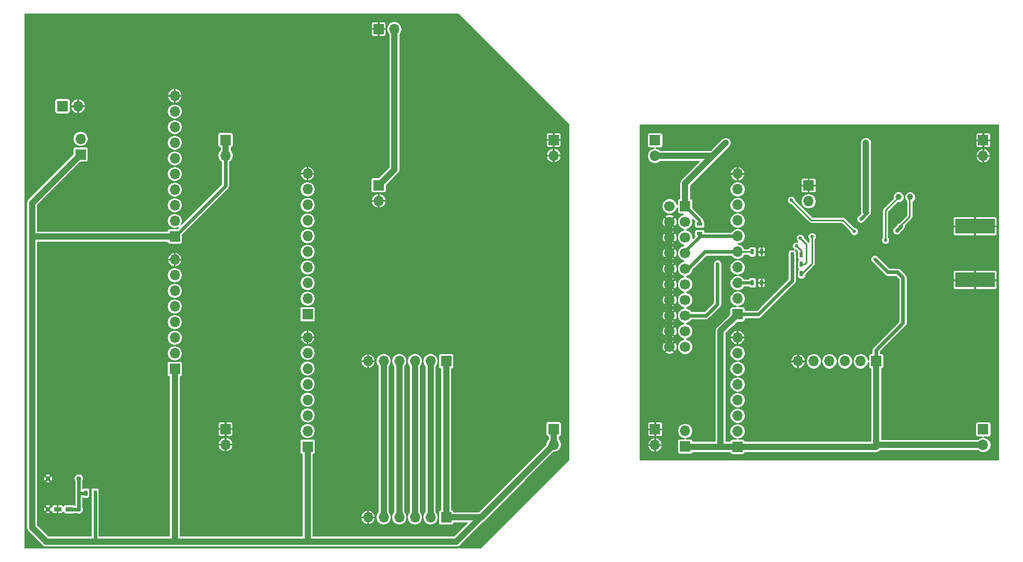
<source format=gbr>
G04 #@! TF.FileFunction,Copper,L2,Bot,Signal*
%FSLAX46Y46*%
G04 Gerber Fmt 4.6, Leading zero omitted, Abs format (unit mm)*
G04 Created by KiCad (PCBNEW 4.0.5) date 04/12/17 15:12:09*
%MOMM*%
%LPD*%
G01*
G04 APERTURE LIST*
%ADD10C,0.100000*%
%ADD11C,0.356000*%
%ADD12R,6.480000X2.420000*%
%ADD13C,0.970000*%
%ADD14R,1.700000X1.700000*%
%ADD15O,1.700000X1.700000*%
%ADD16C,1.700000*%
%ADD17R,1.200000X0.750000*%
%ADD18C,0.787400*%
%ADD19R,0.500000X0.900000*%
%ADD20R,0.900000X0.500000*%
%ADD21C,1.000000*%
%ADD22C,0.558800*%
%ADD23C,1.016000*%
%ADD24C,0.558800*%
%ADD25C,0.254000*%
%ADD26C,0.508000*%
%ADD27C,0.152400*%
G04 APERTURE END LIST*
D10*
D11*
X140081000Y35941000D03*
X138938000Y35941000D03*
X137795000Y35941000D03*
X136715500Y35941000D03*
X135572500Y35941000D03*
X140716000Y47117000D03*
X144462500Y45974000D03*
X141033500Y50355500D03*
X144462500Y50990500D03*
X145859500Y50990500D03*
X146939000Y49530000D03*
X147764500Y49530000D03*
X148971000Y44894500D03*
X150050500Y45910500D03*
X149034500Y49085500D03*
X150050500Y49085500D03*
X150050500Y46990000D03*
X147764500Y45910500D03*
X146558000Y45910500D03*
X145034000Y47117000D03*
X143256000Y45974000D03*
D12*
X154499500Y43689500D03*
X154499500Y52449500D03*
D13*
X151759500Y43689500D03*
X151759500Y52449500D03*
D11*
X137922000Y41338500D03*
X136144000Y42735500D03*
X134366000Y38671500D03*
X141224000Y43243500D03*
X141224000Y42100500D03*
X141224000Y40957500D03*
X141224000Y39814500D03*
X141224000Y38671500D03*
X141224000Y37528500D03*
X140081000Y37528500D03*
X138938000Y37528500D03*
X137795000Y37528500D03*
X136652000Y37528500D03*
X135509000Y37528500D03*
X134366000Y37528500D03*
X140716000Y68199000D03*
X144907000Y68199000D03*
X142811500Y68199000D03*
X138620500Y68199000D03*
X147002500Y68199000D03*
X147066000Y66421000D03*
X147066000Y64897000D03*
X147066000Y63373000D03*
X147066000Y61849000D03*
X147066000Y60325000D03*
X147066000Y58801000D03*
X147066000Y57277000D03*
X147066000Y55753000D03*
X147066000Y54419500D03*
X146177000Y52324000D03*
X147066000Y53086000D03*
X144399000Y52324000D03*
X140970000Y52387500D03*
X138620500Y52324000D03*
X138303000Y53530500D03*
X138303000Y55054500D03*
X138303000Y56578500D03*
X138303000Y58102500D03*
X138303000Y59626500D03*
X138303000Y61150500D03*
X138303000Y62674500D03*
X138303000Y64198500D03*
X138303000Y65722500D03*
X140525500Y58864500D03*
X140525500Y60388500D03*
X140525500Y61912500D03*
X140525500Y63436500D03*
X140525500Y64960500D03*
X140525500Y66484500D03*
X143002000Y66802000D03*
X145224500Y65722500D03*
X145224500Y64135000D03*
X145224500Y62611000D03*
X145224500Y61087000D03*
X145224500Y59563000D03*
X141922500Y54292500D03*
X145224500Y58039000D03*
X145224500Y56515000D03*
X145097500Y54991000D03*
X145097500Y53848000D03*
X133477000Y47625000D03*
X132842000Y47625000D03*
X132207000Y47625000D03*
X131572000Y47625000D03*
X130937000Y47625000D03*
X130937000Y48260000D03*
X131572000Y48260000D03*
X132207000Y48260000D03*
X132842000Y48260000D03*
X133477000Y48260000D03*
X133477000Y48895000D03*
X132842000Y48895000D03*
X132207000Y48895000D03*
X131572000Y48895000D03*
X130937000Y48895000D03*
X130937000Y49530000D03*
X131572000Y49530000D03*
X132207000Y49530000D03*
X132842000Y49530000D03*
X133477000Y49530000D03*
X133477000Y50165000D03*
X132842000Y50165000D03*
X132207000Y50165000D03*
X131572000Y50165000D03*
D14*
X57594500Y59055000D03*
D15*
X57594500Y56515000D03*
D14*
X32702500Y66421000D03*
D15*
X32702500Y63881000D03*
D14*
X127444500Y59055000D03*
D15*
X127444500Y56515000D03*
D14*
X107378500Y55689500D03*
D16*
X104838500Y55689500D03*
X107378500Y53149500D03*
X104838500Y53149500D03*
X107378500Y50609500D03*
X104838500Y50609500D03*
X107378500Y48069500D03*
X104838500Y48069500D03*
X107378500Y45529500D03*
X104838500Y45529500D03*
X107378500Y42989500D03*
X104838500Y42989500D03*
X107378500Y40449500D03*
X104838500Y40449500D03*
X107378500Y37909500D03*
X104838500Y37909500D03*
X107378500Y35369500D03*
X104838500Y35369500D03*
X107378500Y32829500D03*
X104838500Y32829500D03*
D14*
X9144000Y64071500D03*
D15*
X9144000Y66611500D03*
D14*
X107378500Y16637000D03*
D15*
X107378500Y19177000D03*
D17*
X7300000Y6413500D03*
X5400000Y6413500D03*
D14*
X57594500Y84455000D03*
D15*
X60134500Y84455000D03*
D14*
X32702500Y19431000D03*
D15*
X32702500Y16891000D03*
D14*
X86042500Y19431000D03*
D15*
X86042500Y16891000D03*
D14*
X86042500Y66421000D03*
D15*
X86042500Y63881000D03*
D14*
X155829000Y66421000D03*
D15*
X155829000Y63881000D03*
D14*
X155829000Y19431000D03*
D15*
X155829000Y16891000D03*
D14*
X102489000Y19431000D03*
D15*
X102489000Y16891000D03*
D14*
X102489000Y66421000D03*
D15*
X102489000Y63881000D03*
D18*
X3848100Y11391900D03*
X8851900Y11391900D03*
X8851900Y6388100D03*
X3848100Y6388100D03*
D19*
X11494200Y9017000D03*
X9994200Y9017000D03*
X126289500Y44704000D03*
X124789500Y44704000D03*
X126289500Y46228000D03*
X124789500Y46228000D03*
X126289500Y47752000D03*
X124789500Y47752000D03*
X118312500Y43243500D03*
X119812500Y43243500D03*
X118312500Y48260000D03*
X119812500Y48260000D03*
D20*
X109728000Y51256500D03*
X109728000Y52756500D03*
D21*
X143954500Y57150000D03*
X142054500Y57150000D03*
D14*
X115887500Y38100000D03*
D15*
X115887500Y40640000D03*
X115887500Y43180000D03*
X115887500Y45720000D03*
X115887500Y48260000D03*
X115887500Y50800000D03*
X115887500Y53340000D03*
X115887500Y55880000D03*
X115887500Y58420000D03*
X115887500Y60960000D03*
D14*
X68580000Y30480000D03*
D15*
X66040000Y30480000D03*
X63500000Y30480000D03*
X60960000Y30480000D03*
X58420000Y30480000D03*
X55880000Y30480000D03*
D14*
X68580000Y5080000D03*
D15*
X66040000Y5080000D03*
X63500000Y5080000D03*
X60960000Y5080000D03*
X58420000Y5080000D03*
X55880000Y5080000D03*
D14*
X138430000Y30480000D03*
D15*
X135890000Y30480000D03*
X133350000Y30480000D03*
X130810000Y30480000D03*
X128270000Y30480000D03*
X125730000Y30480000D03*
D14*
X46037500Y16573500D03*
D15*
X46037500Y19113500D03*
X46037500Y21653500D03*
X46037500Y24193500D03*
X46037500Y26733500D03*
X46037500Y29273500D03*
X46037500Y31813500D03*
X46037500Y34353500D03*
D14*
X24447500Y29210000D03*
D15*
X24447500Y31750000D03*
X24447500Y34290000D03*
X24447500Y36830000D03*
X24447500Y39370000D03*
X24447500Y41910000D03*
X24447500Y44450000D03*
X24447500Y46990000D03*
D14*
X115887500Y16573500D03*
D15*
X115887500Y19113500D03*
X115887500Y21653500D03*
X115887500Y24193500D03*
X115887500Y26733500D03*
X115887500Y29273500D03*
X115887500Y31813500D03*
X115887500Y34353500D03*
D14*
X46037500Y38100000D03*
D15*
X46037500Y40640000D03*
X46037500Y43180000D03*
X46037500Y45720000D03*
X46037500Y48260000D03*
X46037500Y50800000D03*
X46037500Y53340000D03*
X46037500Y55880000D03*
X46037500Y58420000D03*
X46037500Y60960000D03*
D14*
X24447500Y50736500D03*
D15*
X24447500Y53276500D03*
X24447500Y55816500D03*
X24447500Y58356500D03*
X24447500Y60896500D03*
X24447500Y63436500D03*
X24447500Y65976500D03*
X24447500Y68516500D03*
X24447500Y71056500D03*
X24447500Y73596500D03*
D14*
X6197600Y71907400D03*
D15*
X8737600Y71907400D03*
D11*
X130937000Y50165000D03*
D22*
X138239500Y47053500D03*
X135953500Y53594000D03*
X113982500Y65976500D03*
X136779000Y65976500D03*
X124777500Y47942500D03*
X141795500Y51689000D03*
X128016000Y50736500D03*
X126111000Y50482500D03*
X112649000Y46291500D03*
X134874000Y51562000D03*
X124650500Y56642000D03*
X125476000Y49212500D03*
X139954000Y50165000D03*
D23*
X104838500Y53149500D02*
X104838500Y32829500D01*
D24*
X140398500Y44958000D02*
X140335000Y44958000D01*
X140335000Y44958000D02*
X138239500Y47053500D01*
D25*
X138239500Y47053500D02*
X138239500Y47078900D01*
D24*
X136715500Y54356000D02*
X136969500Y54610000D01*
X135953500Y53594000D02*
X136715500Y54356000D01*
X136969500Y54610000D02*
X136779000Y54419500D01*
X136779000Y54419500D02*
X136779000Y54800500D01*
D23*
X136779000Y65976500D02*
X136779000Y54800500D01*
X136779000Y54800500D02*
X136779000Y54991000D01*
X136779000Y54991000D02*
X136779000Y54927500D01*
D25*
X124789500Y44704000D02*
X124777500Y44704000D01*
X124777500Y47942500D02*
X124789500Y47752000D01*
D24*
X123825000Y42608500D02*
X124777500Y43561000D01*
X119316500Y38100000D02*
X123825000Y42608500D01*
X115887500Y38100000D02*
X119316500Y38100000D01*
X124777500Y43561000D02*
X124777500Y47879000D01*
X124777500Y47879000D02*
X124789500Y47752000D01*
D23*
X102489000Y63881000D02*
X111887000Y63881000D01*
X111887000Y63881000D02*
X113982500Y65976500D01*
X113982500Y65976500D02*
X113982500Y65976500D01*
D24*
X142798800Y42519600D02*
X142798800Y44069000D01*
X142798800Y44069000D02*
X141909800Y44958000D01*
X141909800Y44958000D02*
X140398500Y44958000D01*
X140398500Y44958000D02*
X140360400Y44958000D01*
X138430000Y30480000D02*
X138430000Y32283400D01*
X138430000Y32283400D02*
X142798800Y36652200D01*
X142798800Y36652200D02*
X142798800Y42519600D01*
D23*
X155829000Y16891000D02*
X138747500Y16891000D01*
X138747500Y16891000D02*
X138430000Y16573500D01*
X115887500Y38100000D02*
X113157000Y35433000D01*
X113157000Y35433000D02*
X113157000Y16637000D01*
X113157000Y16637000D02*
X113157000Y16573500D01*
X138430000Y30480000D02*
X138430000Y16573500D01*
X115887500Y16573500D02*
X138430000Y16573500D01*
X107378500Y55689500D02*
X107378500Y59372500D01*
X107378500Y59372500D02*
X113982500Y65976500D01*
X115887500Y16573500D02*
X113157000Y16573500D01*
X113157000Y16573500D02*
X107378500Y16573500D01*
X107378500Y16573500D02*
X107315000Y16637000D01*
X107315000Y16637000D02*
X107378500Y16637000D01*
D26*
X109728000Y52756500D02*
X109728000Y53403500D01*
X109728000Y53403500D02*
X107315000Y55816500D01*
X107315000Y55816500D02*
X107315000Y55943500D01*
X107315000Y55943500D02*
X107378500Y55689500D01*
D24*
X141795500Y51689000D02*
X142494000Y52451000D01*
D25*
X142494000Y52451000D02*
X142494000Y52578000D01*
X142494000Y52578000D02*
X143891000Y53975000D01*
D24*
X142494000Y52451000D02*
X142367000Y52324000D01*
D25*
X143891000Y53975000D02*
X143891000Y57150000D01*
X143891000Y57150000D02*
X143954500Y57150000D01*
X143891000Y57150000D02*
X143954500Y57150000D01*
D24*
X9994200Y9017000D02*
X8915400Y9017000D01*
X8915400Y9017000D02*
X8851900Y9017000D01*
X8851900Y6388100D02*
X7391400Y6388100D01*
X7391400Y6388100D02*
X7366000Y6413500D01*
X7366000Y6413500D02*
X7300000Y6413500D01*
X8851900Y6388100D02*
X8851900Y9017000D01*
X8851900Y9017000D02*
X8851900Y11328400D01*
X8851900Y11328400D02*
X8890000Y11366500D01*
X8890000Y11366500D02*
X8851900Y11391900D01*
D23*
X60960000Y5080000D02*
X60960000Y30480000D01*
D25*
X128016000Y50736500D02*
X128016000Y46355000D01*
X126301500Y44640500D02*
X128016000Y46355000D01*
D24*
X115887500Y50800000D02*
X109791500Y50800000D01*
X109791500Y50800000D02*
X109728000Y50800000D01*
D25*
X126301500Y44640500D02*
X126289500Y44704000D01*
D26*
X109728000Y51256500D02*
X109728000Y50800000D01*
X109728000Y50800000D02*
X109728000Y50609500D01*
X109728000Y50609500D02*
X107378500Y48260000D01*
X107378500Y48260000D02*
X107378500Y48069500D01*
D25*
X127127000Y48260000D02*
X127127000Y49466500D01*
X127127000Y49466500D02*
X126111000Y50482500D01*
X115887500Y48260000D02*
X118300500Y48260000D01*
X118300500Y48260000D02*
X118364000Y48196500D01*
X118364000Y48196500D02*
X118312500Y48260000D01*
D24*
X107378500Y45529500D02*
X107886500Y45529500D01*
X107886500Y45529500D02*
X110617000Y48260000D01*
X110617000Y48260000D02*
X115887500Y48260000D01*
D25*
X127127000Y48260000D02*
X127127000Y46545500D01*
X127127000Y46545500D02*
X126809500Y46228000D01*
X126809500Y46228000D02*
X126301500Y46228000D01*
X126301500Y46228000D02*
X126289500Y46228000D01*
D24*
X107378500Y37909500D02*
X110807500Y37909500D01*
X112649000Y39751000D02*
X112649000Y46291500D01*
X110807500Y37909500D02*
X112649000Y39751000D01*
D25*
X133032500Y53403500D02*
X134874000Y51562000D01*
X127889000Y53403500D02*
X133032500Y53403500D01*
X124650500Y56642000D02*
X127889000Y53403500D01*
D24*
X32702500Y63881000D02*
X32702500Y58928000D01*
X32702500Y58928000D02*
X24511000Y50736500D01*
X24511000Y50736500D02*
X24447500Y50736500D01*
D23*
X24447500Y50736500D02*
X1397000Y50736500D01*
X1397000Y50736500D02*
X1270000Y50736500D01*
X46037500Y16573500D02*
X46037500Y1333500D01*
X46037500Y1333500D02*
X46037500Y1143000D01*
X24447500Y29210000D02*
X24447500Y1270000D01*
X24447500Y1270000D02*
X24447500Y1143000D01*
D24*
X11494200Y9017000D02*
X11494200Y1207200D01*
X11494200Y1207200D02*
X11493500Y1206500D01*
X11493500Y1206500D02*
X11493500Y1143000D01*
D23*
X74168000Y5080000D02*
X70231000Y1143000D01*
X70231000Y1143000D02*
X46037500Y1143000D01*
X46037500Y1143000D02*
X24447500Y1143000D01*
X24447500Y1143000D02*
X11493500Y1143000D01*
X11493500Y1143000D02*
X3683000Y1143000D01*
X3683000Y1143000D02*
X3619500Y1143000D01*
X3619500Y1143000D02*
X3492500Y1143000D01*
X3492500Y1143000D02*
X3492500Y1206500D01*
X3492500Y1206500D02*
X1270000Y3429000D01*
X1270000Y3429000D02*
X1270000Y50736500D01*
X1270000Y50736500D02*
X1270000Y56197500D01*
X1270000Y56197500D02*
X9144000Y64071500D01*
X68580000Y5080000D02*
X74168000Y5080000D01*
X74168000Y5080000D02*
X74104500Y5080000D01*
X74104500Y5080000D02*
X74231500Y5080000D01*
X74231500Y5080000D02*
X86042500Y16891000D01*
X86042500Y16891000D02*
X86042500Y19367500D01*
X68897500Y30797500D02*
X68580000Y30480000D01*
X32702500Y63881000D02*
X32702500Y66421000D01*
X68580000Y30480000D02*
X68580000Y5016500D01*
X68580000Y5016500D02*
X68580000Y5080000D01*
D25*
X126301500Y47752000D02*
X126301500Y48387000D01*
X126301500Y48387000D02*
X125476000Y49212500D01*
X126301500Y47752000D02*
X126289500Y47752000D01*
D26*
X115887500Y43180000D02*
X118300500Y43180000D01*
D25*
X126301500Y47752000D02*
X126289500Y47752000D01*
X142113000Y57150000D02*
X139954000Y54991000D01*
X139954000Y50165000D02*
X139954000Y54991000D01*
X142113000Y57150000D02*
X142054500Y57150000D01*
D23*
X57594500Y59055000D02*
X60134500Y61595000D01*
X60134500Y61595000D02*
X60134500Y84455000D01*
X66040000Y5080000D02*
X66040000Y30480000D01*
X63500000Y30480000D02*
X63500000Y5080000D01*
X58420000Y30480000D02*
X58420000Y5080000D01*
D25*
G36*
X158242000Y14478000D02*
X100076000Y14478000D01*
X100076000Y16673383D01*
X101277388Y16673383D01*
X101286337Y16628387D01*
X101478382Y16188138D01*
X101824284Y15854893D01*
X102271383Y15679386D01*
X102463600Y15755510D01*
X102463600Y16865600D01*
X102514400Y16865600D01*
X102514400Y15755510D01*
X102706617Y15679386D01*
X103153716Y15854893D01*
X103499618Y16188138D01*
X103691663Y16628387D01*
X103700612Y16673383D01*
X103624466Y16865600D01*
X102514400Y16865600D01*
X102463600Y16865600D01*
X101353534Y16865600D01*
X101277388Y16673383D01*
X100076000Y16673383D01*
X100076000Y17108617D01*
X101277388Y17108617D01*
X101353534Y16916400D01*
X102463600Y16916400D01*
X102463600Y18026490D01*
X102514400Y18026490D01*
X102514400Y16916400D01*
X103624466Y16916400D01*
X103700612Y17108617D01*
X103691663Y17153613D01*
X103499618Y17593862D01*
X103153716Y17927107D01*
X102706617Y18102614D01*
X102514400Y18026490D01*
X102463600Y18026490D01*
X102271383Y18102614D01*
X101824284Y17927107D01*
X101478382Y17593862D01*
X101286337Y17153613D01*
X101277388Y17108617D01*
X100076000Y17108617D01*
X100076000Y19310350D01*
X101258000Y19310350D01*
X101258000Y18505215D01*
X101316004Y18365181D01*
X101423180Y18258004D01*
X101563214Y18200000D01*
X102368350Y18200000D01*
X102463600Y18295250D01*
X102463600Y19405600D01*
X102514400Y19405600D01*
X102514400Y18295250D01*
X102609650Y18200000D01*
X103414786Y18200000D01*
X103554820Y18258004D01*
X103661996Y18365181D01*
X103720000Y18505215D01*
X103720000Y19310350D01*
X103624750Y19405600D01*
X102514400Y19405600D01*
X102463600Y19405600D01*
X101353250Y19405600D01*
X101258000Y19310350D01*
X100076000Y19310350D01*
X100076000Y20356785D01*
X101258000Y20356785D01*
X101258000Y19551650D01*
X101353250Y19456400D01*
X102463600Y19456400D01*
X102463600Y20566750D01*
X102514400Y20566750D01*
X102514400Y19456400D01*
X103624750Y19456400D01*
X103720000Y19551650D01*
X103720000Y20356785D01*
X103661996Y20496819D01*
X103554820Y20603996D01*
X103414786Y20662000D01*
X102609650Y20662000D01*
X102514400Y20566750D01*
X102463600Y20566750D01*
X102368350Y20662000D01*
X101563214Y20662000D01*
X101423180Y20603996D01*
X101316004Y20496819D01*
X101258000Y20356785D01*
X100076000Y20356785D01*
X100076000Y31991586D01*
X104036507Y31991586D01*
X104121461Y31799367D01*
X104570258Y31603382D01*
X105059892Y31594064D01*
X105515820Y31772829D01*
X105555539Y31799367D01*
X105640493Y31991586D01*
X104838500Y32793579D01*
X104036507Y31991586D01*
X100076000Y31991586D01*
X100076000Y32608108D01*
X103603064Y32608108D01*
X103781829Y32152180D01*
X103808367Y32112461D01*
X104000586Y32027507D01*
X104802579Y32829500D01*
X104874421Y32829500D01*
X105676414Y32027507D01*
X105868633Y32112461D01*
X106064618Y32561258D01*
X106073936Y33050892D01*
X105895171Y33506820D01*
X105868633Y33546539D01*
X105676414Y33631493D01*
X104874421Y32829500D01*
X104802579Y32829500D01*
X104000586Y33631493D01*
X103808367Y33546539D01*
X103612382Y33097742D01*
X103603064Y32608108D01*
X100076000Y32608108D01*
X100076000Y33667414D01*
X104036507Y33667414D01*
X104838500Y32865421D01*
X105640493Y33667414D01*
X105555539Y33859633D01*
X105106742Y34055618D01*
X104617108Y34064936D01*
X104161180Y33886171D01*
X104121461Y33859633D01*
X104036507Y33667414D01*
X100076000Y33667414D01*
X100076000Y34531586D01*
X104036507Y34531586D01*
X104121461Y34339367D01*
X104570258Y34143382D01*
X105059892Y34134064D01*
X105515820Y34312829D01*
X105555539Y34339367D01*
X105640493Y34531586D01*
X104838500Y35333579D01*
X104036507Y34531586D01*
X100076000Y34531586D01*
X100076000Y35148108D01*
X103603064Y35148108D01*
X103781829Y34692180D01*
X103808367Y34652461D01*
X104000586Y34567507D01*
X104802579Y35369500D01*
X104874421Y35369500D01*
X105676414Y34567507D01*
X105868633Y34652461D01*
X106064618Y35101258D01*
X106073936Y35590892D01*
X105895171Y36046820D01*
X105868633Y36086539D01*
X105676414Y36171493D01*
X104874421Y35369500D01*
X104802579Y35369500D01*
X104000586Y36171493D01*
X103808367Y36086539D01*
X103612382Y35637742D01*
X103603064Y35148108D01*
X100076000Y35148108D01*
X100076000Y36207414D01*
X104036507Y36207414D01*
X104838500Y35405421D01*
X105640493Y36207414D01*
X105555539Y36399633D01*
X105106742Y36595618D01*
X104617108Y36604936D01*
X104161180Y36426171D01*
X104121461Y36399633D01*
X104036507Y36207414D01*
X100076000Y36207414D01*
X100076000Y37071586D01*
X104036507Y37071586D01*
X104121461Y36879367D01*
X104570258Y36683382D01*
X105059892Y36674064D01*
X105515820Y36852829D01*
X105555539Y36879367D01*
X105640493Y37071586D01*
X104838500Y37873579D01*
X104036507Y37071586D01*
X100076000Y37071586D01*
X100076000Y37688108D01*
X103603064Y37688108D01*
X103781829Y37232180D01*
X103808367Y37192461D01*
X104000586Y37107507D01*
X104802579Y37909500D01*
X104874421Y37909500D01*
X105676414Y37107507D01*
X105868633Y37192461D01*
X106064618Y37641258D01*
X106073936Y38130892D01*
X105895171Y38586820D01*
X105868633Y38626539D01*
X105676414Y38711493D01*
X104874421Y37909500D01*
X104802579Y37909500D01*
X104000586Y38711493D01*
X103808367Y38626539D01*
X103612382Y38177742D01*
X103603064Y37688108D01*
X100076000Y37688108D01*
X100076000Y38747414D01*
X104036507Y38747414D01*
X104838500Y37945421D01*
X105640493Y38747414D01*
X105555539Y38939633D01*
X105106742Y39135618D01*
X104617108Y39144936D01*
X104161180Y38966171D01*
X104121461Y38939633D01*
X104036507Y38747414D01*
X100076000Y38747414D01*
X100076000Y39611586D01*
X104036507Y39611586D01*
X104121461Y39419367D01*
X104570258Y39223382D01*
X105059892Y39214064D01*
X105515820Y39392829D01*
X105555539Y39419367D01*
X105640493Y39611586D01*
X104838500Y40413579D01*
X104036507Y39611586D01*
X100076000Y39611586D01*
X100076000Y40228108D01*
X103603064Y40228108D01*
X103781829Y39772180D01*
X103808367Y39732461D01*
X104000586Y39647507D01*
X104802579Y40449500D01*
X104874421Y40449500D01*
X105676414Y39647507D01*
X105868633Y39732461D01*
X106064618Y40181258D01*
X106073936Y40670892D01*
X105895171Y41126820D01*
X105868633Y41166539D01*
X105676414Y41251493D01*
X104874421Y40449500D01*
X104802579Y40449500D01*
X104000586Y41251493D01*
X103808367Y41166539D01*
X103612382Y40717742D01*
X103603064Y40228108D01*
X100076000Y40228108D01*
X100076000Y41287414D01*
X104036507Y41287414D01*
X104838500Y40485421D01*
X105640493Y41287414D01*
X105555539Y41479633D01*
X105106742Y41675618D01*
X104617108Y41684936D01*
X104161180Y41506171D01*
X104121461Y41479633D01*
X104036507Y41287414D01*
X100076000Y41287414D01*
X100076000Y42151586D01*
X104036507Y42151586D01*
X104121461Y41959367D01*
X104570258Y41763382D01*
X105059892Y41754064D01*
X105515820Y41932829D01*
X105555539Y41959367D01*
X105640493Y42151586D01*
X104838500Y42953579D01*
X104036507Y42151586D01*
X100076000Y42151586D01*
X100076000Y42768108D01*
X103603064Y42768108D01*
X103781829Y42312180D01*
X103808367Y42272461D01*
X104000586Y42187507D01*
X104802579Y42989500D01*
X104874421Y42989500D01*
X105676414Y42187507D01*
X105868633Y42272461D01*
X106064618Y42721258D01*
X106073936Y43210892D01*
X105895171Y43666820D01*
X105868633Y43706539D01*
X105676414Y43791493D01*
X104874421Y42989500D01*
X104802579Y42989500D01*
X104000586Y43791493D01*
X103808367Y43706539D01*
X103612382Y43257742D01*
X103603064Y42768108D01*
X100076000Y42768108D01*
X100076000Y43827414D01*
X104036507Y43827414D01*
X104838500Y43025421D01*
X105640493Y43827414D01*
X105555539Y44019633D01*
X105106742Y44215618D01*
X104617108Y44224936D01*
X104161180Y44046171D01*
X104121461Y44019633D01*
X104036507Y43827414D01*
X100076000Y43827414D01*
X100076000Y44691586D01*
X104036507Y44691586D01*
X104121461Y44499367D01*
X104570258Y44303382D01*
X105059892Y44294064D01*
X105515820Y44472829D01*
X105555539Y44499367D01*
X105640493Y44691586D01*
X104838500Y45493579D01*
X104036507Y44691586D01*
X100076000Y44691586D01*
X100076000Y45308108D01*
X103603064Y45308108D01*
X103781829Y44852180D01*
X103808367Y44812461D01*
X104000586Y44727507D01*
X104802579Y45529500D01*
X104874421Y45529500D01*
X105676414Y44727507D01*
X105868633Y44812461D01*
X106064618Y45261258D01*
X106073936Y45750892D01*
X105895171Y46206820D01*
X105868633Y46246539D01*
X105676414Y46331493D01*
X104874421Y45529500D01*
X104802579Y45529500D01*
X104000586Y46331493D01*
X103808367Y46246539D01*
X103612382Y45797742D01*
X103603064Y45308108D01*
X100076000Y45308108D01*
X100076000Y46367414D01*
X104036507Y46367414D01*
X104838500Y45565421D01*
X105640493Y46367414D01*
X105555539Y46559633D01*
X105106742Y46755618D01*
X104617108Y46764936D01*
X104161180Y46586171D01*
X104121461Y46559633D01*
X104036507Y46367414D01*
X100076000Y46367414D01*
X100076000Y47231586D01*
X104036507Y47231586D01*
X104121461Y47039367D01*
X104570258Y46843382D01*
X105059892Y46834064D01*
X105515820Y47012829D01*
X105555539Y47039367D01*
X105640493Y47231586D01*
X104838500Y48033579D01*
X104036507Y47231586D01*
X100076000Y47231586D01*
X100076000Y47848108D01*
X103603064Y47848108D01*
X103781829Y47392180D01*
X103808367Y47352461D01*
X104000586Y47267507D01*
X104802579Y48069500D01*
X104874421Y48069500D01*
X105676414Y47267507D01*
X105868633Y47352461D01*
X106064618Y47801258D01*
X106073936Y48290892D01*
X105895171Y48746820D01*
X105868633Y48786539D01*
X105676414Y48871493D01*
X104874421Y48069500D01*
X104802579Y48069500D01*
X104000586Y48871493D01*
X103808367Y48786539D01*
X103612382Y48337742D01*
X103603064Y47848108D01*
X100076000Y47848108D01*
X100076000Y48907414D01*
X104036507Y48907414D01*
X104838500Y48105421D01*
X105640493Y48907414D01*
X105555539Y49099633D01*
X105106742Y49295618D01*
X104617108Y49304936D01*
X104161180Y49126171D01*
X104121461Y49099633D01*
X104036507Y48907414D01*
X100076000Y48907414D01*
X100076000Y49771586D01*
X104036507Y49771586D01*
X104121461Y49579367D01*
X104570258Y49383382D01*
X105059892Y49374064D01*
X105515820Y49552829D01*
X105555539Y49579367D01*
X105640493Y49771586D01*
X104838500Y50573579D01*
X104036507Y49771586D01*
X100076000Y49771586D01*
X100076000Y50388108D01*
X103603064Y50388108D01*
X103781829Y49932180D01*
X103808367Y49892461D01*
X104000586Y49807507D01*
X104802579Y50609500D01*
X104874421Y50609500D01*
X105676414Y49807507D01*
X105868633Y49892461D01*
X106064618Y50341258D01*
X106073936Y50830892D01*
X105895171Y51286820D01*
X105868633Y51326539D01*
X105676414Y51411493D01*
X104874421Y50609500D01*
X104802579Y50609500D01*
X104000586Y51411493D01*
X103808367Y51326539D01*
X103612382Y50877742D01*
X103603064Y50388108D01*
X100076000Y50388108D01*
X100076000Y51447414D01*
X104036507Y51447414D01*
X104838500Y50645421D01*
X105640493Y51447414D01*
X105555539Y51639633D01*
X105106742Y51835618D01*
X104617108Y51844936D01*
X104161180Y51666171D01*
X104121461Y51639633D01*
X104036507Y51447414D01*
X100076000Y51447414D01*
X100076000Y52311586D01*
X104036507Y52311586D01*
X104121461Y52119367D01*
X104570258Y51923382D01*
X105059892Y51914064D01*
X105515820Y52092829D01*
X105555539Y52119367D01*
X105640493Y52311586D01*
X104838500Y53113579D01*
X104036507Y52311586D01*
X100076000Y52311586D01*
X100076000Y52928108D01*
X103603064Y52928108D01*
X103781829Y52472180D01*
X103808367Y52432461D01*
X104000586Y52347507D01*
X104802579Y53149500D01*
X104874421Y53149500D01*
X105676414Y52347507D01*
X105868633Y52432461D01*
X106064618Y52881258D01*
X106073936Y53370892D01*
X105895171Y53826820D01*
X105868633Y53866539D01*
X105676414Y53951493D01*
X104874421Y53149500D01*
X104802579Y53149500D01*
X104000586Y53951493D01*
X103808367Y53866539D01*
X103612382Y53417742D01*
X103603064Y52928108D01*
X100076000Y52928108D01*
X100076000Y53987414D01*
X104036507Y53987414D01*
X104838500Y53185421D01*
X105640493Y53987414D01*
X105555539Y54179633D01*
X105106742Y54375618D01*
X104617108Y54384936D01*
X104161180Y54206171D01*
X104121461Y54179633D01*
X104036507Y53987414D01*
X100076000Y53987414D01*
X100076000Y63881000D01*
X101182088Y63881000D01*
X101279659Y63390476D01*
X101557519Y62974631D01*
X101973364Y62696771D01*
X102463888Y62599200D01*
X102514112Y62599200D01*
X103004636Y62696771D01*
X103370448Y62941200D01*
X109618122Y62941200D01*
X106713961Y60037039D01*
X106510238Y59732146D01*
X106438700Y59372500D01*
X106438700Y56962862D01*
X106368485Y56949650D01*
X106221520Y56855081D01*
X106122927Y56710785D01*
X106088241Y56539500D01*
X106088241Y56021473D01*
X105925791Y56414633D01*
X105565529Y56775524D01*
X105094584Y56971077D01*
X104584653Y56971522D01*
X104113367Y56776791D01*
X103752476Y56416529D01*
X103556923Y55945584D01*
X103556478Y55435653D01*
X103751209Y54964367D01*
X104111471Y54603476D01*
X104582416Y54407923D01*
X105092347Y54407478D01*
X105563633Y54602209D01*
X105924524Y54962471D01*
X106088241Y55356746D01*
X106088241Y54839500D01*
X106118350Y54679485D01*
X106212919Y54532520D01*
X106357215Y54433927D01*
X106528500Y54399241D01*
X107046527Y54399241D01*
X106653367Y54236791D01*
X106292476Y53876529D01*
X106096923Y53405584D01*
X106096478Y52895653D01*
X106291209Y52424367D01*
X106651471Y52063476D01*
X107095045Y51879288D01*
X106653367Y51696791D01*
X106292476Y51336529D01*
X106096923Y50865584D01*
X106096478Y50355653D01*
X106291209Y49884367D01*
X106651471Y49523476D01*
X107095045Y49339288D01*
X106653367Y49156791D01*
X106292476Y48796529D01*
X106096923Y48325584D01*
X106096478Y47815653D01*
X106291209Y47344367D01*
X106651471Y46983476D01*
X107095045Y46799288D01*
X106653367Y46616791D01*
X106292476Y46256529D01*
X106096923Y45785584D01*
X106096478Y45275653D01*
X106291209Y44804367D01*
X106651471Y44443476D01*
X107095045Y44259288D01*
X106653367Y44076791D01*
X106292476Y43716529D01*
X106096923Y43245584D01*
X106096478Y42735653D01*
X106291209Y42264367D01*
X106651471Y41903476D01*
X107095045Y41719288D01*
X106653367Y41536791D01*
X106292476Y41176529D01*
X106096923Y40705584D01*
X106096478Y40195653D01*
X106291209Y39724367D01*
X106651471Y39363476D01*
X107095045Y39179288D01*
X106653367Y38996791D01*
X106292476Y38636529D01*
X106096923Y38165584D01*
X106096478Y37655653D01*
X106291209Y37184367D01*
X106651471Y36823476D01*
X107095045Y36639288D01*
X106653367Y36456791D01*
X106292476Y36096529D01*
X106096923Y35625584D01*
X106096478Y35115653D01*
X106291209Y34644367D01*
X106651471Y34283476D01*
X107095045Y34099288D01*
X106653367Y33916791D01*
X106292476Y33556529D01*
X106096923Y33085584D01*
X106096478Y32575653D01*
X106291209Y32104367D01*
X106651471Y31743476D01*
X107122416Y31547923D01*
X107632347Y31547478D01*
X108103633Y31742209D01*
X108464524Y32102471D01*
X108660077Y32573416D01*
X108660522Y33083347D01*
X108465791Y33554633D01*
X108105529Y33915524D01*
X107661955Y34099712D01*
X108103633Y34282209D01*
X108464524Y34642471D01*
X108660077Y35113416D01*
X108660522Y35623347D01*
X108465791Y36094633D01*
X108105529Y36455524D01*
X107661955Y36639712D01*
X108103633Y36822209D01*
X108464524Y37182471D01*
X108471097Y37198300D01*
X110807500Y37198300D01*
X111079665Y37252437D01*
X111310394Y37406606D01*
X113151894Y39248105D01*
X113306063Y39478835D01*
X113315045Y39523990D01*
X113360200Y39751000D01*
X113360200Y46291500D01*
X113360323Y46432346D01*
X113252277Y46693836D01*
X113052388Y46894074D01*
X112791087Y47002576D01*
X112508154Y47002823D01*
X112246664Y46894777D01*
X112046426Y46694888D01*
X111937924Y46433587D01*
X111937677Y46150654D01*
X111937800Y46150356D01*
X111937800Y40045589D01*
X110512912Y38620700D01*
X108471548Y38620700D01*
X108465791Y38634633D01*
X108105529Y38995524D01*
X107661955Y39179712D01*
X108103633Y39362209D01*
X108464524Y39722471D01*
X108660077Y40193416D01*
X108660522Y40703347D01*
X108465791Y41174633D01*
X108105529Y41535524D01*
X107661955Y41719712D01*
X108103633Y41902209D01*
X108464524Y42262471D01*
X108660077Y42733416D01*
X108660522Y43243347D01*
X108465791Y43714633D01*
X108105529Y44075524D01*
X107661955Y44259712D01*
X108103633Y44442209D01*
X108464524Y44802471D01*
X108660077Y45273416D01*
X108660098Y45297310D01*
X110911588Y47548800D01*
X114825611Y47548800D01*
X114956019Y47353631D01*
X115371864Y47075771D01*
X115803065Y46990000D01*
X115371864Y46904229D01*
X114956019Y46626369D01*
X114678159Y46210524D01*
X114580588Y45720000D01*
X114678159Y45229476D01*
X114956019Y44813631D01*
X115371864Y44535771D01*
X115803065Y44450000D01*
X115371864Y44364229D01*
X114956019Y44086369D01*
X114678159Y43670524D01*
X114580588Y43180000D01*
X114678159Y42689476D01*
X114956019Y42273631D01*
X115371864Y41995771D01*
X115803065Y41910000D01*
X115371864Y41824229D01*
X114956019Y41546369D01*
X114678159Y41130524D01*
X114580588Y40640000D01*
X114678159Y40149476D01*
X114956019Y39733631D01*
X115371864Y39455771D01*
X115701216Y39390259D01*
X115037500Y39390259D01*
X114877485Y39360150D01*
X114730520Y39265581D01*
X114631927Y39121285D01*
X114597241Y38950000D01*
X114597241Y38153462D01*
X112500325Y36105311D01*
X112497142Y36100667D01*
X112492461Y36097539D01*
X112393603Y35949588D01*
X112293029Y35802835D01*
X112291866Y35797327D01*
X112288738Y35792646D01*
X112254026Y35618139D01*
X112217265Y35444056D01*
X112218298Y35438522D01*
X112217200Y35433000D01*
X112217200Y17513300D01*
X108663810Y17513300D01*
X108638650Y17647015D01*
X108544081Y17793980D01*
X108399785Y17892573D01*
X108228500Y17927259D01*
X107564784Y17927259D01*
X107894136Y17992771D01*
X108309981Y18270631D01*
X108587841Y18686476D01*
X108685412Y19177000D01*
X108587841Y19667524D01*
X108309981Y20083369D01*
X107894136Y20361229D01*
X107403612Y20458800D01*
X107353388Y20458800D01*
X106862864Y20361229D01*
X106447019Y20083369D01*
X106169159Y19667524D01*
X106071588Y19177000D01*
X106169159Y18686476D01*
X106447019Y18270631D01*
X106862864Y17992771D01*
X107192216Y17927259D01*
X106528500Y17927259D01*
X106368485Y17897150D01*
X106221520Y17802581D01*
X106122927Y17658285D01*
X106088241Y17487000D01*
X106088241Y15787000D01*
X106118350Y15626985D01*
X106212919Y15480020D01*
X106357215Y15381427D01*
X106528500Y15346741D01*
X108228500Y15346741D01*
X108388515Y15376850D01*
X108535480Y15471419D01*
X108634073Y15615715D01*
X108637715Y15633700D01*
X114614138Y15633700D01*
X114627350Y15563485D01*
X114721919Y15416520D01*
X114866215Y15317927D01*
X115037500Y15283241D01*
X116737500Y15283241D01*
X116897515Y15313350D01*
X117044480Y15407919D01*
X117143073Y15552215D01*
X117159574Y15633700D01*
X138430000Y15633700D01*
X138789646Y15705238D01*
X139094539Y15908961D01*
X139136778Y15951200D01*
X154947552Y15951200D01*
X155313364Y15706771D01*
X155803888Y15609200D01*
X155854112Y15609200D01*
X156344636Y15706771D01*
X156760481Y15984631D01*
X157038341Y16400476D01*
X157135912Y16891000D01*
X157038341Y17381524D01*
X156760481Y17797369D01*
X156344636Y18075229D01*
X156015284Y18140741D01*
X156679000Y18140741D01*
X156839015Y18170850D01*
X156985980Y18265419D01*
X157084573Y18409715D01*
X157119259Y18581000D01*
X157119259Y20281000D01*
X157089150Y20441015D01*
X156994581Y20587980D01*
X156850285Y20686573D01*
X156679000Y20721259D01*
X154979000Y20721259D01*
X154818985Y20691150D01*
X154672020Y20596581D01*
X154573427Y20452285D01*
X154538741Y20281000D01*
X154538741Y18581000D01*
X154568850Y18420985D01*
X154663419Y18274020D01*
X154807715Y18175427D01*
X154979000Y18140741D01*
X155642716Y18140741D01*
X155313364Y18075229D01*
X154947552Y17830800D01*
X139369800Y17830800D01*
X139369800Y29206638D01*
X139440015Y29219850D01*
X139586980Y29314419D01*
X139685573Y29458715D01*
X139720259Y29630000D01*
X139720259Y31330000D01*
X139690150Y31490015D01*
X139595581Y31636980D01*
X139451285Y31735573D01*
X139280000Y31770259D01*
X139141200Y31770259D01*
X139141200Y31988812D01*
X143301694Y36149306D01*
X143455863Y36380035D01*
X143465040Y36426171D01*
X143510000Y36652200D01*
X143510000Y43568850D01*
X150878500Y43568850D01*
X150878500Y42403715D01*
X150936504Y42263681D01*
X151043680Y42156504D01*
X151183714Y42098500D01*
X154378850Y42098500D01*
X154474100Y42193750D01*
X154474100Y43664100D01*
X154524900Y43664100D01*
X154524900Y42193750D01*
X154620150Y42098500D01*
X157815286Y42098500D01*
X157955320Y42156504D01*
X158062496Y42263681D01*
X158120500Y42403715D01*
X158120500Y43568850D01*
X158025250Y43664100D01*
X154524900Y43664100D01*
X154474100Y43664100D01*
X150973750Y43664100D01*
X150878500Y43568850D01*
X143510000Y43568850D01*
X143510000Y44069000D01*
X143474633Y44246800D01*
X143455863Y44341165D01*
X143301694Y44571894D01*
X142898303Y44975285D01*
X150878500Y44975285D01*
X150878500Y43810150D01*
X150973750Y43714900D01*
X154474100Y43714900D01*
X154474100Y45185250D01*
X154524900Y45185250D01*
X154524900Y43714900D01*
X158025250Y43714900D01*
X158120500Y43810150D01*
X158120500Y44975285D01*
X158062496Y45115319D01*
X157955320Y45222496D01*
X157815286Y45280500D01*
X154620150Y45280500D01*
X154524900Y45185250D01*
X154474100Y45185250D01*
X154378850Y45280500D01*
X151183714Y45280500D01*
X151043680Y45222496D01*
X150936504Y45115319D01*
X150878500Y44975285D01*
X142898303Y44975285D01*
X142412694Y45460894D01*
X142181965Y45615063D01*
X141909800Y45669200D01*
X140629589Y45669200D01*
X138742394Y47556394D01*
X138642888Y47656074D01*
X138511666Y47710562D01*
X138511665Y47710563D01*
X138511664Y47710563D01*
X138381587Y47764576D01*
X138098654Y47764823D01*
X137837164Y47656777D01*
X137636926Y47456888D01*
X137528424Y47195587D01*
X137528177Y46912654D01*
X137636223Y46651164D01*
X137836112Y46450926D01*
X137836409Y46450802D01*
X139832106Y44455105D01*
X140025906Y44325613D01*
X140062836Y44300937D01*
X140335000Y44246800D01*
X141615212Y44246800D01*
X142087600Y43774412D01*
X142087600Y36946788D01*
X137927106Y32786294D01*
X137772937Y32555565D01*
X137772937Y32555564D01*
X137718800Y32283400D01*
X137718800Y31770259D01*
X137580000Y31770259D01*
X137419985Y31740150D01*
X137273020Y31645581D01*
X137174427Y31501285D01*
X137139741Y31330000D01*
X137139741Y30666284D01*
X137074229Y30995636D01*
X136796369Y31411481D01*
X136380524Y31689341D01*
X135890000Y31786912D01*
X135399476Y31689341D01*
X134983631Y31411481D01*
X134705771Y30995636D01*
X134620000Y30564435D01*
X134534229Y30995636D01*
X134256369Y31411481D01*
X133840524Y31689341D01*
X133350000Y31786912D01*
X132859476Y31689341D01*
X132443631Y31411481D01*
X132165771Y30995636D01*
X132080000Y30564435D01*
X131994229Y30995636D01*
X131716369Y31411481D01*
X131300524Y31689341D01*
X130810000Y31786912D01*
X130319476Y31689341D01*
X129903631Y31411481D01*
X129625771Y30995636D01*
X129540000Y30564435D01*
X129454229Y30995636D01*
X129176369Y31411481D01*
X128760524Y31689341D01*
X128270000Y31786912D01*
X127779476Y31689341D01*
X127363631Y31411481D01*
X127085771Y30995636D01*
X126988200Y30505112D01*
X126988200Y30454888D01*
X127085771Y29964364D01*
X127363631Y29548519D01*
X127779476Y29270659D01*
X128270000Y29173088D01*
X128760524Y29270659D01*
X129176369Y29548519D01*
X129454229Y29964364D01*
X129540000Y30395565D01*
X129625771Y29964364D01*
X129903631Y29548519D01*
X130319476Y29270659D01*
X130810000Y29173088D01*
X131300524Y29270659D01*
X131716369Y29548519D01*
X131994229Y29964364D01*
X132080000Y30395565D01*
X132165771Y29964364D01*
X132443631Y29548519D01*
X132859476Y29270659D01*
X133350000Y29173088D01*
X133840524Y29270659D01*
X134256369Y29548519D01*
X134534229Y29964364D01*
X134620000Y30395565D01*
X134705771Y29964364D01*
X134983631Y29548519D01*
X135399476Y29270659D01*
X135890000Y29173088D01*
X136380524Y29270659D01*
X136796369Y29548519D01*
X137074229Y29964364D01*
X137139741Y30293716D01*
X137139741Y29630000D01*
X137169850Y29469985D01*
X137264419Y29323020D01*
X137408715Y29224427D01*
X137490200Y29207926D01*
X137490200Y17513300D01*
X117160862Y17513300D01*
X117147650Y17583515D01*
X117053081Y17730480D01*
X116908785Y17829073D01*
X116737500Y17863759D01*
X116073784Y17863759D01*
X116403136Y17929271D01*
X116818981Y18207131D01*
X117096841Y18622976D01*
X117194412Y19113500D01*
X117096841Y19604024D01*
X116818981Y20019869D01*
X116403136Y20297729D01*
X115971935Y20383500D01*
X116403136Y20469271D01*
X116818981Y20747131D01*
X117096841Y21162976D01*
X117194412Y21653500D01*
X117096841Y22144024D01*
X116818981Y22559869D01*
X116403136Y22837729D01*
X115971935Y22923500D01*
X116403136Y23009271D01*
X116818981Y23287131D01*
X117096841Y23702976D01*
X117194412Y24193500D01*
X117096841Y24684024D01*
X116818981Y25099869D01*
X116403136Y25377729D01*
X115971935Y25463500D01*
X116403136Y25549271D01*
X116818981Y25827131D01*
X117096841Y26242976D01*
X117194412Y26733500D01*
X117096841Y27224024D01*
X116818981Y27639869D01*
X116403136Y27917729D01*
X115971935Y28003500D01*
X116403136Y28089271D01*
X116818981Y28367131D01*
X117096841Y28782976D01*
X117194412Y29273500D01*
X117096841Y29764024D01*
X116818981Y30179869D01*
X116695491Y30262383D01*
X124518386Y30262383D01*
X124693893Y29815284D01*
X125027138Y29469382D01*
X125467387Y29277337D01*
X125512383Y29268388D01*
X125704600Y29344534D01*
X125704600Y30454600D01*
X125755400Y30454600D01*
X125755400Y29344534D01*
X125947617Y29268388D01*
X125992613Y29277337D01*
X126432862Y29469382D01*
X126766107Y29815284D01*
X126941614Y30262383D01*
X126865490Y30454600D01*
X125755400Y30454600D01*
X125704600Y30454600D01*
X124594510Y30454600D01*
X124518386Y30262383D01*
X116695491Y30262383D01*
X116403136Y30457729D01*
X115971935Y30543500D01*
X116403136Y30629271D01*
X116505422Y30697617D01*
X124518386Y30697617D01*
X124594510Y30505400D01*
X125704600Y30505400D01*
X125704600Y31615466D01*
X125755400Y31615466D01*
X125755400Y30505400D01*
X126865490Y30505400D01*
X126941614Y30697617D01*
X126766107Y31144716D01*
X126432862Y31490618D01*
X125992613Y31682663D01*
X125947617Y31691612D01*
X125755400Y31615466D01*
X125704600Y31615466D01*
X125512383Y31691612D01*
X125467387Y31682663D01*
X125027138Y31490618D01*
X124693893Y31144716D01*
X124518386Y30697617D01*
X116505422Y30697617D01*
X116818981Y30907131D01*
X117096841Y31322976D01*
X117194412Y31813500D01*
X117096841Y32304024D01*
X116818981Y32719869D01*
X116403136Y32997729D01*
X115912612Y33095300D01*
X115862388Y33095300D01*
X115371864Y32997729D01*
X114956019Y32719869D01*
X114678159Y32304024D01*
X114580588Y31813500D01*
X114678159Y31322976D01*
X114956019Y30907131D01*
X115371864Y30629271D01*
X115803065Y30543500D01*
X115371864Y30457729D01*
X114956019Y30179869D01*
X114678159Y29764024D01*
X114580588Y29273500D01*
X114678159Y28782976D01*
X114956019Y28367131D01*
X115371864Y28089271D01*
X115803065Y28003500D01*
X115371864Y27917729D01*
X114956019Y27639869D01*
X114678159Y27224024D01*
X114580588Y26733500D01*
X114678159Y26242976D01*
X114956019Y25827131D01*
X115371864Y25549271D01*
X115803065Y25463500D01*
X115371864Y25377729D01*
X114956019Y25099869D01*
X114678159Y24684024D01*
X114580588Y24193500D01*
X114678159Y23702976D01*
X114956019Y23287131D01*
X115371864Y23009271D01*
X115803065Y22923500D01*
X115371864Y22837729D01*
X114956019Y22559869D01*
X114678159Y22144024D01*
X114580588Y21653500D01*
X114678159Y21162976D01*
X114956019Y20747131D01*
X115371864Y20469271D01*
X115803065Y20383500D01*
X115371864Y20297729D01*
X114956019Y20019869D01*
X114678159Y19604024D01*
X114580588Y19113500D01*
X114678159Y18622976D01*
X114956019Y18207131D01*
X115371864Y17929271D01*
X115701216Y17863759D01*
X115037500Y17863759D01*
X114877485Y17833650D01*
X114730520Y17739081D01*
X114631927Y17594785D01*
X114615426Y17513300D01*
X114096800Y17513300D01*
X114096800Y34135883D01*
X114675888Y34135883D01*
X114684837Y34090887D01*
X114876882Y33650638D01*
X115222784Y33317393D01*
X115669883Y33141886D01*
X115862100Y33218010D01*
X115862100Y34328100D01*
X115912900Y34328100D01*
X115912900Y33218010D01*
X116105117Y33141886D01*
X116552216Y33317393D01*
X116898118Y33650638D01*
X117090163Y34090887D01*
X117099112Y34135883D01*
X117022966Y34328100D01*
X115912900Y34328100D01*
X115862100Y34328100D01*
X114752034Y34328100D01*
X114675888Y34135883D01*
X114096800Y34135883D01*
X114096800Y34571117D01*
X114675888Y34571117D01*
X114752034Y34378900D01*
X115862100Y34378900D01*
X115862100Y35488990D01*
X115912900Y35488990D01*
X115912900Y34378900D01*
X117022966Y34378900D01*
X117099112Y34571117D01*
X117090163Y34616113D01*
X116898118Y35056362D01*
X116552216Y35389607D01*
X116105117Y35565114D01*
X115912900Y35488990D01*
X115862100Y35488990D01*
X115669883Y35565114D01*
X115222784Y35389607D01*
X114876882Y35056362D01*
X114684837Y34616113D01*
X114675888Y34571117D01*
X114096800Y34571117D01*
X114096800Y35037230D01*
X115911514Y36809741D01*
X116737500Y36809741D01*
X116897515Y36839850D01*
X117044480Y36934419D01*
X117143073Y37078715D01*
X117177759Y37250000D01*
X117177759Y37388800D01*
X119316500Y37388800D01*
X119588665Y37442937D01*
X119819394Y37597106D01*
X124327894Y42105606D01*
X125280394Y43058105D01*
X125387299Y43218100D01*
X125434563Y43288836D01*
X125488700Y43561000D01*
X125488700Y47732596D01*
X125497546Y47818902D01*
X125488674Y47912796D01*
X125488823Y48083346D01*
X125479759Y48105282D01*
X125479759Y48202000D01*
X125449650Y48362015D01*
X125359958Y48501401D01*
X125396869Y48501369D01*
X125615576Y48282662D01*
X125599241Y48202000D01*
X125599241Y47302000D01*
X125629350Y47141985D01*
X125723919Y46995020D01*
X125730453Y46990556D01*
X125633927Y46849285D01*
X125599241Y46678000D01*
X125599241Y45778000D01*
X125629350Y45617985D01*
X125723919Y45471020D01*
X125730453Y45466556D01*
X125633927Y45325285D01*
X125599241Y45154000D01*
X125599241Y44254000D01*
X125629350Y44093985D01*
X125723919Y43947020D01*
X125868215Y43848427D01*
X126039500Y43813741D01*
X126539500Y43813741D01*
X126699515Y43843850D01*
X126846480Y43938419D01*
X126945073Y44082715D01*
X126979759Y44254000D01*
X126979759Y44528497D01*
X128411131Y45959869D01*
X128429059Y45986700D01*
X128532264Y46141156D01*
X128574800Y46355000D01*
X128574800Y50024154D01*
X139242677Y50024154D01*
X139350723Y49762664D01*
X139550612Y49562426D01*
X139811913Y49453924D01*
X140094846Y49453677D01*
X140356336Y49561723D01*
X140556574Y49761612D01*
X140665076Y50022913D01*
X140665323Y50305846D01*
X140557277Y50567336D01*
X140512800Y50611891D01*
X140512800Y51548154D01*
X141084177Y51548154D01*
X141192223Y51286664D01*
X141392112Y51086426D01*
X141653413Y50977924D01*
X141936346Y50977677D01*
X142197836Y51085723D01*
X142398074Y51285612D01*
X142404331Y51300679D01*
X143018264Y51970425D01*
X143082400Y52076074D01*
X143151063Y52178835D01*
X143154124Y52194222D01*
X143162265Y52207633D01*
X143180944Y52328850D01*
X150878500Y52328850D01*
X150878500Y51163715D01*
X150936504Y51023681D01*
X151043680Y50916504D01*
X151183714Y50858500D01*
X154378850Y50858500D01*
X154474100Y50953750D01*
X154474100Y52424100D01*
X154524900Y52424100D01*
X154524900Y50953750D01*
X154620150Y50858500D01*
X157815286Y50858500D01*
X157955320Y50916504D01*
X158062496Y51023681D01*
X158120500Y51163715D01*
X158120500Y52328850D01*
X158025250Y52424100D01*
X154524900Y52424100D01*
X154474100Y52424100D01*
X150973750Y52424100D01*
X150878500Y52328850D01*
X143180944Y52328850D01*
X143181089Y52329790D01*
X143205199Y52451000D01*
X143202139Y52466386D01*
X143204528Y52481892D01*
X143201311Y52495049D01*
X144286131Y53579868D01*
X144389977Y53735285D01*
X150878500Y53735285D01*
X150878500Y52570150D01*
X150973750Y52474900D01*
X154474100Y52474900D01*
X154474100Y53945250D01*
X154524900Y53945250D01*
X154524900Y52474900D01*
X158025250Y52474900D01*
X158120500Y52570150D01*
X158120500Y53735285D01*
X158062496Y53875319D01*
X157955320Y53982496D01*
X157815286Y54040500D01*
X154620150Y54040500D01*
X154524900Y53945250D01*
X154474100Y53945250D01*
X154378850Y54040500D01*
X151183714Y54040500D01*
X151043680Y53982496D01*
X150936504Y53875319D01*
X150878500Y53735285D01*
X144389977Y53735285D01*
X144390513Y53736087D01*
X144407264Y53761156D01*
X144449800Y53975000D01*
X144449800Y56346445D01*
X144481633Y56359598D01*
X144743981Y56621489D01*
X144886138Y56963840D01*
X144886461Y57334533D01*
X144744902Y57677133D01*
X144483011Y57939481D01*
X144140660Y58081638D01*
X143769967Y58081961D01*
X143427367Y57940402D01*
X143165019Y57678511D01*
X143022862Y57336160D01*
X143022539Y56965467D01*
X143164098Y56622867D01*
X143332200Y56454472D01*
X143332200Y54206463D01*
X142236772Y53111034D01*
X142221835Y53108063D01*
X142208789Y53099346D01*
X142193551Y53095620D01*
X142093873Y53022561D01*
X141991106Y52953894D01*
X141864106Y52826894D01*
X141838097Y52787968D01*
X141281883Y52181190D01*
X141192926Y52092388D01*
X141084424Y51831087D01*
X141084177Y51548154D01*
X140512800Y51548154D01*
X140512800Y54759538D01*
X141971534Y56218272D01*
X142239033Y56218039D01*
X142581633Y56359598D01*
X142843981Y56621489D01*
X142986138Y56963840D01*
X142986461Y57334533D01*
X142844902Y57677133D01*
X142583011Y57939481D01*
X142240660Y58081638D01*
X141869967Y58081961D01*
X141527367Y57940402D01*
X141265019Y57678511D01*
X141122862Y57336160D01*
X141122539Y56965467D01*
X141127119Y56954381D01*
X139558869Y55386131D01*
X139437736Y55204844D01*
X139395200Y54991000D01*
X139395200Y50612086D01*
X139351426Y50568388D01*
X139242924Y50307087D01*
X139242677Y50024154D01*
X128574800Y50024154D01*
X128574800Y50289414D01*
X128618574Y50333112D01*
X128727076Y50594413D01*
X128727323Y50877346D01*
X128619277Y51138836D01*
X128419388Y51339074D01*
X128158087Y51447576D01*
X127875154Y51447823D01*
X127613664Y51339777D01*
X127413426Y51139888D01*
X127304924Y50878587D01*
X127304677Y50595654D01*
X127412723Y50334164D01*
X127457200Y50289609D01*
X127457200Y49926562D01*
X126822269Y50561493D01*
X126822323Y50623346D01*
X126714277Y50884836D01*
X126514388Y51085074D01*
X126253087Y51193576D01*
X125970154Y51193823D01*
X125708664Y51085777D01*
X125508426Y50885888D01*
X125399924Y50624587D01*
X125399677Y50341654D01*
X125507723Y50080164D01*
X125696571Y49890987D01*
X125618087Y49923576D01*
X125335154Y49923823D01*
X125073664Y49815777D01*
X124873426Y49615888D01*
X124764924Y49354587D01*
X124764677Y49071654D01*
X124872723Y48810164D01*
X125040547Y48642047D01*
X125039500Y48642259D01*
X124946841Y48642259D01*
X124919587Y48653576D01*
X124636654Y48653823D01*
X124608667Y48642259D01*
X124539500Y48642259D01*
X124379485Y48612150D01*
X124232520Y48517581D01*
X124133927Y48373285D01*
X124099241Y48202000D01*
X124099241Y48163619D01*
X124066424Y48084587D01*
X124066177Y47801654D01*
X124066300Y47801356D01*
X124066300Y43855589D01*
X123322106Y43111394D01*
X119021912Y38811200D01*
X117177759Y38811200D01*
X117177759Y38950000D01*
X117147650Y39110015D01*
X117053081Y39256980D01*
X116908785Y39355573D01*
X116737500Y39390259D01*
X116073784Y39390259D01*
X116403136Y39455771D01*
X116818981Y39733631D01*
X117096841Y40149476D01*
X117194412Y40640000D01*
X117096841Y41130524D01*
X116818981Y41546369D01*
X116403136Y41824229D01*
X115971935Y41910000D01*
X116403136Y41995771D01*
X116818981Y42273631D01*
X116966361Y42494200D01*
X117741977Y42494200D01*
X117746919Y42486520D01*
X117891215Y42387927D01*
X118062500Y42353241D01*
X118562500Y42353241D01*
X118722515Y42383350D01*
X118869480Y42477919D01*
X118968073Y42622215D01*
X119002759Y42793500D01*
X119002759Y43122850D01*
X119181500Y43122850D01*
X119181500Y42717715D01*
X119239504Y42577681D01*
X119346680Y42470504D01*
X119486714Y42412500D01*
X119691850Y42412500D01*
X119787100Y42507750D01*
X119787100Y43218100D01*
X119837900Y43218100D01*
X119837900Y42507750D01*
X119933150Y42412500D01*
X120138286Y42412500D01*
X120278320Y42470504D01*
X120385496Y42577681D01*
X120443500Y42717715D01*
X120443500Y43122850D01*
X120348250Y43218100D01*
X119837900Y43218100D01*
X119787100Y43218100D01*
X119276750Y43218100D01*
X119181500Y43122850D01*
X119002759Y43122850D01*
X119002759Y43693500D01*
X118988500Y43769285D01*
X119181500Y43769285D01*
X119181500Y43364150D01*
X119276750Y43268900D01*
X119787100Y43268900D01*
X119787100Y43979250D01*
X119837900Y43979250D01*
X119837900Y43268900D01*
X120348250Y43268900D01*
X120443500Y43364150D01*
X120443500Y43769285D01*
X120385496Y43909319D01*
X120278320Y44016496D01*
X120138286Y44074500D01*
X119933150Y44074500D01*
X119837900Y43979250D01*
X119787100Y43979250D01*
X119691850Y44074500D01*
X119486714Y44074500D01*
X119346680Y44016496D01*
X119239504Y43909319D01*
X119181500Y43769285D01*
X118988500Y43769285D01*
X118972650Y43853515D01*
X118878081Y44000480D01*
X118733785Y44099073D01*
X118562500Y44133759D01*
X118062500Y44133759D01*
X117902485Y44103650D01*
X117755520Y44009081D01*
X117657621Y43865800D01*
X116966361Y43865800D01*
X116818981Y44086369D01*
X116403136Y44364229D01*
X115971935Y44450000D01*
X116403136Y44535771D01*
X116818981Y44813631D01*
X117096841Y45229476D01*
X117194412Y45720000D01*
X117096841Y46210524D01*
X116818981Y46626369D01*
X116403136Y46904229D01*
X115971935Y46990000D01*
X116403136Y47075771D01*
X116818981Y47353631D01*
X117051220Y47701200D01*
X117642713Y47701200D01*
X117652350Y47649985D01*
X117746919Y47503020D01*
X117891215Y47404427D01*
X118062500Y47369741D01*
X118562500Y47369741D01*
X118722515Y47399850D01*
X118869480Y47494419D01*
X118968073Y47638715D01*
X119002759Y47810000D01*
X119002759Y48139350D01*
X119181500Y48139350D01*
X119181500Y47734215D01*
X119239504Y47594181D01*
X119346680Y47487004D01*
X119486714Y47429000D01*
X119691850Y47429000D01*
X119787100Y47524250D01*
X119787100Y48234600D01*
X119837900Y48234600D01*
X119837900Y47524250D01*
X119933150Y47429000D01*
X120138286Y47429000D01*
X120278320Y47487004D01*
X120385496Y47594181D01*
X120443500Y47734215D01*
X120443500Y48139350D01*
X120348250Y48234600D01*
X119837900Y48234600D01*
X119787100Y48234600D01*
X119276750Y48234600D01*
X119181500Y48139350D01*
X119002759Y48139350D01*
X119002759Y48710000D01*
X118988500Y48785785D01*
X119181500Y48785785D01*
X119181500Y48380650D01*
X119276750Y48285400D01*
X119787100Y48285400D01*
X119787100Y48995750D01*
X119837900Y48995750D01*
X119837900Y48285400D01*
X120348250Y48285400D01*
X120443500Y48380650D01*
X120443500Y48785785D01*
X120385496Y48925819D01*
X120278320Y49032996D01*
X120138286Y49091000D01*
X119933150Y49091000D01*
X119837900Y48995750D01*
X119787100Y48995750D01*
X119691850Y49091000D01*
X119486714Y49091000D01*
X119346680Y49032996D01*
X119239504Y48925819D01*
X119181500Y48785785D01*
X118988500Y48785785D01*
X118972650Y48870015D01*
X118878081Y49016980D01*
X118733785Y49115573D01*
X118562500Y49150259D01*
X118062500Y49150259D01*
X117902485Y49120150D01*
X117755520Y49025581D01*
X117656927Y48881285D01*
X117644274Y48818800D01*
X117051220Y48818800D01*
X116818981Y49166369D01*
X116403136Y49444229D01*
X115971935Y49530000D01*
X116403136Y49615771D01*
X116818981Y49893631D01*
X117096841Y50309476D01*
X117194412Y50800000D01*
X117096841Y51290524D01*
X116818981Y51706369D01*
X116403136Y51984229D01*
X115971935Y52070000D01*
X116403136Y52155771D01*
X116818981Y52433631D01*
X117096841Y52849476D01*
X117194412Y53340000D01*
X117096841Y53830524D01*
X116818981Y54246369D01*
X116403136Y54524229D01*
X115971935Y54610000D01*
X116403136Y54695771D01*
X116818981Y54973631D01*
X117096841Y55389476D01*
X117194412Y55880000D01*
X117096841Y56370524D01*
X117009557Y56501154D01*
X123939177Y56501154D01*
X124047223Y56239664D01*
X124247112Y56039426D01*
X124508413Y55930924D01*
X124571369Y55930869D01*
X127493869Y53008368D01*
X127675157Y52887235D01*
X127889000Y52844700D01*
X132801038Y52844700D01*
X134162731Y51483007D01*
X134162677Y51421154D01*
X134270723Y51159664D01*
X134470612Y50959426D01*
X134731913Y50850924D01*
X135014846Y50850677D01*
X135276336Y50958723D01*
X135476574Y51158612D01*
X135585076Y51419913D01*
X135585323Y51702846D01*
X135477277Y51964336D01*
X135277388Y52164574D01*
X135016087Y52273076D01*
X134953131Y52273131D01*
X133773108Y53453154D01*
X135242177Y53453154D01*
X135350223Y53191664D01*
X135550112Y52991426D01*
X135681334Y52936938D01*
X135681335Y52936937D01*
X135681336Y52936937D01*
X135811413Y52882924D01*
X136094346Y52882677D01*
X136355836Y52990723D01*
X136556074Y53190612D01*
X136556197Y53190909D01*
X137218395Y53853106D01*
X137218397Y53853109D01*
X137472394Y54107105D01*
X137626563Y54337835D01*
X137645677Y54433927D01*
X137646967Y54440412D01*
X137647262Y54440854D01*
X137718800Y54800500D01*
X137718800Y63663383D01*
X154617388Y63663383D01*
X154626337Y63618387D01*
X154818382Y63178138D01*
X155164284Y62844893D01*
X155611383Y62669386D01*
X155803600Y62745510D01*
X155803600Y63855600D01*
X155854400Y63855600D01*
X155854400Y62745510D01*
X156046617Y62669386D01*
X156493716Y62844893D01*
X156839618Y63178138D01*
X157031663Y63618387D01*
X157040612Y63663383D01*
X156964466Y63855600D01*
X155854400Y63855600D01*
X155803600Y63855600D01*
X154693534Y63855600D01*
X154617388Y63663383D01*
X137718800Y63663383D01*
X137718800Y64098617D01*
X154617388Y64098617D01*
X154693534Y63906400D01*
X155803600Y63906400D01*
X155803600Y65016490D01*
X155854400Y65016490D01*
X155854400Y63906400D01*
X156964466Y63906400D01*
X157040612Y64098617D01*
X157031663Y64143613D01*
X156839618Y64583862D01*
X156493716Y64917107D01*
X156046617Y65092614D01*
X155854400Y65016490D01*
X155803600Y65016490D01*
X155611383Y65092614D01*
X155164284Y64917107D01*
X154818382Y64583862D01*
X154626337Y64143613D01*
X154617388Y64098617D01*
X137718800Y64098617D01*
X137718800Y65976500D01*
X137654383Y66300350D01*
X154598000Y66300350D01*
X154598000Y65495215D01*
X154656004Y65355181D01*
X154763180Y65248004D01*
X154903214Y65190000D01*
X155708350Y65190000D01*
X155803600Y65285250D01*
X155803600Y66395600D01*
X155854400Y66395600D01*
X155854400Y65285250D01*
X155949650Y65190000D01*
X156754786Y65190000D01*
X156894820Y65248004D01*
X157001996Y65355181D01*
X157060000Y65495215D01*
X157060000Y66300350D01*
X156964750Y66395600D01*
X155854400Y66395600D01*
X155803600Y66395600D01*
X154693250Y66395600D01*
X154598000Y66300350D01*
X137654383Y66300350D01*
X137647262Y66336146D01*
X137443539Y66641039D01*
X137138646Y66844762D01*
X136779000Y66916300D01*
X136419354Y66844762D01*
X136114461Y66641039D01*
X135910738Y66336146D01*
X135839200Y65976500D01*
X135839200Y54800500D01*
X135891464Y54537752D01*
X135450758Y54097046D01*
X135350926Y53997388D01*
X135242424Y53736087D01*
X135242177Y53453154D01*
X133773108Y53453154D01*
X133427631Y53798631D01*
X133346104Y53853106D01*
X133246344Y53919764D01*
X133032500Y53962300D01*
X128120463Y53962300D01*
X125567763Y56515000D01*
X126137588Y56515000D01*
X126235159Y56024476D01*
X126513019Y55608631D01*
X126928864Y55330771D01*
X127419388Y55233200D01*
X127469612Y55233200D01*
X127960136Y55330771D01*
X128375981Y55608631D01*
X128653841Y56024476D01*
X128751412Y56515000D01*
X128653841Y57005524D01*
X128375981Y57421369D01*
X127960136Y57699229D01*
X127469612Y57796800D01*
X127419388Y57796800D01*
X126928864Y57699229D01*
X126513019Y57421369D01*
X126235159Y57005524D01*
X126137588Y56515000D01*
X125567763Y56515000D01*
X125361769Y56720993D01*
X125361823Y56782846D01*
X125253777Y57044336D01*
X125053888Y57244574D01*
X124792587Y57353076D01*
X124509654Y57353323D01*
X124248164Y57245277D01*
X124047926Y57045388D01*
X123939424Y56784087D01*
X123939177Y56501154D01*
X117009557Y56501154D01*
X116818981Y56786369D01*
X116403136Y57064229D01*
X115971935Y57150000D01*
X116403136Y57235771D01*
X116818981Y57513631D01*
X117096841Y57929476D01*
X117194412Y58420000D01*
X117096841Y58910524D01*
X117080921Y58934350D01*
X126213500Y58934350D01*
X126213500Y58129215D01*
X126271504Y57989181D01*
X126378680Y57882004D01*
X126518714Y57824000D01*
X127323850Y57824000D01*
X127419100Y57919250D01*
X127419100Y59029600D01*
X127469900Y59029600D01*
X127469900Y57919250D01*
X127565150Y57824000D01*
X128370286Y57824000D01*
X128510320Y57882004D01*
X128617496Y57989181D01*
X128675500Y58129215D01*
X128675500Y58934350D01*
X128580250Y59029600D01*
X127469900Y59029600D01*
X127419100Y59029600D01*
X126308750Y59029600D01*
X126213500Y58934350D01*
X117080921Y58934350D01*
X116818981Y59326369D01*
X116403136Y59604229D01*
X115912612Y59701800D01*
X115862388Y59701800D01*
X115371864Y59604229D01*
X114956019Y59326369D01*
X114678159Y58910524D01*
X114580588Y58420000D01*
X114678159Y57929476D01*
X114956019Y57513631D01*
X115371864Y57235771D01*
X115803065Y57150000D01*
X115371864Y57064229D01*
X114956019Y56786369D01*
X114678159Y56370524D01*
X114580588Y55880000D01*
X114678159Y55389476D01*
X114956019Y54973631D01*
X115371864Y54695771D01*
X115803065Y54610000D01*
X115371864Y54524229D01*
X114956019Y54246369D01*
X114678159Y53830524D01*
X114580588Y53340000D01*
X114678159Y52849476D01*
X114956019Y52433631D01*
X115371864Y52155771D01*
X115803065Y52070000D01*
X115371864Y51984229D01*
X114956019Y51706369D01*
X114825611Y51511200D01*
X110617375Y51511200D01*
X110588150Y51666515D01*
X110493581Y51813480D01*
X110349285Y51912073D01*
X110178000Y51946759D01*
X109278000Y51946759D01*
X109117985Y51916650D01*
X108971020Y51822081D01*
X108872427Y51677785D01*
X108837741Y51506500D01*
X108837741Y51006500D01*
X108867850Y50846485D01*
X108917679Y50769047D01*
X108660215Y50511583D01*
X108660522Y50863347D01*
X108465791Y51334633D01*
X108105529Y51695524D01*
X107661955Y51879712D01*
X108103633Y52062209D01*
X108464524Y52422471D01*
X108660077Y52893416D01*
X108660522Y53403347D01*
X108591684Y53569948D01*
X108917654Y53243978D01*
X108872427Y53177785D01*
X108837741Y53006500D01*
X108837741Y52506500D01*
X108867850Y52346485D01*
X108962419Y52199520D01*
X109106715Y52100927D01*
X109278000Y52066241D01*
X110178000Y52066241D01*
X110338015Y52096350D01*
X110484980Y52190919D01*
X110583573Y52335215D01*
X110618259Y52506500D01*
X110618259Y53006500D01*
X110588150Y53166515D01*
X110493581Y53313480D01*
X110413800Y53367992D01*
X110413800Y53403500D01*
X110361597Y53665944D01*
X110212934Y53888434D01*
X108668759Y55432609D01*
X108668759Y56539500D01*
X108638650Y56699515D01*
X108544081Y56846480D01*
X108399785Y56945073D01*
X108318300Y56961574D01*
X108318300Y58983222D01*
X110077461Y60742383D01*
X114675888Y60742383D01*
X114684837Y60697387D01*
X114876882Y60257138D01*
X115222784Y59923893D01*
X115669883Y59748386D01*
X115862100Y59824510D01*
X115862100Y60934600D01*
X115912900Y60934600D01*
X115912900Y59824510D01*
X116105117Y59748386D01*
X116552216Y59923893D01*
X116611268Y59980785D01*
X126213500Y59980785D01*
X126213500Y59175650D01*
X126308750Y59080400D01*
X127419100Y59080400D01*
X127419100Y60190750D01*
X127469900Y60190750D01*
X127469900Y59080400D01*
X128580250Y59080400D01*
X128675500Y59175650D01*
X128675500Y59980785D01*
X128617496Y60120819D01*
X128510320Y60227996D01*
X128370286Y60286000D01*
X127565150Y60286000D01*
X127469900Y60190750D01*
X127419100Y60190750D01*
X127323850Y60286000D01*
X126518714Y60286000D01*
X126378680Y60227996D01*
X126271504Y60120819D01*
X126213500Y59980785D01*
X116611268Y59980785D01*
X116898118Y60257138D01*
X117090163Y60697387D01*
X117099112Y60742383D01*
X117022966Y60934600D01*
X115912900Y60934600D01*
X115862100Y60934600D01*
X114752034Y60934600D01*
X114675888Y60742383D01*
X110077461Y60742383D01*
X110512695Y61177617D01*
X114675888Y61177617D01*
X114752034Y60985400D01*
X115862100Y60985400D01*
X115862100Y62095490D01*
X115912900Y62095490D01*
X115912900Y60985400D01*
X117022966Y60985400D01*
X117099112Y61177617D01*
X117090163Y61222613D01*
X116898118Y61662862D01*
X116552216Y61996107D01*
X116105117Y62171614D01*
X115912900Y62095490D01*
X115862100Y62095490D01*
X115669883Y62171614D01*
X115222784Y61996107D01*
X114876882Y61662862D01*
X114684837Y61222613D01*
X114675888Y61177617D01*
X110512695Y61177617D01*
X114647039Y65311961D01*
X114850762Y65616854D01*
X114922300Y65976500D01*
X114850762Y66336146D01*
X114647039Y66641039D01*
X114342146Y66844762D01*
X113982500Y66916300D01*
X113622854Y66844762D01*
X113317961Y66641039D01*
X111497722Y64820800D01*
X103370448Y64820800D01*
X103004636Y65065229D01*
X102675284Y65130741D01*
X103339000Y65130741D01*
X103499015Y65160850D01*
X103645980Y65255419D01*
X103744573Y65399715D01*
X103779259Y65571000D01*
X103779259Y67271000D01*
X103765000Y67346785D01*
X154598000Y67346785D01*
X154598000Y66541650D01*
X154693250Y66446400D01*
X155803600Y66446400D01*
X155803600Y67556750D01*
X155854400Y67556750D01*
X155854400Y66446400D01*
X156964750Y66446400D01*
X157060000Y66541650D01*
X157060000Y67346785D01*
X157001996Y67486819D01*
X156894820Y67593996D01*
X156754786Y67652000D01*
X155949650Y67652000D01*
X155854400Y67556750D01*
X155803600Y67556750D01*
X155708350Y67652000D01*
X154903214Y67652000D01*
X154763180Y67593996D01*
X154656004Y67486819D01*
X154598000Y67346785D01*
X103765000Y67346785D01*
X103749150Y67431015D01*
X103654581Y67577980D01*
X103510285Y67676573D01*
X103339000Y67711259D01*
X101639000Y67711259D01*
X101478985Y67681150D01*
X101332020Y67586581D01*
X101233427Y67442285D01*
X101198741Y67271000D01*
X101198741Y65571000D01*
X101228850Y65410985D01*
X101323419Y65264020D01*
X101467715Y65165427D01*
X101639000Y65130741D01*
X102302716Y65130741D01*
X101973364Y65065229D01*
X101557519Y64787369D01*
X101279659Y64371524D01*
X101182088Y63881000D01*
X100076000Y63881000D01*
X100076000Y68834000D01*
X158242000Y68834000D01*
X158242000Y14478000D01*
X158242000Y14478000D01*
G37*
X158242000Y14478000D02*
X100076000Y14478000D01*
X100076000Y16673383D01*
X101277388Y16673383D01*
X101286337Y16628387D01*
X101478382Y16188138D01*
X101824284Y15854893D01*
X102271383Y15679386D01*
X102463600Y15755510D01*
X102463600Y16865600D01*
X102514400Y16865600D01*
X102514400Y15755510D01*
X102706617Y15679386D01*
X103153716Y15854893D01*
X103499618Y16188138D01*
X103691663Y16628387D01*
X103700612Y16673383D01*
X103624466Y16865600D01*
X102514400Y16865600D01*
X102463600Y16865600D01*
X101353534Y16865600D01*
X101277388Y16673383D01*
X100076000Y16673383D01*
X100076000Y17108617D01*
X101277388Y17108617D01*
X101353534Y16916400D01*
X102463600Y16916400D01*
X102463600Y18026490D01*
X102514400Y18026490D01*
X102514400Y16916400D01*
X103624466Y16916400D01*
X103700612Y17108617D01*
X103691663Y17153613D01*
X103499618Y17593862D01*
X103153716Y17927107D01*
X102706617Y18102614D01*
X102514400Y18026490D01*
X102463600Y18026490D01*
X102271383Y18102614D01*
X101824284Y17927107D01*
X101478382Y17593862D01*
X101286337Y17153613D01*
X101277388Y17108617D01*
X100076000Y17108617D01*
X100076000Y19310350D01*
X101258000Y19310350D01*
X101258000Y18505215D01*
X101316004Y18365181D01*
X101423180Y18258004D01*
X101563214Y18200000D01*
X102368350Y18200000D01*
X102463600Y18295250D01*
X102463600Y19405600D01*
X102514400Y19405600D01*
X102514400Y18295250D01*
X102609650Y18200000D01*
X103414786Y18200000D01*
X103554820Y18258004D01*
X103661996Y18365181D01*
X103720000Y18505215D01*
X103720000Y19310350D01*
X103624750Y19405600D01*
X102514400Y19405600D01*
X102463600Y19405600D01*
X101353250Y19405600D01*
X101258000Y19310350D01*
X100076000Y19310350D01*
X100076000Y20356785D01*
X101258000Y20356785D01*
X101258000Y19551650D01*
X101353250Y19456400D01*
X102463600Y19456400D01*
X102463600Y20566750D01*
X102514400Y20566750D01*
X102514400Y19456400D01*
X103624750Y19456400D01*
X103720000Y19551650D01*
X103720000Y20356785D01*
X103661996Y20496819D01*
X103554820Y20603996D01*
X103414786Y20662000D01*
X102609650Y20662000D01*
X102514400Y20566750D01*
X102463600Y20566750D01*
X102368350Y20662000D01*
X101563214Y20662000D01*
X101423180Y20603996D01*
X101316004Y20496819D01*
X101258000Y20356785D01*
X100076000Y20356785D01*
X100076000Y31991586D01*
X104036507Y31991586D01*
X104121461Y31799367D01*
X104570258Y31603382D01*
X105059892Y31594064D01*
X105515820Y31772829D01*
X105555539Y31799367D01*
X105640493Y31991586D01*
X104838500Y32793579D01*
X104036507Y31991586D01*
X100076000Y31991586D01*
X100076000Y32608108D01*
X103603064Y32608108D01*
X103781829Y32152180D01*
X103808367Y32112461D01*
X104000586Y32027507D01*
X104802579Y32829500D01*
X104874421Y32829500D01*
X105676414Y32027507D01*
X105868633Y32112461D01*
X106064618Y32561258D01*
X106073936Y33050892D01*
X105895171Y33506820D01*
X105868633Y33546539D01*
X105676414Y33631493D01*
X104874421Y32829500D01*
X104802579Y32829500D01*
X104000586Y33631493D01*
X103808367Y33546539D01*
X103612382Y33097742D01*
X103603064Y32608108D01*
X100076000Y32608108D01*
X100076000Y33667414D01*
X104036507Y33667414D01*
X104838500Y32865421D01*
X105640493Y33667414D01*
X105555539Y33859633D01*
X105106742Y34055618D01*
X104617108Y34064936D01*
X104161180Y33886171D01*
X104121461Y33859633D01*
X104036507Y33667414D01*
X100076000Y33667414D01*
X100076000Y34531586D01*
X104036507Y34531586D01*
X104121461Y34339367D01*
X104570258Y34143382D01*
X105059892Y34134064D01*
X105515820Y34312829D01*
X105555539Y34339367D01*
X105640493Y34531586D01*
X104838500Y35333579D01*
X104036507Y34531586D01*
X100076000Y34531586D01*
X100076000Y35148108D01*
X103603064Y35148108D01*
X103781829Y34692180D01*
X103808367Y34652461D01*
X104000586Y34567507D01*
X104802579Y35369500D01*
X104874421Y35369500D01*
X105676414Y34567507D01*
X105868633Y34652461D01*
X106064618Y35101258D01*
X106073936Y35590892D01*
X105895171Y36046820D01*
X105868633Y36086539D01*
X105676414Y36171493D01*
X104874421Y35369500D01*
X104802579Y35369500D01*
X104000586Y36171493D01*
X103808367Y36086539D01*
X103612382Y35637742D01*
X103603064Y35148108D01*
X100076000Y35148108D01*
X100076000Y36207414D01*
X104036507Y36207414D01*
X104838500Y35405421D01*
X105640493Y36207414D01*
X105555539Y36399633D01*
X105106742Y36595618D01*
X104617108Y36604936D01*
X104161180Y36426171D01*
X104121461Y36399633D01*
X104036507Y36207414D01*
X100076000Y36207414D01*
X100076000Y37071586D01*
X104036507Y37071586D01*
X104121461Y36879367D01*
X104570258Y36683382D01*
X105059892Y36674064D01*
X105515820Y36852829D01*
X105555539Y36879367D01*
X105640493Y37071586D01*
X104838500Y37873579D01*
X104036507Y37071586D01*
X100076000Y37071586D01*
X100076000Y37688108D01*
X103603064Y37688108D01*
X103781829Y37232180D01*
X103808367Y37192461D01*
X104000586Y37107507D01*
X104802579Y37909500D01*
X104874421Y37909500D01*
X105676414Y37107507D01*
X105868633Y37192461D01*
X106064618Y37641258D01*
X106073936Y38130892D01*
X105895171Y38586820D01*
X105868633Y38626539D01*
X105676414Y38711493D01*
X104874421Y37909500D01*
X104802579Y37909500D01*
X104000586Y38711493D01*
X103808367Y38626539D01*
X103612382Y38177742D01*
X103603064Y37688108D01*
X100076000Y37688108D01*
X100076000Y38747414D01*
X104036507Y38747414D01*
X104838500Y37945421D01*
X105640493Y38747414D01*
X105555539Y38939633D01*
X105106742Y39135618D01*
X104617108Y39144936D01*
X104161180Y38966171D01*
X104121461Y38939633D01*
X104036507Y38747414D01*
X100076000Y38747414D01*
X100076000Y39611586D01*
X104036507Y39611586D01*
X104121461Y39419367D01*
X104570258Y39223382D01*
X105059892Y39214064D01*
X105515820Y39392829D01*
X105555539Y39419367D01*
X105640493Y39611586D01*
X104838500Y40413579D01*
X104036507Y39611586D01*
X100076000Y39611586D01*
X100076000Y40228108D01*
X103603064Y40228108D01*
X103781829Y39772180D01*
X103808367Y39732461D01*
X104000586Y39647507D01*
X104802579Y40449500D01*
X104874421Y40449500D01*
X105676414Y39647507D01*
X105868633Y39732461D01*
X106064618Y40181258D01*
X106073936Y40670892D01*
X105895171Y41126820D01*
X105868633Y41166539D01*
X105676414Y41251493D01*
X104874421Y40449500D01*
X104802579Y40449500D01*
X104000586Y41251493D01*
X103808367Y41166539D01*
X103612382Y40717742D01*
X103603064Y40228108D01*
X100076000Y40228108D01*
X100076000Y41287414D01*
X104036507Y41287414D01*
X104838500Y40485421D01*
X105640493Y41287414D01*
X105555539Y41479633D01*
X105106742Y41675618D01*
X104617108Y41684936D01*
X104161180Y41506171D01*
X104121461Y41479633D01*
X104036507Y41287414D01*
X100076000Y41287414D01*
X100076000Y42151586D01*
X104036507Y42151586D01*
X104121461Y41959367D01*
X104570258Y41763382D01*
X105059892Y41754064D01*
X105515820Y41932829D01*
X105555539Y41959367D01*
X105640493Y42151586D01*
X104838500Y42953579D01*
X104036507Y42151586D01*
X100076000Y42151586D01*
X100076000Y42768108D01*
X103603064Y42768108D01*
X103781829Y42312180D01*
X103808367Y42272461D01*
X104000586Y42187507D01*
X104802579Y42989500D01*
X104874421Y42989500D01*
X105676414Y42187507D01*
X105868633Y42272461D01*
X106064618Y42721258D01*
X106073936Y43210892D01*
X105895171Y43666820D01*
X105868633Y43706539D01*
X105676414Y43791493D01*
X104874421Y42989500D01*
X104802579Y42989500D01*
X104000586Y43791493D01*
X103808367Y43706539D01*
X103612382Y43257742D01*
X103603064Y42768108D01*
X100076000Y42768108D01*
X100076000Y43827414D01*
X104036507Y43827414D01*
X104838500Y43025421D01*
X105640493Y43827414D01*
X105555539Y44019633D01*
X105106742Y44215618D01*
X104617108Y44224936D01*
X104161180Y44046171D01*
X104121461Y44019633D01*
X104036507Y43827414D01*
X100076000Y43827414D01*
X100076000Y44691586D01*
X104036507Y44691586D01*
X104121461Y44499367D01*
X104570258Y44303382D01*
X105059892Y44294064D01*
X105515820Y44472829D01*
X105555539Y44499367D01*
X105640493Y44691586D01*
X104838500Y45493579D01*
X104036507Y44691586D01*
X100076000Y44691586D01*
X100076000Y45308108D01*
X103603064Y45308108D01*
X103781829Y44852180D01*
X103808367Y44812461D01*
X104000586Y44727507D01*
X104802579Y45529500D01*
X104874421Y45529500D01*
X105676414Y44727507D01*
X105868633Y44812461D01*
X106064618Y45261258D01*
X106073936Y45750892D01*
X105895171Y46206820D01*
X105868633Y46246539D01*
X105676414Y46331493D01*
X104874421Y45529500D01*
X104802579Y45529500D01*
X104000586Y46331493D01*
X103808367Y46246539D01*
X103612382Y45797742D01*
X103603064Y45308108D01*
X100076000Y45308108D01*
X100076000Y46367414D01*
X104036507Y46367414D01*
X104838500Y45565421D01*
X105640493Y46367414D01*
X105555539Y46559633D01*
X105106742Y46755618D01*
X104617108Y46764936D01*
X104161180Y46586171D01*
X104121461Y46559633D01*
X104036507Y46367414D01*
X100076000Y46367414D01*
X100076000Y47231586D01*
X104036507Y47231586D01*
X104121461Y47039367D01*
X104570258Y46843382D01*
X105059892Y46834064D01*
X105515820Y47012829D01*
X105555539Y47039367D01*
X105640493Y47231586D01*
X104838500Y48033579D01*
X104036507Y47231586D01*
X100076000Y47231586D01*
X100076000Y47848108D01*
X103603064Y47848108D01*
X103781829Y47392180D01*
X103808367Y47352461D01*
X104000586Y47267507D01*
X104802579Y48069500D01*
X104874421Y48069500D01*
X105676414Y47267507D01*
X105868633Y47352461D01*
X106064618Y47801258D01*
X106073936Y48290892D01*
X105895171Y48746820D01*
X105868633Y48786539D01*
X105676414Y48871493D01*
X104874421Y48069500D01*
X104802579Y48069500D01*
X104000586Y48871493D01*
X103808367Y48786539D01*
X103612382Y48337742D01*
X103603064Y47848108D01*
X100076000Y47848108D01*
X100076000Y48907414D01*
X104036507Y48907414D01*
X104838500Y48105421D01*
X105640493Y48907414D01*
X105555539Y49099633D01*
X105106742Y49295618D01*
X104617108Y49304936D01*
X104161180Y49126171D01*
X104121461Y49099633D01*
X104036507Y48907414D01*
X100076000Y48907414D01*
X100076000Y49771586D01*
X104036507Y49771586D01*
X104121461Y49579367D01*
X104570258Y49383382D01*
X105059892Y49374064D01*
X105515820Y49552829D01*
X105555539Y49579367D01*
X105640493Y49771586D01*
X104838500Y50573579D01*
X104036507Y49771586D01*
X100076000Y49771586D01*
X100076000Y50388108D01*
X103603064Y50388108D01*
X103781829Y49932180D01*
X103808367Y49892461D01*
X104000586Y49807507D01*
X104802579Y50609500D01*
X104874421Y50609500D01*
X105676414Y49807507D01*
X105868633Y49892461D01*
X106064618Y50341258D01*
X106073936Y50830892D01*
X105895171Y51286820D01*
X105868633Y51326539D01*
X105676414Y51411493D01*
X104874421Y50609500D01*
X104802579Y50609500D01*
X104000586Y51411493D01*
X103808367Y51326539D01*
X103612382Y50877742D01*
X103603064Y50388108D01*
X100076000Y50388108D01*
X100076000Y51447414D01*
X104036507Y51447414D01*
X104838500Y50645421D01*
X105640493Y51447414D01*
X105555539Y51639633D01*
X105106742Y51835618D01*
X104617108Y51844936D01*
X104161180Y51666171D01*
X104121461Y51639633D01*
X104036507Y51447414D01*
X100076000Y51447414D01*
X100076000Y52311586D01*
X104036507Y52311586D01*
X104121461Y52119367D01*
X104570258Y51923382D01*
X105059892Y51914064D01*
X105515820Y52092829D01*
X105555539Y52119367D01*
X105640493Y52311586D01*
X104838500Y53113579D01*
X104036507Y52311586D01*
X100076000Y52311586D01*
X100076000Y52928108D01*
X103603064Y52928108D01*
X103781829Y52472180D01*
X103808367Y52432461D01*
X104000586Y52347507D01*
X104802579Y53149500D01*
X104874421Y53149500D01*
X105676414Y52347507D01*
X105868633Y52432461D01*
X106064618Y52881258D01*
X106073936Y53370892D01*
X105895171Y53826820D01*
X105868633Y53866539D01*
X105676414Y53951493D01*
X104874421Y53149500D01*
X104802579Y53149500D01*
X104000586Y53951493D01*
X103808367Y53866539D01*
X103612382Y53417742D01*
X103603064Y52928108D01*
X100076000Y52928108D01*
X100076000Y53987414D01*
X104036507Y53987414D01*
X104838500Y53185421D01*
X105640493Y53987414D01*
X105555539Y54179633D01*
X105106742Y54375618D01*
X104617108Y54384936D01*
X104161180Y54206171D01*
X104121461Y54179633D01*
X104036507Y53987414D01*
X100076000Y53987414D01*
X100076000Y63881000D01*
X101182088Y63881000D01*
X101279659Y63390476D01*
X101557519Y62974631D01*
X101973364Y62696771D01*
X102463888Y62599200D01*
X102514112Y62599200D01*
X103004636Y62696771D01*
X103370448Y62941200D01*
X109618122Y62941200D01*
X106713961Y60037039D01*
X106510238Y59732146D01*
X106438700Y59372500D01*
X106438700Y56962862D01*
X106368485Y56949650D01*
X106221520Y56855081D01*
X106122927Y56710785D01*
X106088241Y56539500D01*
X106088241Y56021473D01*
X105925791Y56414633D01*
X105565529Y56775524D01*
X105094584Y56971077D01*
X104584653Y56971522D01*
X104113367Y56776791D01*
X103752476Y56416529D01*
X103556923Y55945584D01*
X103556478Y55435653D01*
X103751209Y54964367D01*
X104111471Y54603476D01*
X104582416Y54407923D01*
X105092347Y54407478D01*
X105563633Y54602209D01*
X105924524Y54962471D01*
X106088241Y55356746D01*
X106088241Y54839500D01*
X106118350Y54679485D01*
X106212919Y54532520D01*
X106357215Y54433927D01*
X106528500Y54399241D01*
X107046527Y54399241D01*
X106653367Y54236791D01*
X106292476Y53876529D01*
X106096923Y53405584D01*
X106096478Y52895653D01*
X106291209Y52424367D01*
X106651471Y52063476D01*
X107095045Y51879288D01*
X106653367Y51696791D01*
X106292476Y51336529D01*
X106096923Y50865584D01*
X106096478Y50355653D01*
X106291209Y49884367D01*
X106651471Y49523476D01*
X107095045Y49339288D01*
X106653367Y49156791D01*
X106292476Y48796529D01*
X106096923Y48325584D01*
X106096478Y47815653D01*
X106291209Y47344367D01*
X106651471Y46983476D01*
X107095045Y46799288D01*
X106653367Y46616791D01*
X106292476Y46256529D01*
X106096923Y45785584D01*
X106096478Y45275653D01*
X106291209Y44804367D01*
X106651471Y44443476D01*
X107095045Y44259288D01*
X106653367Y44076791D01*
X106292476Y43716529D01*
X106096923Y43245584D01*
X106096478Y42735653D01*
X106291209Y42264367D01*
X106651471Y41903476D01*
X107095045Y41719288D01*
X106653367Y41536791D01*
X106292476Y41176529D01*
X106096923Y40705584D01*
X106096478Y40195653D01*
X106291209Y39724367D01*
X106651471Y39363476D01*
X107095045Y39179288D01*
X106653367Y38996791D01*
X106292476Y38636529D01*
X106096923Y38165584D01*
X106096478Y37655653D01*
X106291209Y37184367D01*
X106651471Y36823476D01*
X107095045Y36639288D01*
X106653367Y36456791D01*
X106292476Y36096529D01*
X106096923Y35625584D01*
X106096478Y35115653D01*
X106291209Y34644367D01*
X106651471Y34283476D01*
X107095045Y34099288D01*
X106653367Y33916791D01*
X106292476Y33556529D01*
X106096923Y33085584D01*
X106096478Y32575653D01*
X106291209Y32104367D01*
X106651471Y31743476D01*
X107122416Y31547923D01*
X107632347Y31547478D01*
X108103633Y31742209D01*
X108464524Y32102471D01*
X108660077Y32573416D01*
X108660522Y33083347D01*
X108465791Y33554633D01*
X108105529Y33915524D01*
X107661955Y34099712D01*
X108103633Y34282209D01*
X108464524Y34642471D01*
X108660077Y35113416D01*
X108660522Y35623347D01*
X108465791Y36094633D01*
X108105529Y36455524D01*
X107661955Y36639712D01*
X108103633Y36822209D01*
X108464524Y37182471D01*
X108471097Y37198300D01*
X110807500Y37198300D01*
X111079665Y37252437D01*
X111310394Y37406606D01*
X113151894Y39248105D01*
X113306063Y39478835D01*
X113315045Y39523990D01*
X113360200Y39751000D01*
X113360200Y46291500D01*
X113360323Y46432346D01*
X113252277Y46693836D01*
X113052388Y46894074D01*
X112791087Y47002576D01*
X112508154Y47002823D01*
X112246664Y46894777D01*
X112046426Y46694888D01*
X111937924Y46433587D01*
X111937677Y46150654D01*
X111937800Y46150356D01*
X111937800Y40045589D01*
X110512912Y38620700D01*
X108471548Y38620700D01*
X108465791Y38634633D01*
X108105529Y38995524D01*
X107661955Y39179712D01*
X108103633Y39362209D01*
X108464524Y39722471D01*
X108660077Y40193416D01*
X108660522Y40703347D01*
X108465791Y41174633D01*
X108105529Y41535524D01*
X107661955Y41719712D01*
X108103633Y41902209D01*
X108464524Y42262471D01*
X108660077Y42733416D01*
X108660522Y43243347D01*
X108465791Y43714633D01*
X108105529Y44075524D01*
X107661955Y44259712D01*
X108103633Y44442209D01*
X108464524Y44802471D01*
X108660077Y45273416D01*
X108660098Y45297310D01*
X110911588Y47548800D01*
X114825611Y47548800D01*
X114956019Y47353631D01*
X115371864Y47075771D01*
X115803065Y46990000D01*
X115371864Y46904229D01*
X114956019Y46626369D01*
X114678159Y46210524D01*
X114580588Y45720000D01*
X114678159Y45229476D01*
X114956019Y44813631D01*
X115371864Y44535771D01*
X115803065Y44450000D01*
X115371864Y44364229D01*
X114956019Y44086369D01*
X114678159Y43670524D01*
X114580588Y43180000D01*
X114678159Y42689476D01*
X114956019Y42273631D01*
X115371864Y41995771D01*
X115803065Y41910000D01*
X115371864Y41824229D01*
X114956019Y41546369D01*
X114678159Y41130524D01*
X114580588Y40640000D01*
X114678159Y40149476D01*
X114956019Y39733631D01*
X115371864Y39455771D01*
X115701216Y39390259D01*
X115037500Y39390259D01*
X114877485Y39360150D01*
X114730520Y39265581D01*
X114631927Y39121285D01*
X114597241Y38950000D01*
X114597241Y38153462D01*
X112500325Y36105311D01*
X112497142Y36100667D01*
X112492461Y36097539D01*
X112393603Y35949588D01*
X112293029Y35802835D01*
X112291866Y35797327D01*
X112288738Y35792646D01*
X112254026Y35618139D01*
X112217265Y35444056D01*
X112218298Y35438522D01*
X112217200Y35433000D01*
X112217200Y17513300D01*
X108663810Y17513300D01*
X108638650Y17647015D01*
X108544081Y17793980D01*
X108399785Y17892573D01*
X108228500Y17927259D01*
X107564784Y17927259D01*
X107894136Y17992771D01*
X108309981Y18270631D01*
X108587841Y18686476D01*
X108685412Y19177000D01*
X108587841Y19667524D01*
X108309981Y20083369D01*
X107894136Y20361229D01*
X107403612Y20458800D01*
X107353388Y20458800D01*
X106862864Y20361229D01*
X106447019Y20083369D01*
X106169159Y19667524D01*
X106071588Y19177000D01*
X106169159Y18686476D01*
X106447019Y18270631D01*
X106862864Y17992771D01*
X107192216Y17927259D01*
X106528500Y17927259D01*
X106368485Y17897150D01*
X106221520Y17802581D01*
X106122927Y17658285D01*
X106088241Y17487000D01*
X106088241Y15787000D01*
X106118350Y15626985D01*
X106212919Y15480020D01*
X106357215Y15381427D01*
X106528500Y15346741D01*
X108228500Y15346741D01*
X108388515Y15376850D01*
X108535480Y15471419D01*
X108634073Y15615715D01*
X108637715Y15633700D01*
X114614138Y15633700D01*
X114627350Y15563485D01*
X114721919Y15416520D01*
X114866215Y15317927D01*
X115037500Y15283241D01*
X116737500Y15283241D01*
X116897515Y15313350D01*
X117044480Y15407919D01*
X117143073Y15552215D01*
X117159574Y15633700D01*
X138430000Y15633700D01*
X138789646Y15705238D01*
X139094539Y15908961D01*
X139136778Y15951200D01*
X154947552Y15951200D01*
X155313364Y15706771D01*
X155803888Y15609200D01*
X155854112Y15609200D01*
X156344636Y15706771D01*
X156760481Y15984631D01*
X157038341Y16400476D01*
X157135912Y16891000D01*
X157038341Y17381524D01*
X156760481Y17797369D01*
X156344636Y18075229D01*
X156015284Y18140741D01*
X156679000Y18140741D01*
X156839015Y18170850D01*
X156985980Y18265419D01*
X157084573Y18409715D01*
X157119259Y18581000D01*
X157119259Y20281000D01*
X157089150Y20441015D01*
X156994581Y20587980D01*
X156850285Y20686573D01*
X156679000Y20721259D01*
X154979000Y20721259D01*
X154818985Y20691150D01*
X154672020Y20596581D01*
X154573427Y20452285D01*
X154538741Y20281000D01*
X154538741Y18581000D01*
X154568850Y18420985D01*
X154663419Y18274020D01*
X154807715Y18175427D01*
X154979000Y18140741D01*
X155642716Y18140741D01*
X155313364Y18075229D01*
X154947552Y17830800D01*
X139369800Y17830800D01*
X139369800Y29206638D01*
X139440015Y29219850D01*
X139586980Y29314419D01*
X139685573Y29458715D01*
X139720259Y29630000D01*
X139720259Y31330000D01*
X139690150Y31490015D01*
X139595581Y31636980D01*
X139451285Y31735573D01*
X139280000Y31770259D01*
X139141200Y31770259D01*
X139141200Y31988812D01*
X143301694Y36149306D01*
X143455863Y36380035D01*
X143465040Y36426171D01*
X143510000Y36652200D01*
X143510000Y43568850D01*
X150878500Y43568850D01*
X150878500Y42403715D01*
X150936504Y42263681D01*
X151043680Y42156504D01*
X151183714Y42098500D01*
X154378850Y42098500D01*
X154474100Y42193750D01*
X154474100Y43664100D01*
X154524900Y43664100D01*
X154524900Y42193750D01*
X154620150Y42098500D01*
X157815286Y42098500D01*
X157955320Y42156504D01*
X158062496Y42263681D01*
X158120500Y42403715D01*
X158120500Y43568850D01*
X158025250Y43664100D01*
X154524900Y43664100D01*
X154474100Y43664100D01*
X150973750Y43664100D01*
X150878500Y43568850D01*
X143510000Y43568850D01*
X143510000Y44069000D01*
X143474633Y44246800D01*
X143455863Y44341165D01*
X143301694Y44571894D01*
X142898303Y44975285D01*
X150878500Y44975285D01*
X150878500Y43810150D01*
X150973750Y43714900D01*
X154474100Y43714900D01*
X154474100Y45185250D01*
X154524900Y45185250D01*
X154524900Y43714900D01*
X158025250Y43714900D01*
X158120500Y43810150D01*
X158120500Y44975285D01*
X158062496Y45115319D01*
X157955320Y45222496D01*
X157815286Y45280500D01*
X154620150Y45280500D01*
X154524900Y45185250D01*
X154474100Y45185250D01*
X154378850Y45280500D01*
X151183714Y45280500D01*
X151043680Y45222496D01*
X150936504Y45115319D01*
X150878500Y44975285D01*
X142898303Y44975285D01*
X142412694Y45460894D01*
X142181965Y45615063D01*
X141909800Y45669200D01*
X140629589Y45669200D01*
X138742394Y47556394D01*
X138642888Y47656074D01*
X138511666Y47710562D01*
X138511665Y47710563D01*
X138511664Y47710563D01*
X138381587Y47764576D01*
X138098654Y47764823D01*
X137837164Y47656777D01*
X137636926Y47456888D01*
X137528424Y47195587D01*
X137528177Y46912654D01*
X137636223Y46651164D01*
X137836112Y46450926D01*
X137836409Y46450802D01*
X139832106Y44455105D01*
X140025906Y44325613D01*
X140062836Y44300937D01*
X140335000Y44246800D01*
X141615212Y44246800D01*
X142087600Y43774412D01*
X142087600Y36946788D01*
X137927106Y32786294D01*
X137772937Y32555565D01*
X137772937Y32555564D01*
X137718800Y32283400D01*
X137718800Y31770259D01*
X137580000Y31770259D01*
X137419985Y31740150D01*
X137273020Y31645581D01*
X137174427Y31501285D01*
X137139741Y31330000D01*
X137139741Y30666284D01*
X137074229Y30995636D01*
X136796369Y31411481D01*
X136380524Y31689341D01*
X135890000Y31786912D01*
X135399476Y31689341D01*
X134983631Y31411481D01*
X134705771Y30995636D01*
X134620000Y30564435D01*
X134534229Y30995636D01*
X134256369Y31411481D01*
X133840524Y31689341D01*
X133350000Y31786912D01*
X132859476Y31689341D01*
X132443631Y31411481D01*
X132165771Y30995636D01*
X132080000Y30564435D01*
X131994229Y30995636D01*
X131716369Y31411481D01*
X131300524Y31689341D01*
X130810000Y31786912D01*
X130319476Y31689341D01*
X129903631Y31411481D01*
X129625771Y30995636D01*
X129540000Y30564435D01*
X129454229Y30995636D01*
X129176369Y31411481D01*
X128760524Y31689341D01*
X128270000Y31786912D01*
X127779476Y31689341D01*
X127363631Y31411481D01*
X127085771Y30995636D01*
X126988200Y30505112D01*
X126988200Y30454888D01*
X127085771Y29964364D01*
X127363631Y29548519D01*
X127779476Y29270659D01*
X128270000Y29173088D01*
X128760524Y29270659D01*
X129176369Y29548519D01*
X129454229Y29964364D01*
X129540000Y30395565D01*
X129625771Y29964364D01*
X129903631Y29548519D01*
X130319476Y29270659D01*
X130810000Y29173088D01*
X131300524Y29270659D01*
X131716369Y29548519D01*
X131994229Y29964364D01*
X132080000Y30395565D01*
X132165771Y29964364D01*
X132443631Y29548519D01*
X132859476Y29270659D01*
X133350000Y29173088D01*
X133840524Y29270659D01*
X134256369Y29548519D01*
X134534229Y29964364D01*
X134620000Y30395565D01*
X134705771Y29964364D01*
X134983631Y29548519D01*
X135399476Y29270659D01*
X135890000Y29173088D01*
X136380524Y29270659D01*
X136796369Y29548519D01*
X137074229Y29964364D01*
X137139741Y30293716D01*
X137139741Y29630000D01*
X137169850Y29469985D01*
X137264419Y29323020D01*
X137408715Y29224427D01*
X137490200Y29207926D01*
X137490200Y17513300D01*
X117160862Y17513300D01*
X117147650Y17583515D01*
X117053081Y17730480D01*
X116908785Y17829073D01*
X116737500Y17863759D01*
X116073784Y17863759D01*
X116403136Y17929271D01*
X116818981Y18207131D01*
X117096841Y18622976D01*
X117194412Y19113500D01*
X117096841Y19604024D01*
X116818981Y20019869D01*
X116403136Y20297729D01*
X115971935Y20383500D01*
X116403136Y20469271D01*
X116818981Y20747131D01*
X117096841Y21162976D01*
X117194412Y21653500D01*
X117096841Y22144024D01*
X116818981Y22559869D01*
X116403136Y22837729D01*
X115971935Y22923500D01*
X116403136Y23009271D01*
X116818981Y23287131D01*
X117096841Y23702976D01*
X117194412Y24193500D01*
X117096841Y24684024D01*
X116818981Y25099869D01*
X116403136Y25377729D01*
X115971935Y25463500D01*
X116403136Y25549271D01*
X116818981Y25827131D01*
X117096841Y26242976D01*
X117194412Y26733500D01*
X117096841Y27224024D01*
X116818981Y27639869D01*
X116403136Y27917729D01*
X115971935Y28003500D01*
X116403136Y28089271D01*
X116818981Y28367131D01*
X117096841Y28782976D01*
X117194412Y29273500D01*
X117096841Y29764024D01*
X116818981Y30179869D01*
X116695491Y30262383D01*
X124518386Y30262383D01*
X124693893Y29815284D01*
X125027138Y29469382D01*
X125467387Y29277337D01*
X125512383Y29268388D01*
X125704600Y29344534D01*
X125704600Y30454600D01*
X125755400Y30454600D01*
X125755400Y29344534D01*
X125947617Y29268388D01*
X125992613Y29277337D01*
X126432862Y29469382D01*
X126766107Y29815284D01*
X126941614Y30262383D01*
X126865490Y30454600D01*
X125755400Y30454600D01*
X125704600Y30454600D01*
X124594510Y30454600D01*
X124518386Y30262383D01*
X116695491Y30262383D01*
X116403136Y30457729D01*
X115971935Y30543500D01*
X116403136Y30629271D01*
X116505422Y30697617D01*
X124518386Y30697617D01*
X124594510Y30505400D01*
X125704600Y30505400D01*
X125704600Y31615466D01*
X125755400Y31615466D01*
X125755400Y30505400D01*
X126865490Y30505400D01*
X126941614Y30697617D01*
X126766107Y31144716D01*
X126432862Y31490618D01*
X125992613Y31682663D01*
X125947617Y31691612D01*
X125755400Y31615466D01*
X125704600Y31615466D01*
X125512383Y31691612D01*
X125467387Y31682663D01*
X125027138Y31490618D01*
X124693893Y31144716D01*
X124518386Y30697617D01*
X116505422Y30697617D01*
X116818981Y30907131D01*
X117096841Y31322976D01*
X117194412Y31813500D01*
X117096841Y32304024D01*
X116818981Y32719869D01*
X116403136Y32997729D01*
X115912612Y33095300D01*
X115862388Y33095300D01*
X115371864Y32997729D01*
X114956019Y32719869D01*
X114678159Y32304024D01*
X114580588Y31813500D01*
X114678159Y31322976D01*
X114956019Y30907131D01*
X115371864Y30629271D01*
X115803065Y30543500D01*
X115371864Y30457729D01*
X114956019Y30179869D01*
X114678159Y29764024D01*
X114580588Y29273500D01*
X114678159Y28782976D01*
X114956019Y28367131D01*
X115371864Y28089271D01*
X115803065Y28003500D01*
X115371864Y27917729D01*
X114956019Y27639869D01*
X114678159Y27224024D01*
X114580588Y26733500D01*
X114678159Y26242976D01*
X114956019Y25827131D01*
X115371864Y25549271D01*
X115803065Y25463500D01*
X115371864Y25377729D01*
X114956019Y25099869D01*
X114678159Y24684024D01*
X114580588Y24193500D01*
X114678159Y23702976D01*
X114956019Y23287131D01*
X115371864Y23009271D01*
X115803065Y22923500D01*
X115371864Y22837729D01*
X114956019Y22559869D01*
X114678159Y22144024D01*
X114580588Y21653500D01*
X114678159Y21162976D01*
X114956019Y20747131D01*
X115371864Y20469271D01*
X115803065Y20383500D01*
X115371864Y20297729D01*
X114956019Y20019869D01*
X114678159Y19604024D01*
X114580588Y19113500D01*
X114678159Y18622976D01*
X114956019Y18207131D01*
X115371864Y17929271D01*
X115701216Y17863759D01*
X115037500Y17863759D01*
X114877485Y17833650D01*
X114730520Y17739081D01*
X114631927Y17594785D01*
X114615426Y17513300D01*
X114096800Y17513300D01*
X114096800Y34135883D01*
X114675888Y34135883D01*
X114684837Y34090887D01*
X114876882Y33650638D01*
X115222784Y33317393D01*
X115669883Y33141886D01*
X115862100Y33218010D01*
X115862100Y34328100D01*
X115912900Y34328100D01*
X115912900Y33218010D01*
X116105117Y33141886D01*
X116552216Y33317393D01*
X116898118Y33650638D01*
X117090163Y34090887D01*
X117099112Y34135883D01*
X117022966Y34328100D01*
X115912900Y34328100D01*
X115862100Y34328100D01*
X114752034Y34328100D01*
X114675888Y34135883D01*
X114096800Y34135883D01*
X114096800Y34571117D01*
X114675888Y34571117D01*
X114752034Y34378900D01*
X115862100Y34378900D01*
X115862100Y35488990D01*
X115912900Y35488990D01*
X115912900Y34378900D01*
X117022966Y34378900D01*
X117099112Y34571117D01*
X117090163Y34616113D01*
X116898118Y35056362D01*
X116552216Y35389607D01*
X116105117Y35565114D01*
X115912900Y35488990D01*
X115862100Y35488990D01*
X115669883Y35565114D01*
X115222784Y35389607D01*
X114876882Y35056362D01*
X114684837Y34616113D01*
X114675888Y34571117D01*
X114096800Y34571117D01*
X114096800Y35037230D01*
X115911514Y36809741D01*
X116737500Y36809741D01*
X116897515Y36839850D01*
X117044480Y36934419D01*
X117143073Y37078715D01*
X117177759Y37250000D01*
X117177759Y37388800D01*
X119316500Y37388800D01*
X119588665Y37442937D01*
X119819394Y37597106D01*
X124327894Y42105606D01*
X125280394Y43058105D01*
X125387299Y43218100D01*
X125434563Y43288836D01*
X125488700Y43561000D01*
X125488700Y47732596D01*
X125497546Y47818902D01*
X125488674Y47912796D01*
X125488823Y48083346D01*
X125479759Y48105282D01*
X125479759Y48202000D01*
X125449650Y48362015D01*
X125359958Y48501401D01*
X125396869Y48501369D01*
X125615576Y48282662D01*
X125599241Y48202000D01*
X125599241Y47302000D01*
X125629350Y47141985D01*
X125723919Y46995020D01*
X125730453Y46990556D01*
X125633927Y46849285D01*
X125599241Y46678000D01*
X125599241Y45778000D01*
X125629350Y45617985D01*
X125723919Y45471020D01*
X125730453Y45466556D01*
X125633927Y45325285D01*
X125599241Y45154000D01*
X125599241Y44254000D01*
X125629350Y44093985D01*
X125723919Y43947020D01*
X125868215Y43848427D01*
X126039500Y43813741D01*
X126539500Y43813741D01*
X126699515Y43843850D01*
X126846480Y43938419D01*
X126945073Y44082715D01*
X126979759Y44254000D01*
X126979759Y44528497D01*
X128411131Y45959869D01*
X128429059Y45986700D01*
X128532264Y46141156D01*
X128574800Y46355000D01*
X128574800Y50024154D01*
X139242677Y50024154D01*
X139350723Y49762664D01*
X139550612Y49562426D01*
X139811913Y49453924D01*
X140094846Y49453677D01*
X140356336Y49561723D01*
X140556574Y49761612D01*
X140665076Y50022913D01*
X140665323Y50305846D01*
X140557277Y50567336D01*
X140512800Y50611891D01*
X140512800Y51548154D01*
X141084177Y51548154D01*
X141192223Y51286664D01*
X141392112Y51086426D01*
X141653413Y50977924D01*
X141936346Y50977677D01*
X142197836Y51085723D01*
X142398074Y51285612D01*
X142404331Y51300679D01*
X143018264Y51970425D01*
X143082400Y52076074D01*
X143151063Y52178835D01*
X143154124Y52194222D01*
X143162265Y52207633D01*
X143180944Y52328850D01*
X150878500Y52328850D01*
X150878500Y51163715D01*
X150936504Y51023681D01*
X151043680Y50916504D01*
X151183714Y50858500D01*
X154378850Y50858500D01*
X154474100Y50953750D01*
X154474100Y52424100D01*
X154524900Y52424100D01*
X154524900Y50953750D01*
X154620150Y50858500D01*
X157815286Y50858500D01*
X157955320Y50916504D01*
X158062496Y51023681D01*
X158120500Y51163715D01*
X158120500Y52328850D01*
X158025250Y52424100D01*
X154524900Y52424100D01*
X154474100Y52424100D01*
X150973750Y52424100D01*
X150878500Y52328850D01*
X143180944Y52328850D01*
X143181089Y52329790D01*
X143205199Y52451000D01*
X143202139Y52466386D01*
X143204528Y52481892D01*
X143201311Y52495049D01*
X144286131Y53579868D01*
X144389977Y53735285D01*
X150878500Y53735285D01*
X150878500Y52570150D01*
X150973750Y52474900D01*
X154474100Y52474900D01*
X154474100Y53945250D01*
X154524900Y53945250D01*
X154524900Y52474900D01*
X158025250Y52474900D01*
X158120500Y52570150D01*
X158120500Y53735285D01*
X158062496Y53875319D01*
X157955320Y53982496D01*
X157815286Y54040500D01*
X154620150Y54040500D01*
X154524900Y53945250D01*
X154474100Y53945250D01*
X154378850Y54040500D01*
X151183714Y54040500D01*
X151043680Y53982496D01*
X150936504Y53875319D01*
X150878500Y53735285D01*
X144389977Y53735285D01*
X144390513Y53736087D01*
X144407264Y53761156D01*
X144449800Y53975000D01*
X144449800Y56346445D01*
X144481633Y56359598D01*
X144743981Y56621489D01*
X144886138Y56963840D01*
X144886461Y57334533D01*
X144744902Y57677133D01*
X144483011Y57939481D01*
X144140660Y58081638D01*
X143769967Y58081961D01*
X143427367Y57940402D01*
X143165019Y57678511D01*
X143022862Y57336160D01*
X143022539Y56965467D01*
X143164098Y56622867D01*
X143332200Y56454472D01*
X143332200Y54206463D01*
X142236772Y53111034D01*
X142221835Y53108063D01*
X142208789Y53099346D01*
X142193551Y53095620D01*
X142093873Y53022561D01*
X141991106Y52953894D01*
X141864106Y52826894D01*
X141838097Y52787968D01*
X141281883Y52181190D01*
X141192926Y52092388D01*
X141084424Y51831087D01*
X141084177Y51548154D01*
X140512800Y51548154D01*
X140512800Y54759538D01*
X141971534Y56218272D01*
X142239033Y56218039D01*
X142581633Y56359598D01*
X142843981Y56621489D01*
X142986138Y56963840D01*
X142986461Y57334533D01*
X142844902Y57677133D01*
X142583011Y57939481D01*
X142240660Y58081638D01*
X141869967Y58081961D01*
X141527367Y57940402D01*
X141265019Y57678511D01*
X141122862Y57336160D01*
X141122539Y56965467D01*
X141127119Y56954381D01*
X139558869Y55386131D01*
X139437736Y55204844D01*
X139395200Y54991000D01*
X139395200Y50612086D01*
X139351426Y50568388D01*
X139242924Y50307087D01*
X139242677Y50024154D01*
X128574800Y50024154D01*
X128574800Y50289414D01*
X128618574Y50333112D01*
X128727076Y50594413D01*
X128727323Y50877346D01*
X128619277Y51138836D01*
X128419388Y51339074D01*
X128158087Y51447576D01*
X127875154Y51447823D01*
X127613664Y51339777D01*
X127413426Y51139888D01*
X127304924Y50878587D01*
X127304677Y50595654D01*
X127412723Y50334164D01*
X127457200Y50289609D01*
X127457200Y49926562D01*
X126822269Y50561493D01*
X126822323Y50623346D01*
X126714277Y50884836D01*
X126514388Y51085074D01*
X126253087Y51193576D01*
X125970154Y51193823D01*
X125708664Y51085777D01*
X125508426Y50885888D01*
X125399924Y50624587D01*
X125399677Y50341654D01*
X125507723Y50080164D01*
X125696571Y49890987D01*
X125618087Y49923576D01*
X125335154Y49923823D01*
X125073664Y49815777D01*
X124873426Y49615888D01*
X124764924Y49354587D01*
X124764677Y49071654D01*
X124872723Y48810164D01*
X125040547Y48642047D01*
X125039500Y48642259D01*
X124946841Y48642259D01*
X124919587Y48653576D01*
X124636654Y48653823D01*
X124608667Y48642259D01*
X124539500Y48642259D01*
X124379485Y48612150D01*
X124232520Y48517581D01*
X124133927Y48373285D01*
X124099241Y48202000D01*
X124099241Y48163619D01*
X124066424Y48084587D01*
X124066177Y47801654D01*
X124066300Y47801356D01*
X124066300Y43855589D01*
X123322106Y43111394D01*
X119021912Y38811200D01*
X117177759Y38811200D01*
X117177759Y38950000D01*
X117147650Y39110015D01*
X117053081Y39256980D01*
X116908785Y39355573D01*
X116737500Y39390259D01*
X116073784Y39390259D01*
X116403136Y39455771D01*
X116818981Y39733631D01*
X117096841Y40149476D01*
X117194412Y40640000D01*
X117096841Y41130524D01*
X116818981Y41546369D01*
X116403136Y41824229D01*
X115971935Y41910000D01*
X116403136Y41995771D01*
X116818981Y42273631D01*
X116966361Y42494200D01*
X117741977Y42494200D01*
X117746919Y42486520D01*
X117891215Y42387927D01*
X118062500Y42353241D01*
X118562500Y42353241D01*
X118722515Y42383350D01*
X118869480Y42477919D01*
X118968073Y42622215D01*
X119002759Y42793500D01*
X119002759Y43122850D01*
X119181500Y43122850D01*
X119181500Y42717715D01*
X119239504Y42577681D01*
X119346680Y42470504D01*
X119486714Y42412500D01*
X119691850Y42412500D01*
X119787100Y42507750D01*
X119787100Y43218100D01*
X119837900Y43218100D01*
X119837900Y42507750D01*
X119933150Y42412500D01*
X120138286Y42412500D01*
X120278320Y42470504D01*
X120385496Y42577681D01*
X120443500Y42717715D01*
X120443500Y43122850D01*
X120348250Y43218100D01*
X119837900Y43218100D01*
X119787100Y43218100D01*
X119276750Y43218100D01*
X119181500Y43122850D01*
X119002759Y43122850D01*
X119002759Y43693500D01*
X118988500Y43769285D01*
X119181500Y43769285D01*
X119181500Y43364150D01*
X119276750Y43268900D01*
X119787100Y43268900D01*
X119787100Y43979250D01*
X119837900Y43979250D01*
X119837900Y43268900D01*
X120348250Y43268900D01*
X120443500Y43364150D01*
X120443500Y43769285D01*
X120385496Y43909319D01*
X120278320Y44016496D01*
X120138286Y44074500D01*
X119933150Y44074500D01*
X119837900Y43979250D01*
X119787100Y43979250D01*
X119691850Y44074500D01*
X119486714Y44074500D01*
X119346680Y44016496D01*
X119239504Y43909319D01*
X119181500Y43769285D01*
X118988500Y43769285D01*
X118972650Y43853515D01*
X118878081Y44000480D01*
X118733785Y44099073D01*
X118562500Y44133759D01*
X118062500Y44133759D01*
X117902485Y44103650D01*
X117755520Y44009081D01*
X117657621Y43865800D01*
X116966361Y43865800D01*
X116818981Y44086369D01*
X116403136Y44364229D01*
X115971935Y44450000D01*
X116403136Y44535771D01*
X116818981Y44813631D01*
X117096841Y45229476D01*
X117194412Y45720000D01*
X117096841Y46210524D01*
X116818981Y46626369D01*
X116403136Y46904229D01*
X115971935Y46990000D01*
X116403136Y47075771D01*
X116818981Y47353631D01*
X117051220Y47701200D01*
X117642713Y47701200D01*
X117652350Y47649985D01*
X117746919Y47503020D01*
X117891215Y47404427D01*
X118062500Y47369741D01*
X118562500Y47369741D01*
X118722515Y47399850D01*
X118869480Y47494419D01*
X118968073Y47638715D01*
X119002759Y47810000D01*
X119002759Y48139350D01*
X119181500Y48139350D01*
X119181500Y47734215D01*
X119239504Y47594181D01*
X119346680Y47487004D01*
X119486714Y47429000D01*
X119691850Y47429000D01*
X119787100Y47524250D01*
X119787100Y48234600D01*
X119837900Y48234600D01*
X119837900Y47524250D01*
X119933150Y47429000D01*
X120138286Y47429000D01*
X120278320Y47487004D01*
X120385496Y47594181D01*
X120443500Y47734215D01*
X120443500Y48139350D01*
X120348250Y48234600D01*
X119837900Y48234600D01*
X119787100Y48234600D01*
X119276750Y48234600D01*
X119181500Y48139350D01*
X119002759Y48139350D01*
X119002759Y48710000D01*
X118988500Y48785785D01*
X119181500Y48785785D01*
X119181500Y48380650D01*
X119276750Y48285400D01*
X119787100Y48285400D01*
X119787100Y48995750D01*
X119837900Y48995750D01*
X119837900Y48285400D01*
X120348250Y48285400D01*
X120443500Y48380650D01*
X120443500Y48785785D01*
X120385496Y48925819D01*
X120278320Y49032996D01*
X120138286Y49091000D01*
X119933150Y49091000D01*
X119837900Y48995750D01*
X119787100Y48995750D01*
X119691850Y49091000D01*
X119486714Y49091000D01*
X119346680Y49032996D01*
X119239504Y48925819D01*
X119181500Y48785785D01*
X118988500Y48785785D01*
X118972650Y48870015D01*
X118878081Y49016980D01*
X118733785Y49115573D01*
X118562500Y49150259D01*
X118062500Y49150259D01*
X117902485Y49120150D01*
X117755520Y49025581D01*
X117656927Y48881285D01*
X117644274Y48818800D01*
X117051220Y48818800D01*
X116818981Y49166369D01*
X116403136Y49444229D01*
X115971935Y49530000D01*
X116403136Y49615771D01*
X116818981Y49893631D01*
X117096841Y50309476D01*
X117194412Y50800000D01*
X117096841Y51290524D01*
X116818981Y51706369D01*
X116403136Y51984229D01*
X115971935Y52070000D01*
X116403136Y52155771D01*
X116818981Y52433631D01*
X117096841Y52849476D01*
X117194412Y53340000D01*
X117096841Y53830524D01*
X116818981Y54246369D01*
X116403136Y54524229D01*
X115971935Y54610000D01*
X116403136Y54695771D01*
X116818981Y54973631D01*
X117096841Y55389476D01*
X117194412Y55880000D01*
X117096841Y56370524D01*
X117009557Y56501154D01*
X123939177Y56501154D01*
X124047223Y56239664D01*
X124247112Y56039426D01*
X124508413Y55930924D01*
X124571369Y55930869D01*
X127493869Y53008368D01*
X127675157Y52887235D01*
X127889000Y52844700D01*
X132801038Y52844700D01*
X134162731Y51483007D01*
X134162677Y51421154D01*
X134270723Y51159664D01*
X134470612Y50959426D01*
X134731913Y50850924D01*
X135014846Y50850677D01*
X135276336Y50958723D01*
X135476574Y51158612D01*
X135585076Y51419913D01*
X135585323Y51702846D01*
X135477277Y51964336D01*
X135277388Y52164574D01*
X135016087Y52273076D01*
X134953131Y52273131D01*
X133773108Y53453154D01*
X135242177Y53453154D01*
X135350223Y53191664D01*
X135550112Y52991426D01*
X135681334Y52936938D01*
X135681335Y52936937D01*
X135681336Y52936937D01*
X135811413Y52882924D01*
X136094346Y52882677D01*
X136355836Y52990723D01*
X136556074Y53190612D01*
X136556197Y53190909D01*
X137218395Y53853106D01*
X137218397Y53853109D01*
X137472394Y54107105D01*
X137626563Y54337835D01*
X137645677Y54433927D01*
X137646967Y54440412D01*
X137647262Y54440854D01*
X137718800Y54800500D01*
X137718800Y63663383D01*
X154617388Y63663383D01*
X154626337Y63618387D01*
X154818382Y63178138D01*
X155164284Y62844893D01*
X155611383Y62669386D01*
X155803600Y62745510D01*
X155803600Y63855600D01*
X155854400Y63855600D01*
X155854400Y62745510D01*
X156046617Y62669386D01*
X156493716Y62844893D01*
X156839618Y63178138D01*
X157031663Y63618387D01*
X157040612Y63663383D01*
X156964466Y63855600D01*
X155854400Y63855600D01*
X155803600Y63855600D01*
X154693534Y63855600D01*
X154617388Y63663383D01*
X137718800Y63663383D01*
X137718800Y64098617D01*
X154617388Y64098617D01*
X154693534Y63906400D01*
X155803600Y63906400D01*
X155803600Y65016490D01*
X155854400Y65016490D01*
X155854400Y63906400D01*
X156964466Y63906400D01*
X157040612Y64098617D01*
X157031663Y64143613D01*
X156839618Y64583862D01*
X156493716Y64917107D01*
X156046617Y65092614D01*
X155854400Y65016490D01*
X155803600Y65016490D01*
X155611383Y65092614D01*
X155164284Y64917107D01*
X154818382Y64583862D01*
X154626337Y64143613D01*
X154617388Y64098617D01*
X137718800Y64098617D01*
X137718800Y65976500D01*
X137654383Y66300350D01*
X154598000Y66300350D01*
X154598000Y65495215D01*
X154656004Y65355181D01*
X154763180Y65248004D01*
X154903214Y65190000D01*
X155708350Y65190000D01*
X155803600Y65285250D01*
X155803600Y66395600D01*
X155854400Y66395600D01*
X155854400Y65285250D01*
X155949650Y65190000D01*
X156754786Y65190000D01*
X156894820Y65248004D01*
X157001996Y65355181D01*
X157060000Y65495215D01*
X157060000Y66300350D01*
X156964750Y66395600D01*
X155854400Y66395600D01*
X155803600Y66395600D01*
X154693250Y66395600D01*
X154598000Y66300350D01*
X137654383Y66300350D01*
X137647262Y66336146D01*
X137443539Y66641039D01*
X137138646Y66844762D01*
X136779000Y66916300D01*
X136419354Y66844762D01*
X136114461Y66641039D01*
X135910738Y66336146D01*
X135839200Y65976500D01*
X135839200Y54800500D01*
X135891464Y54537752D01*
X135450758Y54097046D01*
X135350926Y53997388D01*
X135242424Y53736087D01*
X135242177Y53453154D01*
X133773108Y53453154D01*
X133427631Y53798631D01*
X133346104Y53853106D01*
X133246344Y53919764D01*
X133032500Y53962300D01*
X128120463Y53962300D01*
X125567763Y56515000D01*
X126137588Y56515000D01*
X126235159Y56024476D01*
X126513019Y55608631D01*
X126928864Y55330771D01*
X127419388Y55233200D01*
X127469612Y55233200D01*
X127960136Y55330771D01*
X128375981Y55608631D01*
X128653841Y56024476D01*
X128751412Y56515000D01*
X128653841Y57005524D01*
X128375981Y57421369D01*
X127960136Y57699229D01*
X127469612Y57796800D01*
X127419388Y57796800D01*
X126928864Y57699229D01*
X126513019Y57421369D01*
X126235159Y57005524D01*
X126137588Y56515000D01*
X125567763Y56515000D01*
X125361769Y56720993D01*
X125361823Y56782846D01*
X125253777Y57044336D01*
X125053888Y57244574D01*
X124792587Y57353076D01*
X124509654Y57353323D01*
X124248164Y57245277D01*
X124047926Y57045388D01*
X123939424Y56784087D01*
X123939177Y56501154D01*
X117009557Y56501154D01*
X116818981Y56786369D01*
X116403136Y57064229D01*
X115971935Y57150000D01*
X116403136Y57235771D01*
X116818981Y57513631D01*
X117096841Y57929476D01*
X117194412Y58420000D01*
X117096841Y58910524D01*
X117080921Y58934350D01*
X126213500Y58934350D01*
X126213500Y58129215D01*
X126271504Y57989181D01*
X126378680Y57882004D01*
X126518714Y57824000D01*
X127323850Y57824000D01*
X127419100Y57919250D01*
X127419100Y59029600D01*
X127469900Y59029600D01*
X127469900Y57919250D01*
X127565150Y57824000D01*
X128370286Y57824000D01*
X128510320Y57882004D01*
X128617496Y57989181D01*
X128675500Y58129215D01*
X128675500Y58934350D01*
X128580250Y59029600D01*
X127469900Y59029600D01*
X127419100Y59029600D01*
X126308750Y59029600D01*
X126213500Y58934350D01*
X117080921Y58934350D01*
X116818981Y59326369D01*
X116403136Y59604229D01*
X115912612Y59701800D01*
X115862388Y59701800D01*
X115371864Y59604229D01*
X114956019Y59326369D01*
X114678159Y58910524D01*
X114580588Y58420000D01*
X114678159Y57929476D01*
X114956019Y57513631D01*
X115371864Y57235771D01*
X115803065Y57150000D01*
X115371864Y57064229D01*
X114956019Y56786369D01*
X114678159Y56370524D01*
X114580588Y55880000D01*
X114678159Y55389476D01*
X114956019Y54973631D01*
X115371864Y54695771D01*
X115803065Y54610000D01*
X115371864Y54524229D01*
X114956019Y54246369D01*
X114678159Y53830524D01*
X114580588Y53340000D01*
X114678159Y52849476D01*
X114956019Y52433631D01*
X115371864Y52155771D01*
X115803065Y52070000D01*
X115371864Y51984229D01*
X114956019Y51706369D01*
X114825611Y51511200D01*
X110617375Y51511200D01*
X110588150Y51666515D01*
X110493581Y51813480D01*
X110349285Y51912073D01*
X110178000Y51946759D01*
X109278000Y51946759D01*
X109117985Y51916650D01*
X108971020Y51822081D01*
X108872427Y51677785D01*
X108837741Y51506500D01*
X108837741Y51006500D01*
X108867850Y50846485D01*
X108917679Y50769047D01*
X108660215Y50511583D01*
X108660522Y50863347D01*
X108465791Y51334633D01*
X108105529Y51695524D01*
X107661955Y51879712D01*
X108103633Y52062209D01*
X108464524Y52422471D01*
X108660077Y52893416D01*
X108660522Y53403347D01*
X108591684Y53569948D01*
X108917654Y53243978D01*
X108872427Y53177785D01*
X108837741Y53006500D01*
X108837741Y52506500D01*
X108867850Y52346485D01*
X108962419Y52199520D01*
X109106715Y52100927D01*
X109278000Y52066241D01*
X110178000Y52066241D01*
X110338015Y52096350D01*
X110484980Y52190919D01*
X110583573Y52335215D01*
X110618259Y52506500D01*
X110618259Y53006500D01*
X110588150Y53166515D01*
X110493581Y53313480D01*
X110413800Y53367992D01*
X110413800Y53403500D01*
X110361597Y53665944D01*
X110212934Y53888434D01*
X108668759Y55432609D01*
X108668759Y56539500D01*
X108638650Y56699515D01*
X108544081Y56846480D01*
X108399785Y56945073D01*
X108318300Y56961574D01*
X108318300Y58983222D01*
X110077461Y60742383D01*
X114675888Y60742383D01*
X114684837Y60697387D01*
X114876882Y60257138D01*
X115222784Y59923893D01*
X115669883Y59748386D01*
X115862100Y59824510D01*
X115862100Y60934600D01*
X115912900Y60934600D01*
X115912900Y59824510D01*
X116105117Y59748386D01*
X116552216Y59923893D01*
X116611268Y59980785D01*
X126213500Y59980785D01*
X126213500Y59175650D01*
X126308750Y59080400D01*
X127419100Y59080400D01*
X127419100Y60190750D01*
X127469900Y60190750D01*
X127469900Y59080400D01*
X128580250Y59080400D01*
X128675500Y59175650D01*
X128675500Y59980785D01*
X128617496Y60120819D01*
X128510320Y60227996D01*
X128370286Y60286000D01*
X127565150Y60286000D01*
X127469900Y60190750D01*
X127419100Y60190750D01*
X127323850Y60286000D01*
X126518714Y60286000D01*
X126378680Y60227996D01*
X126271504Y60120819D01*
X126213500Y59980785D01*
X116611268Y59980785D01*
X116898118Y60257138D01*
X117090163Y60697387D01*
X117099112Y60742383D01*
X117022966Y60934600D01*
X115912900Y60934600D01*
X115862100Y60934600D01*
X114752034Y60934600D01*
X114675888Y60742383D01*
X110077461Y60742383D01*
X110512695Y61177617D01*
X114675888Y61177617D01*
X114752034Y60985400D01*
X115862100Y60985400D01*
X115862100Y62095490D01*
X115912900Y62095490D01*
X115912900Y60985400D01*
X117022966Y60985400D01*
X117099112Y61177617D01*
X117090163Y61222613D01*
X116898118Y61662862D01*
X116552216Y61996107D01*
X116105117Y62171614D01*
X115912900Y62095490D01*
X115862100Y62095490D01*
X115669883Y62171614D01*
X115222784Y61996107D01*
X114876882Y61662862D01*
X114684837Y61222613D01*
X114675888Y61177617D01*
X110512695Y61177617D01*
X114647039Y65311961D01*
X114850762Y65616854D01*
X114922300Y65976500D01*
X114850762Y66336146D01*
X114647039Y66641039D01*
X114342146Y66844762D01*
X113982500Y66916300D01*
X113622854Y66844762D01*
X113317961Y66641039D01*
X111497722Y64820800D01*
X103370448Y64820800D01*
X103004636Y65065229D01*
X102675284Y65130741D01*
X103339000Y65130741D01*
X103499015Y65160850D01*
X103645980Y65255419D01*
X103744573Y65399715D01*
X103779259Y65571000D01*
X103779259Y67271000D01*
X103765000Y67346785D01*
X154598000Y67346785D01*
X154598000Y66541650D01*
X154693250Y66446400D01*
X155803600Y66446400D01*
X155803600Y67556750D01*
X155854400Y67556750D01*
X155854400Y66446400D01*
X156964750Y66446400D01*
X157060000Y66541650D01*
X157060000Y67346785D01*
X157001996Y67486819D01*
X156894820Y67593996D01*
X156754786Y67652000D01*
X155949650Y67652000D01*
X155854400Y67556750D01*
X155803600Y67556750D01*
X155708350Y67652000D01*
X154903214Y67652000D01*
X154763180Y67593996D01*
X154656004Y67486819D01*
X154598000Y67346785D01*
X103765000Y67346785D01*
X103749150Y67431015D01*
X103654581Y67577980D01*
X103510285Y67676573D01*
X103339000Y67711259D01*
X101639000Y67711259D01*
X101478985Y67681150D01*
X101332020Y67586581D01*
X101233427Y67442285D01*
X101198741Y67271000D01*
X101198741Y65571000D01*
X101228850Y65410985D01*
X101323419Y65264020D01*
X101467715Y65165427D01*
X101639000Y65130741D01*
X102302716Y65130741D01*
X101973364Y65065229D01*
X101557519Y64787369D01*
X101279659Y64371524D01*
X101182088Y63881000D01*
X100076000Y63881000D01*
X100076000Y68834000D01*
X158242000Y68834000D01*
X158242000Y14478000D01*
D27*
G36*
X88506300Y68929436D02*
X88506300Y14382564D01*
X74199936Y76200D01*
X76200Y76200D01*
X76200Y56197500D01*
X381000Y56197500D01*
X381000Y3429000D01*
X448671Y3088794D01*
X641382Y2800382D01*
X2736013Y705751D01*
X2863882Y514382D01*
X3152294Y321671D01*
X3492500Y254000D01*
X70231000Y254000D01*
X70571206Y321671D01*
X70859618Y514382D01*
X74668749Y4323513D01*
X74860118Y4451382D01*
X86069262Y15660526D01*
X86537700Y15753704D01*
X86937065Y16020552D01*
X87203913Y16419917D01*
X87297617Y16891000D01*
X87203913Y17362083D01*
X86937065Y17761448D01*
X86931500Y17765166D01*
X86931500Y18199874D01*
X87033690Y18219103D01*
X87163365Y18302546D01*
X87250359Y18429866D01*
X87280964Y18581000D01*
X87280964Y20281000D01*
X87254397Y20422190D01*
X87170954Y20551865D01*
X87043634Y20638859D01*
X86892500Y20669464D01*
X85192500Y20669464D01*
X85051310Y20642897D01*
X84921635Y20559454D01*
X84834641Y20432134D01*
X84804036Y20281000D01*
X84804036Y18581000D01*
X84830603Y18439810D01*
X84914046Y18310135D01*
X85041366Y18223141D01*
X85153500Y18200434D01*
X85153500Y17765166D01*
X85147935Y17761448D01*
X84881087Y17362083D01*
X84787909Y16893645D01*
X73863264Y5969000D01*
X69811126Y5969000D01*
X69791897Y6071190D01*
X69708454Y6200865D01*
X69581134Y6287859D01*
X69469000Y6310566D01*
X69469000Y29248874D01*
X69571190Y29268103D01*
X69700865Y29351546D01*
X69787859Y29478866D01*
X69818464Y29630000D01*
X69818464Y31330000D01*
X69791897Y31471190D01*
X69708454Y31600865D01*
X69581134Y31687859D01*
X69430000Y31718464D01*
X67730000Y31718464D01*
X67588810Y31691897D01*
X67459135Y31608454D01*
X67372141Y31481134D01*
X67341536Y31330000D01*
X67341536Y29630000D01*
X67368103Y29488810D01*
X67451546Y29359135D01*
X67578866Y29272141D01*
X67691000Y29249434D01*
X67691000Y6311126D01*
X67588810Y6291897D01*
X67459135Y6208454D01*
X67372141Y6081134D01*
X67341536Y5930000D01*
X67341536Y4230000D01*
X67368103Y4088810D01*
X67451546Y3959135D01*
X67578866Y3872141D01*
X67730000Y3841536D01*
X69430000Y3841536D01*
X69571190Y3868103D01*
X69700865Y3951546D01*
X69787859Y4078866D01*
X69810566Y4191000D01*
X72021764Y4191000D01*
X69862764Y2032000D01*
X46926500Y2032000D01*
X46926500Y4845372D01*
X54723353Y4845372D01*
X54901186Y4420602D01*
X55228034Y4096220D01*
X55645373Y3923358D01*
X55829200Y3983526D01*
X55829200Y5029200D01*
X55930800Y5029200D01*
X55930800Y3983526D01*
X56114627Y3923358D01*
X56531966Y4096220D01*
X56858814Y4420602D01*
X57036647Y4845372D01*
X56976561Y5029200D01*
X55930800Y5029200D01*
X55829200Y5029200D01*
X54783439Y5029200D01*
X54723353Y4845372D01*
X46926500Y4845372D01*
X46926500Y5314628D01*
X54723353Y5314628D01*
X54783439Y5130800D01*
X55829200Y5130800D01*
X55829200Y6176474D01*
X55930800Y6176474D01*
X55930800Y5130800D01*
X56976561Y5130800D01*
X57036647Y5314628D01*
X56858814Y5739398D01*
X56531966Y6063780D01*
X56114627Y6236642D01*
X55930800Y6176474D01*
X55829200Y6176474D01*
X55645373Y6236642D01*
X55228034Y6063780D01*
X54901186Y5739398D01*
X54723353Y5314628D01*
X46926500Y5314628D01*
X46926500Y15342374D01*
X47028690Y15361603D01*
X47158365Y15445046D01*
X47245359Y15572366D01*
X47275964Y15723500D01*
X47275964Y17423500D01*
X47249397Y17564690D01*
X47165954Y17694365D01*
X47038634Y17781359D01*
X46887500Y17811964D01*
X45187500Y17811964D01*
X45046310Y17785397D01*
X44916635Y17701954D01*
X44829641Y17574634D01*
X44799036Y17423500D01*
X44799036Y15723500D01*
X44825603Y15582310D01*
X44909046Y15452635D01*
X45036366Y15365641D01*
X45148500Y15342934D01*
X45148500Y2032000D01*
X25336500Y2032000D01*
X25336500Y16656373D01*
X31545858Y16656373D01*
X31718720Y16239034D01*
X32043102Y15912186D01*
X32467872Y15734353D01*
X32651700Y15794439D01*
X32651700Y16840200D01*
X32753300Y16840200D01*
X32753300Y15794439D01*
X32937128Y15734353D01*
X33361898Y15912186D01*
X33686280Y16239034D01*
X33859142Y16656373D01*
X33798974Y16840200D01*
X32753300Y16840200D01*
X32651700Y16840200D01*
X31606026Y16840200D01*
X31545858Y16656373D01*
X25336500Y16656373D01*
X25336500Y17125627D01*
X31545858Y17125627D01*
X31606026Y16941800D01*
X32651700Y16941800D01*
X32651700Y17987561D01*
X32753300Y17987561D01*
X32753300Y16941800D01*
X33798974Y16941800D01*
X33859142Y17125627D01*
X33686280Y17542966D01*
X33361898Y17869814D01*
X32937128Y18047647D01*
X32753300Y17987561D01*
X32651700Y17987561D01*
X32467872Y18047647D01*
X32043102Y17869814D01*
X31718720Y17542966D01*
X31545858Y17125627D01*
X25336500Y17125627D01*
X25336500Y19297650D01*
X31522300Y19297650D01*
X31522300Y18515319D01*
X31572570Y18393957D01*
X31665457Y18301070D01*
X31786819Y18250800D01*
X32569150Y18250800D01*
X32651700Y18333350D01*
X32651700Y19380200D01*
X32753300Y19380200D01*
X32753300Y18333350D01*
X32835850Y18250800D01*
X33618181Y18250800D01*
X33739543Y18301070D01*
X33832430Y18393957D01*
X33882700Y18515319D01*
X33882700Y19113500D01*
X44782383Y19113500D01*
X44876087Y18642417D01*
X45142935Y18243052D01*
X45542300Y17976204D01*
X46013383Y17882500D01*
X46061617Y17882500D01*
X46532700Y17976204D01*
X46932065Y18243052D01*
X47198913Y18642417D01*
X47292617Y19113500D01*
X47198913Y19584583D01*
X46932065Y19983948D01*
X46532700Y20250796D01*
X46061617Y20344500D01*
X46013383Y20344500D01*
X45542300Y20250796D01*
X45142935Y19983948D01*
X44876087Y19584583D01*
X44782383Y19113500D01*
X33882700Y19113500D01*
X33882700Y19297650D01*
X33800150Y19380200D01*
X32753300Y19380200D01*
X32651700Y19380200D01*
X31604850Y19380200D01*
X31522300Y19297650D01*
X25336500Y19297650D01*
X25336500Y20346681D01*
X31522300Y20346681D01*
X31522300Y19564350D01*
X31604850Y19481800D01*
X32651700Y19481800D01*
X32651700Y20528650D01*
X32753300Y20528650D01*
X32753300Y19481800D01*
X33800150Y19481800D01*
X33882700Y19564350D01*
X33882700Y20346681D01*
X33832430Y20468043D01*
X33739543Y20560930D01*
X33618181Y20611200D01*
X32835850Y20611200D01*
X32753300Y20528650D01*
X32651700Y20528650D01*
X32569150Y20611200D01*
X31786819Y20611200D01*
X31665457Y20560930D01*
X31572570Y20468043D01*
X31522300Y20346681D01*
X25336500Y20346681D01*
X25336500Y21653500D01*
X44782383Y21653500D01*
X44876087Y21182417D01*
X45142935Y20783052D01*
X45542300Y20516204D01*
X46013383Y20422500D01*
X46061617Y20422500D01*
X46532700Y20516204D01*
X46932065Y20783052D01*
X47198913Y21182417D01*
X47292617Y21653500D01*
X47198913Y22124583D01*
X46932065Y22523948D01*
X46532700Y22790796D01*
X46061617Y22884500D01*
X46013383Y22884500D01*
X45542300Y22790796D01*
X45142935Y22523948D01*
X44876087Y22124583D01*
X44782383Y21653500D01*
X25336500Y21653500D01*
X25336500Y24193500D01*
X44782383Y24193500D01*
X44876087Y23722417D01*
X45142935Y23323052D01*
X45542300Y23056204D01*
X46013383Y22962500D01*
X46061617Y22962500D01*
X46532700Y23056204D01*
X46932065Y23323052D01*
X47198913Y23722417D01*
X47292617Y24193500D01*
X47198913Y24664583D01*
X46932065Y25063948D01*
X46532700Y25330796D01*
X46061617Y25424500D01*
X46013383Y25424500D01*
X45542300Y25330796D01*
X45142935Y25063948D01*
X44876087Y24664583D01*
X44782383Y24193500D01*
X25336500Y24193500D01*
X25336500Y26733500D01*
X44782383Y26733500D01*
X44876087Y26262417D01*
X45142935Y25863052D01*
X45542300Y25596204D01*
X46013383Y25502500D01*
X46061617Y25502500D01*
X46532700Y25596204D01*
X46932065Y25863052D01*
X47198913Y26262417D01*
X47292617Y26733500D01*
X47198913Y27204583D01*
X46932065Y27603948D01*
X46532700Y27870796D01*
X46061617Y27964500D01*
X46013383Y27964500D01*
X45542300Y27870796D01*
X45142935Y27603948D01*
X44876087Y27204583D01*
X44782383Y26733500D01*
X25336500Y26733500D01*
X25336500Y27978874D01*
X25438690Y27998103D01*
X25568365Y28081546D01*
X25655359Y28208866D01*
X25685964Y28360000D01*
X25685964Y29273500D01*
X44782383Y29273500D01*
X44876087Y28802417D01*
X45142935Y28403052D01*
X45542300Y28136204D01*
X46013383Y28042500D01*
X46061617Y28042500D01*
X46532700Y28136204D01*
X46932065Y28403052D01*
X47198913Y28802417D01*
X47292617Y29273500D01*
X47198913Y29744583D01*
X46932065Y30143948D01*
X46780274Y30245372D01*
X54723353Y30245372D01*
X54901186Y29820602D01*
X55228034Y29496220D01*
X55645373Y29323358D01*
X55829200Y29383526D01*
X55829200Y30429200D01*
X55930800Y30429200D01*
X55930800Y29383526D01*
X56114627Y29323358D01*
X56531966Y29496220D01*
X56858814Y29820602D01*
X57036647Y30245372D01*
X56976561Y30429200D01*
X55930800Y30429200D01*
X55829200Y30429200D01*
X54783439Y30429200D01*
X54723353Y30245372D01*
X46780274Y30245372D01*
X46532700Y30410796D01*
X46063543Y30504117D01*
X57189000Y30504117D01*
X57189000Y30455883D01*
X57282704Y29984800D01*
X57531000Y29613200D01*
X57531000Y5946800D01*
X57282704Y5575200D01*
X57189000Y5104117D01*
X57189000Y5055883D01*
X57282704Y4584800D01*
X57549552Y4185435D01*
X57948917Y3918587D01*
X58420000Y3824883D01*
X58891083Y3918587D01*
X59290448Y4185435D01*
X59557296Y4584800D01*
X59651000Y5055883D01*
X59651000Y5104117D01*
X59557296Y5575200D01*
X59309000Y5946800D01*
X59309000Y29613200D01*
X59557296Y29984800D01*
X59651000Y30455883D01*
X59651000Y30504117D01*
X59729000Y30504117D01*
X59729000Y30455883D01*
X59822704Y29984800D01*
X60071000Y29613200D01*
X60071000Y5946800D01*
X59822704Y5575200D01*
X59729000Y5104117D01*
X59729000Y5055883D01*
X59822704Y4584800D01*
X60089552Y4185435D01*
X60488917Y3918587D01*
X60960000Y3824883D01*
X61431083Y3918587D01*
X61830448Y4185435D01*
X62097296Y4584800D01*
X62191000Y5055883D01*
X62191000Y5104117D01*
X62097296Y5575200D01*
X61849000Y5946800D01*
X61849000Y29613200D01*
X62097296Y29984800D01*
X62191000Y30455883D01*
X62191000Y30504117D01*
X62269000Y30504117D01*
X62269000Y30455883D01*
X62362704Y29984800D01*
X62611000Y29613200D01*
X62611000Y5946800D01*
X62362704Y5575200D01*
X62269000Y5104117D01*
X62269000Y5055883D01*
X62362704Y4584800D01*
X62629552Y4185435D01*
X63028917Y3918587D01*
X63500000Y3824883D01*
X63971083Y3918587D01*
X64370448Y4185435D01*
X64637296Y4584800D01*
X64731000Y5055883D01*
X64731000Y5104117D01*
X64637296Y5575200D01*
X64389000Y5946800D01*
X64389000Y29613200D01*
X64637296Y29984800D01*
X64731000Y30455883D01*
X64731000Y30504117D01*
X64809000Y30504117D01*
X64809000Y30455883D01*
X64902704Y29984800D01*
X65151000Y29613200D01*
X65151000Y5946800D01*
X64902704Y5575200D01*
X64809000Y5104117D01*
X64809000Y5055883D01*
X64902704Y4584800D01*
X65169552Y4185435D01*
X65568917Y3918587D01*
X66040000Y3824883D01*
X66511083Y3918587D01*
X66910448Y4185435D01*
X67177296Y4584800D01*
X67271000Y5055883D01*
X67271000Y5104117D01*
X67177296Y5575200D01*
X66929000Y5946800D01*
X66929000Y29613200D01*
X67177296Y29984800D01*
X67271000Y30455883D01*
X67271000Y30504117D01*
X67177296Y30975200D01*
X66910448Y31374565D01*
X66511083Y31641413D01*
X66040000Y31735117D01*
X65568917Y31641413D01*
X65169552Y31374565D01*
X64902704Y30975200D01*
X64809000Y30504117D01*
X64731000Y30504117D01*
X64637296Y30975200D01*
X64370448Y31374565D01*
X63971083Y31641413D01*
X63500000Y31735117D01*
X63028917Y31641413D01*
X62629552Y31374565D01*
X62362704Y30975200D01*
X62269000Y30504117D01*
X62191000Y30504117D01*
X62097296Y30975200D01*
X61830448Y31374565D01*
X61431083Y31641413D01*
X60960000Y31735117D01*
X60488917Y31641413D01*
X60089552Y31374565D01*
X59822704Y30975200D01*
X59729000Y30504117D01*
X59651000Y30504117D01*
X59557296Y30975200D01*
X59290448Y31374565D01*
X58891083Y31641413D01*
X58420000Y31735117D01*
X57948917Y31641413D01*
X57549552Y31374565D01*
X57282704Y30975200D01*
X57189000Y30504117D01*
X46063543Y30504117D01*
X46061617Y30504500D01*
X46013383Y30504500D01*
X45542300Y30410796D01*
X45142935Y30143948D01*
X44876087Y29744583D01*
X44782383Y29273500D01*
X25685964Y29273500D01*
X25685964Y30060000D01*
X25659397Y30201190D01*
X25575954Y30330865D01*
X25448634Y30417859D01*
X25297500Y30448464D01*
X23597500Y30448464D01*
X23456310Y30421897D01*
X23326635Y30338454D01*
X23239641Y30211134D01*
X23209036Y30060000D01*
X23209036Y28360000D01*
X23235603Y28218810D01*
X23319046Y28089135D01*
X23446366Y28002141D01*
X23558500Y27979434D01*
X23558500Y2032000D01*
X12154600Y2032000D01*
X12154600Y9017000D01*
X12132664Y9127280D01*
X12132664Y9467000D01*
X12106097Y9608190D01*
X12022654Y9737865D01*
X11895334Y9824859D01*
X11744200Y9855464D01*
X11244200Y9855464D01*
X11103010Y9828897D01*
X10973335Y9745454D01*
X10886341Y9618134D01*
X10855736Y9467000D01*
X10855736Y9127280D01*
X10833800Y9017000D01*
X10833800Y2032000D01*
X3924236Y2032000D01*
X2159000Y3797236D01*
X2159000Y5890042D01*
X3421884Y5890042D01*
X3456393Y5762535D01*
X3725602Y5660254D01*
X4013461Y5668780D01*
X4239807Y5762535D01*
X4274316Y5890042D01*
X3848100Y6316258D01*
X3421884Y5890042D01*
X2159000Y5890042D01*
X2159000Y6510598D01*
X3120254Y6510598D01*
X3128780Y6222739D01*
X3222535Y5996393D01*
X3350042Y5961884D01*
X3776258Y6388100D01*
X3919942Y6388100D01*
X4346158Y5961884D01*
X4469800Y5995347D01*
X4469800Y5972819D01*
X4520070Y5851457D01*
X4612957Y5758570D01*
X4734319Y5708300D01*
X5266650Y5708300D01*
X5349200Y5790850D01*
X5349200Y6362700D01*
X5329200Y6362700D01*
X5329200Y6464300D01*
X5349200Y6464300D01*
X5349200Y7036150D01*
X5450800Y7036150D01*
X5450800Y6464300D01*
X5470800Y6464300D01*
X5470800Y6362700D01*
X5450800Y6362700D01*
X5450800Y5790850D01*
X5533350Y5708300D01*
X6065681Y5708300D01*
X6187043Y5758570D01*
X6279930Y5851457D01*
X6325864Y5962352D01*
X6338103Y5897310D01*
X6421546Y5767635D01*
X6548866Y5680641D01*
X6700000Y5650036D01*
X7900000Y5650036D01*
X8041190Y5676603D01*
X8120598Y5727700D01*
X8422186Y5727700D01*
X8697127Y5613535D01*
X9005321Y5613266D01*
X9290159Y5730959D01*
X9508276Y5948695D01*
X9626465Y6233327D01*
X9626734Y6541521D01*
X9512300Y6818472D01*
X9512300Y8264326D01*
X9593066Y8209141D01*
X9744200Y8178536D01*
X10244200Y8178536D01*
X10385390Y8205103D01*
X10515065Y8288546D01*
X10602059Y8415866D01*
X10632664Y8567000D01*
X10632664Y8906720D01*
X10654600Y9017000D01*
X10632664Y9127280D01*
X10632664Y9467000D01*
X10606097Y9608190D01*
X10522654Y9737865D01*
X10395334Y9824859D01*
X10244200Y9855464D01*
X9744200Y9855464D01*
X9603010Y9828897D01*
X9512300Y9770527D01*
X9512300Y10962186D01*
X9626465Y11237127D01*
X9626734Y11545321D01*
X9509041Y11830159D01*
X9291305Y12048276D01*
X9006673Y12166465D01*
X8698479Y12166734D01*
X8413641Y12049041D01*
X8195524Y11831305D01*
X8077335Y11546673D01*
X8077066Y11238479D01*
X8191500Y10961528D01*
X8191500Y7048500D01*
X8185445Y7048500D01*
X8178454Y7059365D01*
X8051134Y7146359D01*
X7900000Y7176964D01*
X6700000Y7176964D01*
X6558810Y7150397D01*
X6429135Y7066954D01*
X6342141Y6939634D01*
X6326598Y6862878D01*
X6279930Y6975543D01*
X6187043Y7068430D01*
X6065681Y7118700D01*
X5533350Y7118700D01*
X5450800Y7036150D01*
X5349200Y7036150D01*
X5266650Y7118700D01*
X4734319Y7118700D01*
X4612957Y7068430D01*
X4520070Y6975543D01*
X4469800Y6854181D01*
X4469800Y6780853D01*
X4346158Y6814316D01*
X3919942Y6388100D01*
X3776258Y6388100D01*
X3350042Y6814316D01*
X3222535Y6779807D01*
X3120254Y6510598D01*
X2159000Y6510598D01*
X2159000Y6886158D01*
X3421884Y6886158D01*
X3848100Y6459942D01*
X4274316Y6886158D01*
X4239807Y7013665D01*
X3970598Y7115946D01*
X3682739Y7107420D01*
X3456393Y7013665D01*
X3421884Y6886158D01*
X2159000Y6886158D01*
X2159000Y10893842D01*
X3421884Y10893842D01*
X3456393Y10766335D01*
X3725602Y10664054D01*
X4013461Y10672580D01*
X4239807Y10766335D01*
X4274316Y10893842D01*
X3848100Y11320058D01*
X3421884Y10893842D01*
X2159000Y10893842D01*
X2159000Y11514398D01*
X3120254Y11514398D01*
X3128780Y11226539D01*
X3222535Y11000193D01*
X3350042Y10965684D01*
X3776258Y11391900D01*
X3919942Y11391900D01*
X4346158Y10965684D01*
X4473665Y11000193D01*
X4575946Y11269402D01*
X4567420Y11557261D01*
X4473665Y11783607D01*
X4346158Y11818116D01*
X3919942Y11391900D01*
X3776258Y11391900D01*
X3350042Y11818116D01*
X3222535Y11783607D01*
X3120254Y11514398D01*
X2159000Y11514398D01*
X2159000Y11889958D01*
X3421884Y11889958D01*
X3848100Y11463742D01*
X4274316Y11889958D01*
X4239807Y12017465D01*
X3970598Y12119746D01*
X3682739Y12111220D01*
X3456393Y12017465D01*
X3421884Y11889958D01*
X2159000Y11889958D01*
X2159000Y31750000D01*
X23192383Y31750000D01*
X23286087Y31278917D01*
X23552935Y30879552D01*
X23952300Y30612704D01*
X24423383Y30519000D01*
X24471617Y30519000D01*
X24942700Y30612704D01*
X25342065Y30879552D01*
X25608913Y31278917D01*
X25702617Y31750000D01*
X25689987Y31813500D01*
X44782383Y31813500D01*
X44876087Y31342417D01*
X45142935Y30943052D01*
X45542300Y30676204D01*
X46013383Y30582500D01*
X46061617Y30582500D01*
X46532700Y30676204D01*
X46590205Y30714628D01*
X54723353Y30714628D01*
X54783439Y30530800D01*
X55829200Y30530800D01*
X55829200Y31576474D01*
X55930800Y31576474D01*
X55930800Y30530800D01*
X56976561Y30530800D01*
X57036647Y30714628D01*
X56858814Y31139398D01*
X56531966Y31463780D01*
X56114627Y31636642D01*
X55930800Y31576474D01*
X55829200Y31576474D01*
X55645373Y31636642D01*
X55228034Y31463780D01*
X54901186Y31139398D01*
X54723353Y30714628D01*
X46590205Y30714628D01*
X46932065Y30943052D01*
X47198913Y31342417D01*
X47292617Y31813500D01*
X47198913Y32284583D01*
X46932065Y32683948D01*
X46532700Y32950796D01*
X46061617Y33044500D01*
X46013383Y33044500D01*
X45542300Y32950796D01*
X45142935Y32683948D01*
X44876087Y32284583D01*
X44782383Y31813500D01*
X25689987Y31813500D01*
X25608913Y32221083D01*
X25342065Y32620448D01*
X24942700Y32887296D01*
X24471617Y32981000D01*
X24423383Y32981000D01*
X23952300Y32887296D01*
X23552935Y32620448D01*
X23286087Y32221083D01*
X23192383Y31750000D01*
X2159000Y31750000D01*
X2159000Y34290000D01*
X23192383Y34290000D01*
X23286087Y33818917D01*
X23552935Y33419552D01*
X23952300Y33152704D01*
X24423383Y33059000D01*
X24471617Y33059000D01*
X24942700Y33152704D01*
X25342065Y33419552D01*
X25608913Y33818917D01*
X25668577Y34118873D01*
X44880858Y34118873D01*
X45053720Y33701534D01*
X45378102Y33374686D01*
X45802872Y33196853D01*
X45986700Y33256939D01*
X45986700Y34302700D01*
X46088300Y34302700D01*
X46088300Y33256939D01*
X46272128Y33196853D01*
X46696898Y33374686D01*
X47021280Y33701534D01*
X47194142Y34118873D01*
X47133974Y34302700D01*
X46088300Y34302700D01*
X45986700Y34302700D01*
X44941026Y34302700D01*
X44880858Y34118873D01*
X25668577Y34118873D01*
X25702617Y34290000D01*
X25643317Y34588127D01*
X44880858Y34588127D01*
X44941026Y34404300D01*
X45986700Y34404300D01*
X45986700Y35450061D01*
X46088300Y35450061D01*
X46088300Y34404300D01*
X47133974Y34404300D01*
X47194142Y34588127D01*
X47021280Y35005466D01*
X46696898Y35332314D01*
X46272128Y35510147D01*
X46088300Y35450061D01*
X45986700Y35450061D01*
X45802872Y35510147D01*
X45378102Y35332314D01*
X45053720Y35005466D01*
X44880858Y34588127D01*
X25643317Y34588127D01*
X25608913Y34761083D01*
X25342065Y35160448D01*
X24942700Y35427296D01*
X24471617Y35521000D01*
X24423383Y35521000D01*
X23952300Y35427296D01*
X23552935Y35160448D01*
X23286087Y34761083D01*
X23192383Y34290000D01*
X2159000Y34290000D01*
X2159000Y36830000D01*
X23192383Y36830000D01*
X23286087Y36358917D01*
X23552935Y35959552D01*
X23952300Y35692704D01*
X24423383Y35599000D01*
X24471617Y35599000D01*
X24942700Y35692704D01*
X25342065Y35959552D01*
X25608913Y36358917D01*
X25702617Y36830000D01*
X25608913Y37301083D01*
X25342065Y37700448D01*
X24942700Y37967296D01*
X24471617Y38061000D01*
X24423383Y38061000D01*
X23952300Y37967296D01*
X23552935Y37700448D01*
X23286087Y37301083D01*
X23192383Y36830000D01*
X2159000Y36830000D01*
X2159000Y39370000D01*
X23192383Y39370000D01*
X23286087Y38898917D01*
X23552935Y38499552D01*
X23952300Y38232704D01*
X24423383Y38139000D01*
X24471617Y38139000D01*
X24942700Y38232704D01*
X25342065Y38499552D01*
X25608913Y38898917D01*
X25619074Y38950000D01*
X44799036Y38950000D01*
X44799036Y37250000D01*
X44825603Y37108810D01*
X44909046Y36979135D01*
X45036366Y36892141D01*
X45187500Y36861536D01*
X46887500Y36861536D01*
X47028690Y36888103D01*
X47158365Y36971546D01*
X47245359Y37098866D01*
X47275964Y37250000D01*
X47275964Y38950000D01*
X47249397Y39091190D01*
X47165954Y39220865D01*
X47038634Y39307859D01*
X46887500Y39338464D01*
X45187500Y39338464D01*
X45046310Y39311897D01*
X44916635Y39228454D01*
X44829641Y39101134D01*
X44799036Y38950000D01*
X25619074Y38950000D01*
X25702617Y39370000D01*
X25608913Y39841083D01*
X25342065Y40240448D01*
X24942700Y40507296D01*
X24471617Y40601000D01*
X24423383Y40601000D01*
X23952300Y40507296D01*
X23552935Y40240448D01*
X23286087Y39841083D01*
X23192383Y39370000D01*
X2159000Y39370000D01*
X2159000Y40640000D01*
X44782383Y40640000D01*
X44876087Y40168917D01*
X45142935Y39769552D01*
X45542300Y39502704D01*
X46013383Y39409000D01*
X46061617Y39409000D01*
X46532700Y39502704D01*
X46932065Y39769552D01*
X47198913Y40168917D01*
X47292617Y40640000D01*
X47198913Y41111083D01*
X46932065Y41510448D01*
X46532700Y41777296D01*
X46061617Y41871000D01*
X46013383Y41871000D01*
X45542300Y41777296D01*
X45142935Y41510448D01*
X44876087Y41111083D01*
X44782383Y40640000D01*
X2159000Y40640000D01*
X2159000Y41910000D01*
X23192383Y41910000D01*
X23286087Y41438917D01*
X23552935Y41039552D01*
X23952300Y40772704D01*
X24423383Y40679000D01*
X24471617Y40679000D01*
X24942700Y40772704D01*
X25342065Y41039552D01*
X25608913Y41438917D01*
X25702617Y41910000D01*
X25608913Y42381083D01*
X25342065Y42780448D01*
X24942700Y43047296D01*
X24471617Y43141000D01*
X24423383Y43141000D01*
X23952300Y43047296D01*
X23552935Y42780448D01*
X23286087Y42381083D01*
X23192383Y41910000D01*
X2159000Y41910000D01*
X2159000Y43180000D01*
X44782383Y43180000D01*
X44876087Y42708917D01*
X45142935Y42309552D01*
X45542300Y42042704D01*
X46013383Y41949000D01*
X46061617Y41949000D01*
X46532700Y42042704D01*
X46932065Y42309552D01*
X47198913Y42708917D01*
X47292617Y43180000D01*
X47198913Y43651083D01*
X46932065Y44050448D01*
X46532700Y44317296D01*
X46061617Y44411000D01*
X46013383Y44411000D01*
X45542300Y44317296D01*
X45142935Y44050448D01*
X44876087Y43651083D01*
X44782383Y43180000D01*
X2159000Y43180000D01*
X2159000Y44450000D01*
X23192383Y44450000D01*
X23286087Y43978917D01*
X23552935Y43579552D01*
X23952300Y43312704D01*
X24423383Y43219000D01*
X24471617Y43219000D01*
X24942700Y43312704D01*
X25342065Y43579552D01*
X25608913Y43978917D01*
X25702617Y44450000D01*
X25608913Y44921083D01*
X25342065Y45320448D01*
X24942700Y45587296D01*
X24471617Y45681000D01*
X24423383Y45681000D01*
X23952300Y45587296D01*
X23552935Y45320448D01*
X23286087Y44921083D01*
X23192383Y44450000D01*
X2159000Y44450000D01*
X2159000Y45720000D01*
X44782383Y45720000D01*
X44876087Y45248917D01*
X45142935Y44849552D01*
X45542300Y44582704D01*
X46013383Y44489000D01*
X46061617Y44489000D01*
X46532700Y44582704D01*
X46932065Y44849552D01*
X47198913Y45248917D01*
X47292617Y45720000D01*
X47198913Y46191083D01*
X46932065Y46590448D01*
X46532700Y46857296D01*
X46061617Y46951000D01*
X46013383Y46951000D01*
X45542300Y46857296D01*
X45142935Y46590448D01*
X44876087Y46191083D01*
X44782383Y45720000D01*
X2159000Y45720000D01*
X2159000Y46755373D01*
X23290858Y46755373D01*
X23463720Y46338034D01*
X23788102Y46011186D01*
X24212872Y45833353D01*
X24396700Y45893439D01*
X24396700Y46939200D01*
X24498300Y46939200D01*
X24498300Y45893439D01*
X24682128Y45833353D01*
X25106898Y46011186D01*
X25431280Y46338034D01*
X25604142Y46755373D01*
X25543974Y46939200D01*
X24498300Y46939200D01*
X24396700Y46939200D01*
X23351026Y46939200D01*
X23290858Y46755373D01*
X2159000Y46755373D01*
X2159000Y47224627D01*
X23290858Y47224627D01*
X23351026Y47040800D01*
X24396700Y47040800D01*
X24396700Y48086561D01*
X24498300Y48086561D01*
X24498300Y47040800D01*
X25543974Y47040800D01*
X25604142Y47224627D01*
X25431280Y47641966D01*
X25106898Y47968814D01*
X24682128Y48146647D01*
X24498300Y48086561D01*
X24396700Y48086561D01*
X24212872Y48146647D01*
X23788102Y47968814D01*
X23463720Y47641966D01*
X23290858Y47224627D01*
X2159000Y47224627D01*
X2159000Y48260000D01*
X44782383Y48260000D01*
X44876087Y47788917D01*
X45142935Y47389552D01*
X45542300Y47122704D01*
X46013383Y47029000D01*
X46061617Y47029000D01*
X46532700Y47122704D01*
X46932065Y47389552D01*
X47198913Y47788917D01*
X47292617Y48260000D01*
X47198913Y48731083D01*
X46932065Y49130448D01*
X46532700Y49397296D01*
X46061617Y49491000D01*
X46013383Y49491000D01*
X45542300Y49397296D01*
X45142935Y49130448D01*
X44876087Y48731083D01*
X44782383Y48260000D01*
X2159000Y48260000D01*
X2159000Y49847500D01*
X23216374Y49847500D01*
X23235603Y49745310D01*
X23319046Y49615635D01*
X23446366Y49528641D01*
X23597500Y49498036D01*
X25297500Y49498036D01*
X25438690Y49524603D01*
X25568365Y49608046D01*
X25655359Y49735366D01*
X25685964Y49886500D01*
X25685964Y50800000D01*
X44782383Y50800000D01*
X44876087Y50328917D01*
X45142935Y49929552D01*
X45542300Y49662704D01*
X46013383Y49569000D01*
X46061617Y49569000D01*
X46532700Y49662704D01*
X46932065Y49929552D01*
X47198913Y50328917D01*
X47292617Y50800000D01*
X47198913Y51271083D01*
X46932065Y51670448D01*
X46532700Y51937296D01*
X46061617Y52031000D01*
X46013383Y52031000D01*
X45542300Y51937296D01*
X45142935Y51670448D01*
X44876087Y51271083D01*
X44782383Y50800000D01*
X25685964Y50800000D01*
X25685964Y50977518D01*
X28048446Y53340000D01*
X44782383Y53340000D01*
X44876087Y52868917D01*
X45142935Y52469552D01*
X45542300Y52202704D01*
X46013383Y52109000D01*
X46061617Y52109000D01*
X46532700Y52202704D01*
X46932065Y52469552D01*
X47198913Y52868917D01*
X47292617Y53340000D01*
X47198913Y53811083D01*
X46932065Y54210448D01*
X46532700Y54477296D01*
X46061617Y54571000D01*
X46013383Y54571000D01*
X45542300Y54477296D01*
X45142935Y54210448D01*
X44876087Y53811083D01*
X44782383Y53340000D01*
X28048446Y53340000D01*
X30588446Y55880000D01*
X44782383Y55880000D01*
X44876087Y55408917D01*
X45142935Y55009552D01*
X45542300Y54742704D01*
X46013383Y54649000D01*
X46061617Y54649000D01*
X46532700Y54742704D01*
X46932065Y55009552D01*
X47198913Y55408917D01*
X47292617Y55880000D01*
X47212979Y56280373D01*
X56437858Y56280373D01*
X56610720Y55863034D01*
X56935102Y55536186D01*
X57359872Y55358353D01*
X57543700Y55418439D01*
X57543700Y56464200D01*
X57645300Y56464200D01*
X57645300Y55418439D01*
X57829128Y55358353D01*
X58253898Y55536186D01*
X58578280Y55863034D01*
X58751142Y56280373D01*
X58690974Y56464200D01*
X57645300Y56464200D01*
X57543700Y56464200D01*
X56498026Y56464200D01*
X56437858Y56280373D01*
X47212979Y56280373D01*
X47198913Y56351083D01*
X46932614Y56749627D01*
X56437858Y56749627D01*
X56498026Y56565800D01*
X57543700Y56565800D01*
X57543700Y57611561D01*
X57645300Y57611561D01*
X57645300Y56565800D01*
X58690974Y56565800D01*
X58751142Y56749627D01*
X58578280Y57166966D01*
X58253898Y57493814D01*
X57829128Y57671647D01*
X57645300Y57611561D01*
X57543700Y57611561D01*
X57359872Y57671647D01*
X56935102Y57493814D01*
X56610720Y57166966D01*
X56437858Y56749627D01*
X46932614Y56749627D01*
X46932065Y56750448D01*
X46532700Y57017296D01*
X46061617Y57111000D01*
X46013383Y57111000D01*
X45542300Y57017296D01*
X45142935Y56750448D01*
X44876087Y56351083D01*
X44782383Y55880000D01*
X30588446Y55880000D01*
X33128446Y58420000D01*
X44782383Y58420000D01*
X44876087Y57948917D01*
X45142935Y57549552D01*
X45542300Y57282704D01*
X46013383Y57189000D01*
X46061617Y57189000D01*
X46532700Y57282704D01*
X46932065Y57549552D01*
X47198913Y57948917D01*
X47292617Y58420000D01*
X47198913Y58891083D01*
X46932065Y59290448D01*
X46532700Y59557296D01*
X46061617Y59651000D01*
X46013383Y59651000D01*
X45542300Y59557296D01*
X45142935Y59290448D01*
X44876087Y58891083D01*
X44782383Y58420000D01*
X33128446Y58420000D01*
X33169473Y58461026D01*
X33312630Y58675276D01*
X33320491Y58714795D01*
X33362900Y58928000D01*
X33362900Y60725373D01*
X44880858Y60725373D01*
X45053720Y60308034D01*
X45378102Y59981186D01*
X45802872Y59803353D01*
X45986700Y59863439D01*
X45986700Y60909200D01*
X46088300Y60909200D01*
X46088300Y59863439D01*
X46272128Y59803353D01*
X46514920Y59905000D01*
X56356036Y59905000D01*
X56356036Y58205000D01*
X56382603Y58063810D01*
X56466046Y57934135D01*
X56593366Y57847141D01*
X56744500Y57816536D01*
X58444500Y57816536D01*
X58585690Y57843103D01*
X58715365Y57926546D01*
X58802359Y58053866D01*
X58832964Y58205000D01*
X58832964Y59036228D01*
X60763118Y60966382D01*
X60955829Y61254794D01*
X61023500Y61595000D01*
X61023500Y63646373D01*
X84885858Y63646373D01*
X85058720Y63229034D01*
X85383102Y62902186D01*
X85807872Y62724353D01*
X85991700Y62784439D01*
X85991700Y63830200D01*
X86093300Y63830200D01*
X86093300Y62784439D01*
X86277128Y62724353D01*
X86701898Y62902186D01*
X87026280Y63229034D01*
X87199142Y63646373D01*
X87138974Y63830200D01*
X86093300Y63830200D01*
X85991700Y63830200D01*
X84946026Y63830200D01*
X84885858Y63646373D01*
X61023500Y63646373D01*
X61023500Y64115627D01*
X84885858Y64115627D01*
X84946026Y63931800D01*
X85991700Y63931800D01*
X85991700Y64977561D01*
X86093300Y64977561D01*
X86093300Y63931800D01*
X87138974Y63931800D01*
X87199142Y64115627D01*
X87026280Y64532966D01*
X86701898Y64859814D01*
X86277128Y65037647D01*
X86093300Y64977561D01*
X85991700Y64977561D01*
X85807872Y65037647D01*
X85383102Y64859814D01*
X85058720Y64532966D01*
X84885858Y64115627D01*
X61023500Y64115627D01*
X61023500Y66287650D01*
X84862300Y66287650D01*
X84862300Y65505319D01*
X84912570Y65383957D01*
X85005457Y65291070D01*
X85126819Y65240800D01*
X85909150Y65240800D01*
X85991700Y65323350D01*
X85991700Y66370200D01*
X86093300Y66370200D01*
X86093300Y65323350D01*
X86175850Y65240800D01*
X86958181Y65240800D01*
X87079543Y65291070D01*
X87172430Y65383957D01*
X87222700Y65505319D01*
X87222700Y66287650D01*
X87140150Y66370200D01*
X86093300Y66370200D01*
X85991700Y66370200D01*
X84944850Y66370200D01*
X84862300Y66287650D01*
X61023500Y66287650D01*
X61023500Y67336681D01*
X84862300Y67336681D01*
X84862300Y66554350D01*
X84944850Y66471800D01*
X85991700Y66471800D01*
X85991700Y67518650D01*
X86093300Y67518650D01*
X86093300Y66471800D01*
X87140150Y66471800D01*
X87222700Y66554350D01*
X87222700Y67336681D01*
X87172430Y67458043D01*
X87079543Y67550930D01*
X86958181Y67601200D01*
X86175850Y67601200D01*
X86093300Y67518650D01*
X85991700Y67518650D01*
X85909150Y67601200D01*
X85126819Y67601200D01*
X85005457Y67550930D01*
X84912570Y67458043D01*
X84862300Y67336681D01*
X61023500Y67336681D01*
X61023500Y83588200D01*
X61271796Y83959800D01*
X61365500Y84430883D01*
X61365500Y84479117D01*
X61271796Y84950200D01*
X61004948Y85349565D01*
X60605583Y85616413D01*
X60134500Y85710117D01*
X59663417Y85616413D01*
X59264052Y85349565D01*
X58997204Y84950200D01*
X58903500Y84479117D01*
X58903500Y84430883D01*
X58997204Y83959800D01*
X59245500Y83588200D01*
X59245500Y61963236D01*
X57575728Y60293464D01*
X56744500Y60293464D01*
X56603310Y60266897D01*
X56473635Y60183454D01*
X56386641Y60056134D01*
X56356036Y59905000D01*
X46514920Y59905000D01*
X46696898Y59981186D01*
X47021280Y60308034D01*
X47194142Y60725373D01*
X47133974Y60909200D01*
X46088300Y60909200D01*
X45986700Y60909200D01*
X44941026Y60909200D01*
X44880858Y60725373D01*
X33362900Y60725373D01*
X33362900Y61194627D01*
X44880858Y61194627D01*
X44941026Y61010800D01*
X45986700Y61010800D01*
X45986700Y62056561D01*
X46088300Y62056561D01*
X46088300Y61010800D01*
X47133974Y61010800D01*
X47194142Y61194627D01*
X47021280Y61611966D01*
X46696898Y61938814D01*
X46272128Y62116647D01*
X46088300Y62056561D01*
X45986700Y62056561D01*
X45802872Y62116647D01*
X45378102Y61938814D01*
X45053720Y61611966D01*
X44880858Y61194627D01*
X33362900Y61194627D01*
X33362900Y62854087D01*
X33597065Y63010552D01*
X33863913Y63409917D01*
X33957617Y63881000D01*
X33863913Y64352083D01*
X33597065Y64751448D01*
X33591500Y64755166D01*
X33591500Y65189874D01*
X33693690Y65209103D01*
X33823365Y65292546D01*
X33910359Y65419866D01*
X33940964Y65571000D01*
X33940964Y67271000D01*
X33914397Y67412190D01*
X33830954Y67541865D01*
X33703634Y67628859D01*
X33552500Y67659464D01*
X31852500Y67659464D01*
X31711310Y67632897D01*
X31581635Y67549454D01*
X31494641Y67422134D01*
X31464036Y67271000D01*
X31464036Y65571000D01*
X31490603Y65429810D01*
X31574046Y65300135D01*
X31701366Y65213141D01*
X31813500Y65190434D01*
X31813500Y64755166D01*
X31807935Y64751448D01*
X31541087Y64352083D01*
X31447383Y63881000D01*
X31541087Y63409917D01*
X31807935Y63010552D01*
X32042100Y62854087D01*
X32042100Y59201547D01*
X25534290Y52693736D01*
X25608913Y52805417D01*
X25702617Y53276500D01*
X25608913Y53747583D01*
X25342065Y54146948D01*
X24942700Y54413796D01*
X24471617Y54507500D01*
X24423383Y54507500D01*
X23952300Y54413796D01*
X23552935Y54146948D01*
X23286087Y53747583D01*
X23192383Y53276500D01*
X23286087Y52805417D01*
X23552935Y52406052D01*
X23952300Y52139204D01*
X24423383Y52045500D01*
X24471617Y52045500D01*
X24942700Y52139204D01*
X25054381Y52213827D01*
X24815518Y51974964D01*
X23597500Y51974964D01*
X23456310Y51948397D01*
X23326635Y51864954D01*
X23239641Y51737634D01*
X23216934Y51625500D01*
X2159000Y51625500D01*
X2159000Y55816500D01*
X23192383Y55816500D01*
X23286087Y55345417D01*
X23552935Y54946052D01*
X23952300Y54679204D01*
X24423383Y54585500D01*
X24471617Y54585500D01*
X24942700Y54679204D01*
X25342065Y54946052D01*
X25608913Y55345417D01*
X25702617Y55816500D01*
X25608913Y56287583D01*
X25342065Y56686948D01*
X24942700Y56953796D01*
X24471617Y57047500D01*
X24423383Y57047500D01*
X23952300Y56953796D01*
X23552935Y56686948D01*
X23286087Y56287583D01*
X23192383Y55816500D01*
X2159000Y55816500D01*
X2159000Y55829264D01*
X4686236Y58356500D01*
X23192383Y58356500D01*
X23286087Y57885417D01*
X23552935Y57486052D01*
X23952300Y57219204D01*
X24423383Y57125500D01*
X24471617Y57125500D01*
X24942700Y57219204D01*
X25342065Y57486052D01*
X25608913Y57885417D01*
X25702617Y58356500D01*
X25608913Y58827583D01*
X25342065Y59226948D01*
X24942700Y59493796D01*
X24471617Y59587500D01*
X24423383Y59587500D01*
X23952300Y59493796D01*
X23552935Y59226948D01*
X23286087Y58827583D01*
X23192383Y58356500D01*
X4686236Y58356500D01*
X7226236Y60896500D01*
X23192383Y60896500D01*
X23286087Y60425417D01*
X23552935Y60026052D01*
X23952300Y59759204D01*
X24423383Y59665500D01*
X24471617Y59665500D01*
X24942700Y59759204D01*
X25342065Y60026052D01*
X25608913Y60425417D01*
X25702617Y60896500D01*
X25608913Y61367583D01*
X25342065Y61766948D01*
X24942700Y62033796D01*
X24471617Y62127500D01*
X24423383Y62127500D01*
X23952300Y62033796D01*
X23552935Y61766948D01*
X23286087Y61367583D01*
X23192383Y60896500D01*
X7226236Y60896500D01*
X9162772Y62833036D01*
X9994000Y62833036D01*
X10135190Y62859603D01*
X10264865Y62943046D01*
X10351859Y63070366D01*
X10382464Y63221500D01*
X10382464Y63436500D01*
X23192383Y63436500D01*
X23286087Y62965417D01*
X23552935Y62566052D01*
X23952300Y62299204D01*
X24423383Y62205500D01*
X24471617Y62205500D01*
X24942700Y62299204D01*
X25342065Y62566052D01*
X25608913Y62965417D01*
X25702617Y63436500D01*
X25608913Y63907583D01*
X25342065Y64306948D01*
X24942700Y64573796D01*
X24471617Y64667500D01*
X24423383Y64667500D01*
X23952300Y64573796D01*
X23552935Y64306948D01*
X23286087Y63907583D01*
X23192383Y63436500D01*
X10382464Y63436500D01*
X10382464Y64921500D01*
X10355897Y65062690D01*
X10272454Y65192365D01*
X10145134Y65279359D01*
X9994000Y65309964D01*
X8294000Y65309964D01*
X8152810Y65283397D01*
X8023135Y65199954D01*
X7936141Y65072634D01*
X7905536Y64921500D01*
X7905536Y64090272D01*
X641382Y56826118D01*
X448671Y56537706D01*
X381000Y56197500D01*
X76200Y56197500D01*
X76200Y66611500D01*
X7888883Y66611500D01*
X7982587Y66140417D01*
X8249435Y65741052D01*
X8648800Y65474204D01*
X9119883Y65380500D01*
X9168117Y65380500D01*
X9639200Y65474204D01*
X10038565Y65741052D01*
X10195886Y65976500D01*
X23192383Y65976500D01*
X23286087Y65505417D01*
X23552935Y65106052D01*
X23952300Y64839204D01*
X24423383Y64745500D01*
X24471617Y64745500D01*
X24942700Y64839204D01*
X25342065Y65106052D01*
X25608913Y65505417D01*
X25702617Y65976500D01*
X25608913Y66447583D01*
X25342065Y66846948D01*
X24942700Y67113796D01*
X24471617Y67207500D01*
X24423383Y67207500D01*
X23952300Y67113796D01*
X23552935Y66846948D01*
X23286087Y66447583D01*
X23192383Y65976500D01*
X10195886Y65976500D01*
X10305413Y66140417D01*
X10399117Y66611500D01*
X10305413Y67082583D01*
X10038565Y67481948D01*
X9639200Y67748796D01*
X9168117Y67842500D01*
X9119883Y67842500D01*
X8648800Y67748796D01*
X8249435Y67481948D01*
X7982587Y67082583D01*
X7888883Y66611500D01*
X76200Y66611500D01*
X76200Y68516500D01*
X23192383Y68516500D01*
X23286087Y68045417D01*
X23552935Y67646052D01*
X23952300Y67379204D01*
X24423383Y67285500D01*
X24471617Y67285500D01*
X24942700Y67379204D01*
X25342065Y67646052D01*
X25608913Y68045417D01*
X25702617Y68516500D01*
X25608913Y68987583D01*
X25342065Y69386948D01*
X24942700Y69653796D01*
X24471617Y69747500D01*
X24423383Y69747500D01*
X23952300Y69653796D01*
X23552935Y69386948D01*
X23286087Y68987583D01*
X23192383Y68516500D01*
X76200Y68516500D01*
X76200Y72757400D01*
X4959136Y72757400D01*
X4959136Y71057400D01*
X4985703Y70916210D01*
X5069146Y70786535D01*
X5196466Y70699541D01*
X5347600Y70668936D01*
X7047600Y70668936D01*
X7188790Y70695503D01*
X7318465Y70778946D01*
X7405459Y70906266D01*
X7436064Y71057400D01*
X7436064Y71672772D01*
X7580953Y71672772D01*
X7758786Y71248002D01*
X8085634Y70923620D01*
X8502973Y70750758D01*
X8686800Y70810926D01*
X8686800Y71856600D01*
X8788400Y71856600D01*
X8788400Y70810926D01*
X8972227Y70750758D01*
X9389566Y70923620D01*
X9523456Y71056500D01*
X23192383Y71056500D01*
X23286087Y70585417D01*
X23552935Y70186052D01*
X23952300Y69919204D01*
X24423383Y69825500D01*
X24471617Y69825500D01*
X24942700Y69919204D01*
X25342065Y70186052D01*
X25608913Y70585417D01*
X25702617Y71056500D01*
X25608913Y71527583D01*
X25342065Y71926948D01*
X24942700Y72193796D01*
X24471617Y72287500D01*
X24423383Y72287500D01*
X23952300Y72193796D01*
X23552935Y71926948D01*
X23286087Y71527583D01*
X23192383Y71056500D01*
X9523456Y71056500D01*
X9716414Y71248002D01*
X9894247Y71672772D01*
X9834161Y71856600D01*
X8788400Y71856600D01*
X8686800Y71856600D01*
X7641039Y71856600D01*
X7580953Y71672772D01*
X7436064Y71672772D01*
X7436064Y72142028D01*
X7580953Y72142028D01*
X7641039Y71958200D01*
X8686800Y71958200D01*
X8686800Y73003874D01*
X8788400Y73003874D01*
X8788400Y71958200D01*
X9834161Y71958200D01*
X9894247Y72142028D01*
X9716414Y72566798D01*
X9389566Y72891180D01*
X8972227Y73064042D01*
X8788400Y73003874D01*
X8686800Y73003874D01*
X8502973Y73064042D01*
X8085634Y72891180D01*
X7758786Y72566798D01*
X7580953Y72142028D01*
X7436064Y72142028D01*
X7436064Y72757400D01*
X7409497Y72898590D01*
X7326054Y73028265D01*
X7198734Y73115259D01*
X7047600Y73145864D01*
X5347600Y73145864D01*
X5206410Y73119297D01*
X5076735Y73035854D01*
X4989741Y72908534D01*
X4959136Y72757400D01*
X76200Y72757400D01*
X76200Y73361873D01*
X23290858Y73361873D01*
X23463720Y72944534D01*
X23788102Y72617686D01*
X24212872Y72439853D01*
X24396700Y72499939D01*
X24396700Y73545700D01*
X24498300Y73545700D01*
X24498300Y72499939D01*
X24682128Y72439853D01*
X25106898Y72617686D01*
X25431280Y72944534D01*
X25604142Y73361873D01*
X25543974Y73545700D01*
X24498300Y73545700D01*
X24396700Y73545700D01*
X23351026Y73545700D01*
X23290858Y73361873D01*
X76200Y73361873D01*
X76200Y73831127D01*
X23290858Y73831127D01*
X23351026Y73647300D01*
X24396700Y73647300D01*
X24396700Y74693061D01*
X24498300Y74693061D01*
X24498300Y73647300D01*
X25543974Y73647300D01*
X25604142Y73831127D01*
X25431280Y74248466D01*
X25106898Y74575314D01*
X24682128Y74753147D01*
X24498300Y74693061D01*
X24396700Y74693061D01*
X24212872Y74753147D01*
X23788102Y74575314D01*
X23463720Y74248466D01*
X23290858Y73831127D01*
X76200Y73831127D01*
X76200Y84321650D01*
X56414300Y84321650D01*
X56414300Y83539319D01*
X56464570Y83417957D01*
X56557457Y83325070D01*
X56678819Y83274800D01*
X57461150Y83274800D01*
X57543700Y83357350D01*
X57543700Y84404200D01*
X57645300Y84404200D01*
X57645300Y83357350D01*
X57727850Y83274800D01*
X58510181Y83274800D01*
X58631543Y83325070D01*
X58724430Y83417957D01*
X58774700Y83539319D01*
X58774700Y84321650D01*
X58692150Y84404200D01*
X57645300Y84404200D01*
X57543700Y84404200D01*
X56496850Y84404200D01*
X56414300Y84321650D01*
X76200Y84321650D01*
X76200Y85370681D01*
X56414300Y85370681D01*
X56414300Y84588350D01*
X56496850Y84505800D01*
X57543700Y84505800D01*
X57543700Y85552650D01*
X57645300Y85552650D01*
X57645300Y84505800D01*
X58692150Y84505800D01*
X58774700Y84588350D01*
X58774700Y85370681D01*
X58724430Y85492043D01*
X58631543Y85584930D01*
X58510181Y85635200D01*
X57727850Y85635200D01*
X57645300Y85552650D01*
X57543700Y85552650D01*
X57461150Y85635200D01*
X56678819Y85635200D01*
X56557457Y85584930D01*
X56464570Y85492043D01*
X56414300Y85370681D01*
X76200Y85370681D01*
X76200Y86918800D01*
X70516936Y86918800D01*
X88506300Y68929436D01*
X88506300Y68929436D01*
G37*
X88506300Y68929436D02*
X88506300Y14382564D01*
X74199936Y76200D01*
X76200Y76200D01*
X76200Y56197500D01*
X381000Y56197500D01*
X381000Y3429000D01*
X448671Y3088794D01*
X641382Y2800382D01*
X2736013Y705751D01*
X2863882Y514382D01*
X3152294Y321671D01*
X3492500Y254000D01*
X70231000Y254000D01*
X70571206Y321671D01*
X70859618Y514382D01*
X74668749Y4323513D01*
X74860118Y4451382D01*
X86069262Y15660526D01*
X86537700Y15753704D01*
X86937065Y16020552D01*
X87203913Y16419917D01*
X87297617Y16891000D01*
X87203913Y17362083D01*
X86937065Y17761448D01*
X86931500Y17765166D01*
X86931500Y18199874D01*
X87033690Y18219103D01*
X87163365Y18302546D01*
X87250359Y18429866D01*
X87280964Y18581000D01*
X87280964Y20281000D01*
X87254397Y20422190D01*
X87170954Y20551865D01*
X87043634Y20638859D01*
X86892500Y20669464D01*
X85192500Y20669464D01*
X85051310Y20642897D01*
X84921635Y20559454D01*
X84834641Y20432134D01*
X84804036Y20281000D01*
X84804036Y18581000D01*
X84830603Y18439810D01*
X84914046Y18310135D01*
X85041366Y18223141D01*
X85153500Y18200434D01*
X85153500Y17765166D01*
X85147935Y17761448D01*
X84881087Y17362083D01*
X84787909Y16893645D01*
X73863264Y5969000D01*
X69811126Y5969000D01*
X69791897Y6071190D01*
X69708454Y6200865D01*
X69581134Y6287859D01*
X69469000Y6310566D01*
X69469000Y29248874D01*
X69571190Y29268103D01*
X69700865Y29351546D01*
X69787859Y29478866D01*
X69818464Y29630000D01*
X69818464Y31330000D01*
X69791897Y31471190D01*
X69708454Y31600865D01*
X69581134Y31687859D01*
X69430000Y31718464D01*
X67730000Y31718464D01*
X67588810Y31691897D01*
X67459135Y31608454D01*
X67372141Y31481134D01*
X67341536Y31330000D01*
X67341536Y29630000D01*
X67368103Y29488810D01*
X67451546Y29359135D01*
X67578866Y29272141D01*
X67691000Y29249434D01*
X67691000Y6311126D01*
X67588810Y6291897D01*
X67459135Y6208454D01*
X67372141Y6081134D01*
X67341536Y5930000D01*
X67341536Y4230000D01*
X67368103Y4088810D01*
X67451546Y3959135D01*
X67578866Y3872141D01*
X67730000Y3841536D01*
X69430000Y3841536D01*
X69571190Y3868103D01*
X69700865Y3951546D01*
X69787859Y4078866D01*
X69810566Y4191000D01*
X72021764Y4191000D01*
X69862764Y2032000D01*
X46926500Y2032000D01*
X46926500Y4845372D01*
X54723353Y4845372D01*
X54901186Y4420602D01*
X55228034Y4096220D01*
X55645373Y3923358D01*
X55829200Y3983526D01*
X55829200Y5029200D01*
X55930800Y5029200D01*
X55930800Y3983526D01*
X56114627Y3923358D01*
X56531966Y4096220D01*
X56858814Y4420602D01*
X57036647Y4845372D01*
X56976561Y5029200D01*
X55930800Y5029200D01*
X55829200Y5029200D01*
X54783439Y5029200D01*
X54723353Y4845372D01*
X46926500Y4845372D01*
X46926500Y5314628D01*
X54723353Y5314628D01*
X54783439Y5130800D01*
X55829200Y5130800D01*
X55829200Y6176474D01*
X55930800Y6176474D01*
X55930800Y5130800D01*
X56976561Y5130800D01*
X57036647Y5314628D01*
X56858814Y5739398D01*
X56531966Y6063780D01*
X56114627Y6236642D01*
X55930800Y6176474D01*
X55829200Y6176474D01*
X55645373Y6236642D01*
X55228034Y6063780D01*
X54901186Y5739398D01*
X54723353Y5314628D01*
X46926500Y5314628D01*
X46926500Y15342374D01*
X47028690Y15361603D01*
X47158365Y15445046D01*
X47245359Y15572366D01*
X47275964Y15723500D01*
X47275964Y17423500D01*
X47249397Y17564690D01*
X47165954Y17694365D01*
X47038634Y17781359D01*
X46887500Y17811964D01*
X45187500Y17811964D01*
X45046310Y17785397D01*
X44916635Y17701954D01*
X44829641Y17574634D01*
X44799036Y17423500D01*
X44799036Y15723500D01*
X44825603Y15582310D01*
X44909046Y15452635D01*
X45036366Y15365641D01*
X45148500Y15342934D01*
X45148500Y2032000D01*
X25336500Y2032000D01*
X25336500Y16656373D01*
X31545858Y16656373D01*
X31718720Y16239034D01*
X32043102Y15912186D01*
X32467872Y15734353D01*
X32651700Y15794439D01*
X32651700Y16840200D01*
X32753300Y16840200D01*
X32753300Y15794439D01*
X32937128Y15734353D01*
X33361898Y15912186D01*
X33686280Y16239034D01*
X33859142Y16656373D01*
X33798974Y16840200D01*
X32753300Y16840200D01*
X32651700Y16840200D01*
X31606026Y16840200D01*
X31545858Y16656373D01*
X25336500Y16656373D01*
X25336500Y17125627D01*
X31545858Y17125627D01*
X31606026Y16941800D01*
X32651700Y16941800D01*
X32651700Y17987561D01*
X32753300Y17987561D01*
X32753300Y16941800D01*
X33798974Y16941800D01*
X33859142Y17125627D01*
X33686280Y17542966D01*
X33361898Y17869814D01*
X32937128Y18047647D01*
X32753300Y17987561D01*
X32651700Y17987561D01*
X32467872Y18047647D01*
X32043102Y17869814D01*
X31718720Y17542966D01*
X31545858Y17125627D01*
X25336500Y17125627D01*
X25336500Y19297650D01*
X31522300Y19297650D01*
X31522300Y18515319D01*
X31572570Y18393957D01*
X31665457Y18301070D01*
X31786819Y18250800D01*
X32569150Y18250800D01*
X32651700Y18333350D01*
X32651700Y19380200D01*
X32753300Y19380200D01*
X32753300Y18333350D01*
X32835850Y18250800D01*
X33618181Y18250800D01*
X33739543Y18301070D01*
X33832430Y18393957D01*
X33882700Y18515319D01*
X33882700Y19113500D01*
X44782383Y19113500D01*
X44876087Y18642417D01*
X45142935Y18243052D01*
X45542300Y17976204D01*
X46013383Y17882500D01*
X46061617Y17882500D01*
X46532700Y17976204D01*
X46932065Y18243052D01*
X47198913Y18642417D01*
X47292617Y19113500D01*
X47198913Y19584583D01*
X46932065Y19983948D01*
X46532700Y20250796D01*
X46061617Y20344500D01*
X46013383Y20344500D01*
X45542300Y20250796D01*
X45142935Y19983948D01*
X44876087Y19584583D01*
X44782383Y19113500D01*
X33882700Y19113500D01*
X33882700Y19297650D01*
X33800150Y19380200D01*
X32753300Y19380200D01*
X32651700Y19380200D01*
X31604850Y19380200D01*
X31522300Y19297650D01*
X25336500Y19297650D01*
X25336500Y20346681D01*
X31522300Y20346681D01*
X31522300Y19564350D01*
X31604850Y19481800D01*
X32651700Y19481800D01*
X32651700Y20528650D01*
X32753300Y20528650D01*
X32753300Y19481800D01*
X33800150Y19481800D01*
X33882700Y19564350D01*
X33882700Y20346681D01*
X33832430Y20468043D01*
X33739543Y20560930D01*
X33618181Y20611200D01*
X32835850Y20611200D01*
X32753300Y20528650D01*
X32651700Y20528650D01*
X32569150Y20611200D01*
X31786819Y20611200D01*
X31665457Y20560930D01*
X31572570Y20468043D01*
X31522300Y20346681D01*
X25336500Y20346681D01*
X25336500Y21653500D01*
X44782383Y21653500D01*
X44876087Y21182417D01*
X45142935Y20783052D01*
X45542300Y20516204D01*
X46013383Y20422500D01*
X46061617Y20422500D01*
X46532700Y20516204D01*
X46932065Y20783052D01*
X47198913Y21182417D01*
X47292617Y21653500D01*
X47198913Y22124583D01*
X46932065Y22523948D01*
X46532700Y22790796D01*
X46061617Y22884500D01*
X46013383Y22884500D01*
X45542300Y22790796D01*
X45142935Y22523948D01*
X44876087Y22124583D01*
X44782383Y21653500D01*
X25336500Y21653500D01*
X25336500Y24193500D01*
X44782383Y24193500D01*
X44876087Y23722417D01*
X45142935Y23323052D01*
X45542300Y23056204D01*
X46013383Y22962500D01*
X46061617Y22962500D01*
X46532700Y23056204D01*
X46932065Y23323052D01*
X47198913Y23722417D01*
X47292617Y24193500D01*
X47198913Y24664583D01*
X46932065Y25063948D01*
X46532700Y25330796D01*
X46061617Y25424500D01*
X46013383Y25424500D01*
X45542300Y25330796D01*
X45142935Y25063948D01*
X44876087Y24664583D01*
X44782383Y24193500D01*
X25336500Y24193500D01*
X25336500Y26733500D01*
X44782383Y26733500D01*
X44876087Y26262417D01*
X45142935Y25863052D01*
X45542300Y25596204D01*
X46013383Y25502500D01*
X46061617Y25502500D01*
X46532700Y25596204D01*
X46932065Y25863052D01*
X47198913Y26262417D01*
X47292617Y26733500D01*
X47198913Y27204583D01*
X46932065Y27603948D01*
X46532700Y27870796D01*
X46061617Y27964500D01*
X46013383Y27964500D01*
X45542300Y27870796D01*
X45142935Y27603948D01*
X44876087Y27204583D01*
X44782383Y26733500D01*
X25336500Y26733500D01*
X25336500Y27978874D01*
X25438690Y27998103D01*
X25568365Y28081546D01*
X25655359Y28208866D01*
X25685964Y28360000D01*
X25685964Y29273500D01*
X44782383Y29273500D01*
X44876087Y28802417D01*
X45142935Y28403052D01*
X45542300Y28136204D01*
X46013383Y28042500D01*
X46061617Y28042500D01*
X46532700Y28136204D01*
X46932065Y28403052D01*
X47198913Y28802417D01*
X47292617Y29273500D01*
X47198913Y29744583D01*
X46932065Y30143948D01*
X46780274Y30245372D01*
X54723353Y30245372D01*
X54901186Y29820602D01*
X55228034Y29496220D01*
X55645373Y29323358D01*
X55829200Y29383526D01*
X55829200Y30429200D01*
X55930800Y30429200D01*
X55930800Y29383526D01*
X56114627Y29323358D01*
X56531966Y29496220D01*
X56858814Y29820602D01*
X57036647Y30245372D01*
X56976561Y30429200D01*
X55930800Y30429200D01*
X55829200Y30429200D01*
X54783439Y30429200D01*
X54723353Y30245372D01*
X46780274Y30245372D01*
X46532700Y30410796D01*
X46063543Y30504117D01*
X57189000Y30504117D01*
X57189000Y30455883D01*
X57282704Y29984800D01*
X57531000Y29613200D01*
X57531000Y5946800D01*
X57282704Y5575200D01*
X57189000Y5104117D01*
X57189000Y5055883D01*
X57282704Y4584800D01*
X57549552Y4185435D01*
X57948917Y3918587D01*
X58420000Y3824883D01*
X58891083Y3918587D01*
X59290448Y4185435D01*
X59557296Y4584800D01*
X59651000Y5055883D01*
X59651000Y5104117D01*
X59557296Y5575200D01*
X59309000Y5946800D01*
X59309000Y29613200D01*
X59557296Y29984800D01*
X59651000Y30455883D01*
X59651000Y30504117D01*
X59729000Y30504117D01*
X59729000Y30455883D01*
X59822704Y29984800D01*
X60071000Y29613200D01*
X60071000Y5946800D01*
X59822704Y5575200D01*
X59729000Y5104117D01*
X59729000Y5055883D01*
X59822704Y4584800D01*
X60089552Y4185435D01*
X60488917Y3918587D01*
X60960000Y3824883D01*
X61431083Y3918587D01*
X61830448Y4185435D01*
X62097296Y4584800D01*
X62191000Y5055883D01*
X62191000Y5104117D01*
X62097296Y5575200D01*
X61849000Y5946800D01*
X61849000Y29613200D01*
X62097296Y29984800D01*
X62191000Y30455883D01*
X62191000Y30504117D01*
X62269000Y30504117D01*
X62269000Y30455883D01*
X62362704Y29984800D01*
X62611000Y29613200D01*
X62611000Y5946800D01*
X62362704Y5575200D01*
X62269000Y5104117D01*
X62269000Y5055883D01*
X62362704Y4584800D01*
X62629552Y4185435D01*
X63028917Y3918587D01*
X63500000Y3824883D01*
X63971083Y3918587D01*
X64370448Y4185435D01*
X64637296Y4584800D01*
X64731000Y5055883D01*
X64731000Y5104117D01*
X64637296Y5575200D01*
X64389000Y5946800D01*
X64389000Y29613200D01*
X64637296Y29984800D01*
X64731000Y30455883D01*
X64731000Y30504117D01*
X64809000Y30504117D01*
X64809000Y30455883D01*
X64902704Y29984800D01*
X65151000Y29613200D01*
X65151000Y5946800D01*
X64902704Y5575200D01*
X64809000Y5104117D01*
X64809000Y5055883D01*
X64902704Y4584800D01*
X65169552Y4185435D01*
X65568917Y3918587D01*
X66040000Y3824883D01*
X66511083Y3918587D01*
X66910448Y4185435D01*
X67177296Y4584800D01*
X67271000Y5055883D01*
X67271000Y5104117D01*
X67177296Y5575200D01*
X66929000Y5946800D01*
X66929000Y29613200D01*
X67177296Y29984800D01*
X67271000Y30455883D01*
X67271000Y30504117D01*
X67177296Y30975200D01*
X66910448Y31374565D01*
X66511083Y31641413D01*
X66040000Y31735117D01*
X65568917Y31641413D01*
X65169552Y31374565D01*
X64902704Y30975200D01*
X64809000Y30504117D01*
X64731000Y30504117D01*
X64637296Y30975200D01*
X64370448Y31374565D01*
X63971083Y31641413D01*
X63500000Y31735117D01*
X63028917Y31641413D01*
X62629552Y31374565D01*
X62362704Y30975200D01*
X62269000Y30504117D01*
X62191000Y30504117D01*
X62097296Y30975200D01*
X61830448Y31374565D01*
X61431083Y31641413D01*
X60960000Y31735117D01*
X60488917Y31641413D01*
X60089552Y31374565D01*
X59822704Y30975200D01*
X59729000Y30504117D01*
X59651000Y30504117D01*
X59557296Y30975200D01*
X59290448Y31374565D01*
X58891083Y31641413D01*
X58420000Y31735117D01*
X57948917Y31641413D01*
X57549552Y31374565D01*
X57282704Y30975200D01*
X57189000Y30504117D01*
X46063543Y30504117D01*
X46061617Y30504500D01*
X46013383Y30504500D01*
X45542300Y30410796D01*
X45142935Y30143948D01*
X44876087Y29744583D01*
X44782383Y29273500D01*
X25685964Y29273500D01*
X25685964Y30060000D01*
X25659397Y30201190D01*
X25575954Y30330865D01*
X25448634Y30417859D01*
X25297500Y30448464D01*
X23597500Y30448464D01*
X23456310Y30421897D01*
X23326635Y30338454D01*
X23239641Y30211134D01*
X23209036Y30060000D01*
X23209036Y28360000D01*
X23235603Y28218810D01*
X23319046Y28089135D01*
X23446366Y28002141D01*
X23558500Y27979434D01*
X23558500Y2032000D01*
X12154600Y2032000D01*
X12154600Y9017000D01*
X12132664Y9127280D01*
X12132664Y9467000D01*
X12106097Y9608190D01*
X12022654Y9737865D01*
X11895334Y9824859D01*
X11744200Y9855464D01*
X11244200Y9855464D01*
X11103010Y9828897D01*
X10973335Y9745454D01*
X10886341Y9618134D01*
X10855736Y9467000D01*
X10855736Y9127280D01*
X10833800Y9017000D01*
X10833800Y2032000D01*
X3924236Y2032000D01*
X2159000Y3797236D01*
X2159000Y5890042D01*
X3421884Y5890042D01*
X3456393Y5762535D01*
X3725602Y5660254D01*
X4013461Y5668780D01*
X4239807Y5762535D01*
X4274316Y5890042D01*
X3848100Y6316258D01*
X3421884Y5890042D01*
X2159000Y5890042D01*
X2159000Y6510598D01*
X3120254Y6510598D01*
X3128780Y6222739D01*
X3222535Y5996393D01*
X3350042Y5961884D01*
X3776258Y6388100D01*
X3919942Y6388100D01*
X4346158Y5961884D01*
X4469800Y5995347D01*
X4469800Y5972819D01*
X4520070Y5851457D01*
X4612957Y5758570D01*
X4734319Y5708300D01*
X5266650Y5708300D01*
X5349200Y5790850D01*
X5349200Y6362700D01*
X5329200Y6362700D01*
X5329200Y6464300D01*
X5349200Y6464300D01*
X5349200Y7036150D01*
X5450800Y7036150D01*
X5450800Y6464300D01*
X5470800Y6464300D01*
X5470800Y6362700D01*
X5450800Y6362700D01*
X5450800Y5790850D01*
X5533350Y5708300D01*
X6065681Y5708300D01*
X6187043Y5758570D01*
X6279930Y5851457D01*
X6325864Y5962352D01*
X6338103Y5897310D01*
X6421546Y5767635D01*
X6548866Y5680641D01*
X6700000Y5650036D01*
X7900000Y5650036D01*
X8041190Y5676603D01*
X8120598Y5727700D01*
X8422186Y5727700D01*
X8697127Y5613535D01*
X9005321Y5613266D01*
X9290159Y5730959D01*
X9508276Y5948695D01*
X9626465Y6233327D01*
X9626734Y6541521D01*
X9512300Y6818472D01*
X9512300Y8264326D01*
X9593066Y8209141D01*
X9744200Y8178536D01*
X10244200Y8178536D01*
X10385390Y8205103D01*
X10515065Y8288546D01*
X10602059Y8415866D01*
X10632664Y8567000D01*
X10632664Y8906720D01*
X10654600Y9017000D01*
X10632664Y9127280D01*
X10632664Y9467000D01*
X10606097Y9608190D01*
X10522654Y9737865D01*
X10395334Y9824859D01*
X10244200Y9855464D01*
X9744200Y9855464D01*
X9603010Y9828897D01*
X9512300Y9770527D01*
X9512300Y10962186D01*
X9626465Y11237127D01*
X9626734Y11545321D01*
X9509041Y11830159D01*
X9291305Y12048276D01*
X9006673Y12166465D01*
X8698479Y12166734D01*
X8413641Y12049041D01*
X8195524Y11831305D01*
X8077335Y11546673D01*
X8077066Y11238479D01*
X8191500Y10961528D01*
X8191500Y7048500D01*
X8185445Y7048500D01*
X8178454Y7059365D01*
X8051134Y7146359D01*
X7900000Y7176964D01*
X6700000Y7176964D01*
X6558810Y7150397D01*
X6429135Y7066954D01*
X6342141Y6939634D01*
X6326598Y6862878D01*
X6279930Y6975543D01*
X6187043Y7068430D01*
X6065681Y7118700D01*
X5533350Y7118700D01*
X5450800Y7036150D01*
X5349200Y7036150D01*
X5266650Y7118700D01*
X4734319Y7118700D01*
X4612957Y7068430D01*
X4520070Y6975543D01*
X4469800Y6854181D01*
X4469800Y6780853D01*
X4346158Y6814316D01*
X3919942Y6388100D01*
X3776258Y6388100D01*
X3350042Y6814316D01*
X3222535Y6779807D01*
X3120254Y6510598D01*
X2159000Y6510598D01*
X2159000Y6886158D01*
X3421884Y6886158D01*
X3848100Y6459942D01*
X4274316Y6886158D01*
X4239807Y7013665D01*
X3970598Y7115946D01*
X3682739Y7107420D01*
X3456393Y7013665D01*
X3421884Y6886158D01*
X2159000Y6886158D01*
X2159000Y10893842D01*
X3421884Y10893842D01*
X3456393Y10766335D01*
X3725602Y10664054D01*
X4013461Y10672580D01*
X4239807Y10766335D01*
X4274316Y10893842D01*
X3848100Y11320058D01*
X3421884Y10893842D01*
X2159000Y10893842D01*
X2159000Y11514398D01*
X3120254Y11514398D01*
X3128780Y11226539D01*
X3222535Y11000193D01*
X3350042Y10965684D01*
X3776258Y11391900D01*
X3919942Y11391900D01*
X4346158Y10965684D01*
X4473665Y11000193D01*
X4575946Y11269402D01*
X4567420Y11557261D01*
X4473665Y11783607D01*
X4346158Y11818116D01*
X3919942Y11391900D01*
X3776258Y11391900D01*
X3350042Y11818116D01*
X3222535Y11783607D01*
X3120254Y11514398D01*
X2159000Y11514398D01*
X2159000Y11889958D01*
X3421884Y11889958D01*
X3848100Y11463742D01*
X4274316Y11889958D01*
X4239807Y12017465D01*
X3970598Y12119746D01*
X3682739Y12111220D01*
X3456393Y12017465D01*
X3421884Y11889958D01*
X2159000Y11889958D01*
X2159000Y31750000D01*
X23192383Y31750000D01*
X23286087Y31278917D01*
X23552935Y30879552D01*
X23952300Y30612704D01*
X24423383Y30519000D01*
X24471617Y30519000D01*
X24942700Y30612704D01*
X25342065Y30879552D01*
X25608913Y31278917D01*
X25702617Y31750000D01*
X25689987Y31813500D01*
X44782383Y31813500D01*
X44876087Y31342417D01*
X45142935Y30943052D01*
X45542300Y30676204D01*
X46013383Y30582500D01*
X46061617Y30582500D01*
X46532700Y30676204D01*
X46590205Y30714628D01*
X54723353Y30714628D01*
X54783439Y30530800D01*
X55829200Y30530800D01*
X55829200Y31576474D01*
X55930800Y31576474D01*
X55930800Y30530800D01*
X56976561Y30530800D01*
X57036647Y30714628D01*
X56858814Y31139398D01*
X56531966Y31463780D01*
X56114627Y31636642D01*
X55930800Y31576474D01*
X55829200Y31576474D01*
X55645373Y31636642D01*
X55228034Y31463780D01*
X54901186Y31139398D01*
X54723353Y30714628D01*
X46590205Y30714628D01*
X46932065Y30943052D01*
X47198913Y31342417D01*
X47292617Y31813500D01*
X47198913Y32284583D01*
X46932065Y32683948D01*
X46532700Y32950796D01*
X46061617Y33044500D01*
X46013383Y33044500D01*
X45542300Y32950796D01*
X45142935Y32683948D01*
X44876087Y32284583D01*
X44782383Y31813500D01*
X25689987Y31813500D01*
X25608913Y32221083D01*
X25342065Y32620448D01*
X24942700Y32887296D01*
X24471617Y32981000D01*
X24423383Y32981000D01*
X23952300Y32887296D01*
X23552935Y32620448D01*
X23286087Y32221083D01*
X23192383Y31750000D01*
X2159000Y31750000D01*
X2159000Y34290000D01*
X23192383Y34290000D01*
X23286087Y33818917D01*
X23552935Y33419552D01*
X23952300Y33152704D01*
X24423383Y33059000D01*
X24471617Y33059000D01*
X24942700Y33152704D01*
X25342065Y33419552D01*
X25608913Y33818917D01*
X25668577Y34118873D01*
X44880858Y34118873D01*
X45053720Y33701534D01*
X45378102Y33374686D01*
X45802872Y33196853D01*
X45986700Y33256939D01*
X45986700Y34302700D01*
X46088300Y34302700D01*
X46088300Y33256939D01*
X46272128Y33196853D01*
X46696898Y33374686D01*
X47021280Y33701534D01*
X47194142Y34118873D01*
X47133974Y34302700D01*
X46088300Y34302700D01*
X45986700Y34302700D01*
X44941026Y34302700D01*
X44880858Y34118873D01*
X25668577Y34118873D01*
X25702617Y34290000D01*
X25643317Y34588127D01*
X44880858Y34588127D01*
X44941026Y34404300D01*
X45986700Y34404300D01*
X45986700Y35450061D01*
X46088300Y35450061D01*
X46088300Y34404300D01*
X47133974Y34404300D01*
X47194142Y34588127D01*
X47021280Y35005466D01*
X46696898Y35332314D01*
X46272128Y35510147D01*
X46088300Y35450061D01*
X45986700Y35450061D01*
X45802872Y35510147D01*
X45378102Y35332314D01*
X45053720Y35005466D01*
X44880858Y34588127D01*
X25643317Y34588127D01*
X25608913Y34761083D01*
X25342065Y35160448D01*
X24942700Y35427296D01*
X24471617Y35521000D01*
X24423383Y35521000D01*
X23952300Y35427296D01*
X23552935Y35160448D01*
X23286087Y34761083D01*
X23192383Y34290000D01*
X2159000Y34290000D01*
X2159000Y36830000D01*
X23192383Y36830000D01*
X23286087Y36358917D01*
X23552935Y35959552D01*
X23952300Y35692704D01*
X24423383Y35599000D01*
X24471617Y35599000D01*
X24942700Y35692704D01*
X25342065Y35959552D01*
X25608913Y36358917D01*
X25702617Y36830000D01*
X25608913Y37301083D01*
X25342065Y37700448D01*
X24942700Y37967296D01*
X24471617Y38061000D01*
X24423383Y38061000D01*
X23952300Y37967296D01*
X23552935Y37700448D01*
X23286087Y37301083D01*
X23192383Y36830000D01*
X2159000Y36830000D01*
X2159000Y39370000D01*
X23192383Y39370000D01*
X23286087Y38898917D01*
X23552935Y38499552D01*
X23952300Y38232704D01*
X24423383Y38139000D01*
X24471617Y38139000D01*
X24942700Y38232704D01*
X25342065Y38499552D01*
X25608913Y38898917D01*
X25619074Y38950000D01*
X44799036Y38950000D01*
X44799036Y37250000D01*
X44825603Y37108810D01*
X44909046Y36979135D01*
X45036366Y36892141D01*
X45187500Y36861536D01*
X46887500Y36861536D01*
X47028690Y36888103D01*
X47158365Y36971546D01*
X47245359Y37098866D01*
X47275964Y37250000D01*
X47275964Y38950000D01*
X47249397Y39091190D01*
X47165954Y39220865D01*
X47038634Y39307859D01*
X46887500Y39338464D01*
X45187500Y39338464D01*
X45046310Y39311897D01*
X44916635Y39228454D01*
X44829641Y39101134D01*
X44799036Y38950000D01*
X25619074Y38950000D01*
X25702617Y39370000D01*
X25608913Y39841083D01*
X25342065Y40240448D01*
X24942700Y40507296D01*
X24471617Y40601000D01*
X24423383Y40601000D01*
X23952300Y40507296D01*
X23552935Y40240448D01*
X23286087Y39841083D01*
X23192383Y39370000D01*
X2159000Y39370000D01*
X2159000Y40640000D01*
X44782383Y40640000D01*
X44876087Y40168917D01*
X45142935Y39769552D01*
X45542300Y39502704D01*
X46013383Y39409000D01*
X46061617Y39409000D01*
X46532700Y39502704D01*
X46932065Y39769552D01*
X47198913Y40168917D01*
X47292617Y40640000D01*
X47198913Y41111083D01*
X46932065Y41510448D01*
X46532700Y41777296D01*
X46061617Y41871000D01*
X46013383Y41871000D01*
X45542300Y41777296D01*
X45142935Y41510448D01*
X44876087Y41111083D01*
X44782383Y40640000D01*
X2159000Y40640000D01*
X2159000Y41910000D01*
X23192383Y41910000D01*
X23286087Y41438917D01*
X23552935Y41039552D01*
X23952300Y40772704D01*
X24423383Y40679000D01*
X24471617Y40679000D01*
X24942700Y40772704D01*
X25342065Y41039552D01*
X25608913Y41438917D01*
X25702617Y41910000D01*
X25608913Y42381083D01*
X25342065Y42780448D01*
X24942700Y43047296D01*
X24471617Y43141000D01*
X24423383Y43141000D01*
X23952300Y43047296D01*
X23552935Y42780448D01*
X23286087Y42381083D01*
X23192383Y41910000D01*
X2159000Y41910000D01*
X2159000Y43180000D01*
X44782383Y43180000D01*
X44876087Y42708917D01*
X45142935Y42309552D01*
X45542300Y42042704D01*
X46013383Y41949000D01*
X46061617Y41949000D01*
X46532700Y42042704D01*
X46932065Y42309552D01*
X47198913Y42708917D01*
X47292617Y43180000D01*
X47198913Y43651083D01*
X46932065Y44050448D01*
X46532700Y44317296D01*
X46061617Y44411000D01*
X46013383Y44411000D01*
X45542300Y44317296D01*
X45142935Y44050448D01*
X44876087Y43651083D01*
X44782383Y43180000D01*
X2159000Y43180000D01*
X2159000Y44450000D01*
X23192383Y44450000D01*
X23286087Y43978917D01*
X23552935Y43579552D01*
X23952300Y43312704D01*
X24423383Y43219000D01*
X24471617Y43219000D01*
X24942700Y43312704D01*
X25342065Y43579552D01*
X25608913Y43978917D01*
X25702617Y44450000D01*
X25608913Y44921083D01*
X25342065Y45320448D01*
X24942700Y45587296D01*
X24471617Y45681000D01*
X24423383Y45681000D01*
X23952300Y45587296D01*
X23552935Y45320448D01*
X23286087Y44921083D01*
X23192383Y44450000D01*
X2159000Y44450000D01*
X2159000Y45720000D01*
X44782383Y45720000D01*
X44876087Y45248917D01*
X45142935Y44849552D01*
X45542300Y44582704D01*
X46013383Y44489000D01*
X46061617Y44489000D01*
X46532700Y44582704D01*
X46932065Y44849552D01*
X47198913Y45248917D01*
X47292617Y45720000D01*
X47198913Y46191083D01*
X46932065Y46590448D01*
X46532700Y46857296D01*
X46061617Y46951000D01*
X46013383Y46951000D01*
X45542300Y46857296D01*
X45142935Y46590448D01*
X44876087Y46191083D01*
X44782383Y45720000D01*
X2159000Y45720000D01*
X2159000Y46755373D01*
X23290858Y46755373D01*
X23463720Y46338034D01*
X23788102Y46011186D01*
X24212872Y45833353D01*
X24396700Y45893439D01*
X24396700Y46939200D01*
X24498300Y46939200D01*
X24498300Y45893439D01*
X24682128Y45833353D01*
X25106898Y46011186D01*
X25431280Y46338034D01*
X25604142Y46755373D01*
X25543974Y46939200D01*
X24498300Y46939200D01*
X24396700Y46939200D01*
X23351026Y46939200D01*
X23290858Y46755373D01*
X2159000Y46755373D01*
X2159000Y47224627D01*
X23290858Y47224627D01*
X23351026Y47040800D01*
X24396700Y47040800D01*
X24396700Y48086561D01*
X24498300Y48086561D01*
X24498300Y47040800D01*
X25543974Y47040800D01*
X25604142Y47224627D01*
X25431280Y47641966D01*
X25106898Y47968814D01*
X24682128Y48146647D01*
X24498300Y48086561D01*
X24396700Y48086561D01*
X24212872Y48146647D01*
X23788102Y47968814D01*
X23463720Y47641966D01*
X23290858Y47224627D01*
X2159000Y47224627D01*
X2159000Y48260000D01*
X44782383Y48260000D01*
X44876087Y47788917D01*
X45142935Y47389552D01*
X45542300Y47122704D01*
X46013383Y47029000D01*
X46061617Y47029000D01*
X46532700Y47122704D01*
X46932065Y47389552D01*
X47198913Y47788917D01*
X47292617Y48260000D01*
X47198913Y48731083D01*
X46932065Y49130448D01*
X46532700Y49397296D01*
X46061617Y49491000D01*
X46013383Y49491000D01*
X45542300Y49397296D01*
X45142935Y49130448D01*
X44876087Y48731083D01*
X44782383Y48260000D01*
X2159000Y48260000D01*
X2159000Y49847500D01*
X23216374Y49847500D01*
X23235603Y49745310D01*
X23319046Y49615635D01*
X23446366Y49528641D01*
X23597500Y49498036D01*
X25297500Y49498036D01*
X25438690Y49524603D01*
X25568365Y49608046D01*
X25655359Y49735366D01*
X25685964Y49886500D01*
X25685964Y50800000D01*
X44782383Y50800000D01*
X44876087Y50328917D01*
X45142935Y49929552D01*
X45542300Y49662704D01*
X46013383Y49569000D01*
X46061617Y49569000D01*
X46532700Y49662704D01*
X46932065Y49929552D01*
X47198913Y50328917D01*
X47292617Y50800000D01*
X47198913Y51271083D01*
X46932065Y51670448D01*
X46532700Y51937296D01*
X46061617Y52031000D01*
X46013383Y52031000D01*
X45542300Y51937296D01*
X45142935Y51670448D01*
X44876087Y51271083D01*
X44782383Y50800000D01*
X25685964Y50800000D01*
X25685964Y50977518D01*
X28048446Y53340000D01*
X44782383Y53340000D01*
X44876087Y52868917D01*
X45142935Y52469552D01*
X45542300Y52202704D01*
X46013383Y52109000D01*
X46061617Y52109000D01*
X46532700Y52202704D01*
X46932065Y52469552D01*
X47198913Y52868917D01*
X47292617Y53340000D01*
X47198913Y53811083D01*
X46932065Y54210448D01*
X46532700Y54477296D01*
X46061617Y54571000D01*
X46013383Y54571000D01*
X45542300Y54477296D01*
X45142935Y54210448D01*
X44876087Y53811083D01*
X44782383Y53340000D01*
X28048446Y53340000D01*
X30588446Y55880000D01*
X44782383Y55880000D01*
X44876087Y55408917D01*
X45142935Y55009552D01*
X45542300Y54742704D01*
X46013383Y54649000D01*
X46061617Y54649000D01*
X46532700Y54742704D01*
X46932065Y55009552D01*
X47198913Y55408917D01*
X47292617Y55880000D01*
X47212979Y56280373D01*
X56437858Y56280373D01*
X56610720Y55863034D01*
X56935102Y55536186D01*
X57359872Y55358353D01*
X57543700Y55418439D01*
X57543700Y56464200D01*
X57645300Y56464200D01*
X57645300Y55418439D01*
X57829128Y55358353D01*
X58253898Y55536186D01*
X58578280Y55863034D01*
X58751142Y56280373D01*
X58690974Y56464200D01*
X57645300Y56464200D01*
X57543700Y56464200D01*
X56498026Y56464200D01*
X56437858Y56280373D01*
X47212979Y56280373D01*
X47198913Y56351083D01*
X46932614Y56749627D01*
X56437858Y56749627D01*
X56498026Y56565800D01*
X57543700Y56565800D01*
X57543700Y57611561D01*
X57645300Y57611561D01*
X57645300Y56565800D01*
X58690974Y56565800D01*
X58751142Y56749627D01*
X58578280Y57166966D01*
X58253898Y57493814D01*
X57829128Y57671647D01*
X57645300Y57611561D01*
X57543700Y57611561D01*
X57359872Y57671647D01*
X56935102Y57493814D01*
X56610720Y57166966D01*
X56437858Y56749627D01*
X46932614Y56749627D01*
X46932065Y56750448D01*
X46532700Y57017296D01*
X46061617Y57111000D01*
X46013383Y57111000D01*
X45542300Y57017296D01*
X45142935Y56750448D01*
X44876087Y56351083D01*
X44782383Y55880000D01*
X30588446Y55880000D01*
X33128446Y58420000D01*
X44782383Y58420000D01*
X44876087Y57948917D01*
X45142935Y57549552D01*
X45542300Y57282704D01*
X46013383Y57189000D01*
X46061617Y57189000D01*
X46532700Y57282704D01*
X46932065Y57549552D01*
X47198913Y57948917D01*
X47292617Y58420000D01*
X47198913Y58891083D01*
X46932065Y59290448D01*
X46532700Y59557296D01*
X46061617Y59651000D01*
X46013383Y59651000D01*
X45542300Y59557296D01*
X45142935Y59290448D01*
X44876087Y58891083D01*
X44782383Y58420000D01*
X33128446Y58420000D01*
X33169473Y58461026D01*
X33312630Y58675276D01*
X33320491Y58714795D01*
X33362900Y58928000D01*
X33362900Y60725373D01*
X44880858Y60725373D01*
X45053720Y60308034D01*
X45378102Y59981186D01*
X45802872Y59803353D01*
X45986700Y59863439D01*
X45986700Y60909200D01*
X46088300Y60909200D01*
X46088300Y59863439D01*
X46272128Y59803353D01*
X46514920Y59905000D01*
X56356036Y59905000D01*
X56356036Y58205000D01*
X56382603Y58063810D01*
X56466046Y57934135D01*
X56593366Y57847141D01*
X56744500Y57816536D01*
X58444500Y57816536D01*
X58585690Y57843103D01*
X58715365Y57926546D01*
X58802359Y58053866D01*
X58832964Y58205000D01*
X58832964Y59036228D01*
X60763118Y60966382D01*
X60955829Y61254794D01*
X61023500Y61595000D01*
X61023500Y63646373D01*
X84885858Y63646373D01*
X85058720Y63229034D01*
X85383102Y62902186D01*
X85807872Y62724353D01*
X85991700Y62784439D01*
X85991700Y63830200D01*
X86093300Y63830200D01*
X86093300Y62784439D01*
X86277128Y62724353D01*
X86701898Y62902186D01*
X87026280Y63229034D01*
X87199142Y63646373D01*
X87138974Y63830200D01*
X86093300Y63830200D01*
X85991700Y63830200D01*
X84946026Y63830200D01*
X84885858Y63646373D01*
X61023500Y63646373D01*
X61023500Y64115627D01*
X84885858Y64115627D01*
X84946026Y63931800D01*
X85991700Y63931800D01*
X85991700Y64977561D01*
X86093300Y64977561D01*
X86093300Y63931800D01*
X87138974Y63931800D01*
X87199142Y64115627D01*
X87026280Y64532966D01*
X86701898Y64859814D01*
X86277128Y65037647D01*
X86093300Y64977561D01*
X85991700Y64977561D01*
X85807872Y65037647D01*
X85383102Y64859814D01*
X85058720Y64532966D01*
X84885858Y64115627D01*
X61023500Y64115627D01*
X61023500Y66287650D01*
X84862300Y66287650D01*
X84862300Y65505319D01*
X84912570Y65383957D01*
X85005457Y65291070D01*
X85126819Y65240800D01*
X85909150Y65240800D01*
X85991700Y65323350D01*
X85991700Y66370200D01*
X86093300Y66370200D01*
X86093300Y65323350D01*
X86175850Y65240800D01*
X86958181Y65240800D01*
X87079543Y65291070D01*
X87172430Y65383957D01*
X87222700Y65505319D01*
X87222700Y66287650D01*
X87140150Y66370200D01*
X86093300Y66370200D01*
X85991700Y66370200D01*
X84944850Y66370200D01*
X84862300Y66287650D01*
X61023500Y66287650D01*
X61023500Y67336681D01*
X84862300Y67336681D01*
X84862300Y66554350D01*
X84944850Y66471800D01*
X85991700Y66471800D01*
X85991700Y67518650D01*
X86093300Y67518650D01*
X86093300Y66471800D01*
X87140150Y66471800D01*
X87222700Y66554350D01*
X87222700Y67336681D01*
X87172430Y67458043D01*
X87079543Y67550930D01*
X86958181Y67601200D01*
X86175850Y67601200D01*
X86093300Y67518650D01*
X85991700Y67518650D01*
X85909150Y67601200D01*
X85126819Y67601200D01*
X85005457Y67550930D01*
X84912570Y67458043D01*
X84862300Y67336681D01*
X61023500Y67336681D01*
X61023500Y83588200D01*
X61271796Y83959800D01*
X61365500Y84430883D01*
X61365500Y84479117D01*
X61271796Y84950200D01*
X61004948Y85349565D01*
X60605583Y85616413D01*
X60134500Y85710117D01*
X59663417Y85616413D01*
X59264052Y85349565D01*
X58997204Y84950200D01*
X58903500Y84479117D01*
X58903500Y84430883D01*
X58997204Y83959800D01*
X59245500Y83588200D01*
X59245500Y61963236D01*
X57575728Y60293464D01*
X56744500Y60293464D01*
X56603310Y60266897D01*
X56473635Y60183454D01*
X56386641Y60056134D01*
X56356036Y59905000D01*
X46514920Y59905000D01*
X46696898Y59981186D01*
X47021280Y60308034D01*
X47194142Y60725373D01*
X47133974Y60909200D01*
X46088300Y60909200D01*
X45986700Y60909200D01*
X44941026Y60909200D01*
X44880858Y60725373D01*
X33362900Y60725373D01*
X33362900Y61194627D01*
X44880858Y61194627D01*
X44941026Y61010800D01*
X45986700Y61010800D01*
X45986700Y62056561D01*
X46088300Y62056561D01*
X46088300Y61010800D01*
X47133974Y61010800D01*
X47194142Y61194627D01*
X47021280Y61611966D01*
X46696898Y61938814D01*
X46272128Y62116647D01*
X46088300Y62056561D01*
X45986700Y62056561D01*
X45802872Y62116647D01*
X45378102Y61938814D01*
X45053720Y61611966D01*
X44880858Y61194627D01*
X33362900Y61194627D01*
X33362900Y62854087D01*
X33597065Y63010552D01*
X33863913Y63409917D01*
X33957617Y63881000D01*
X33863913Y64352083D01*
X33597065Y64751448D01*
X33591500Y64755166D01*
X33591500Y65189874D01*
X33693690Y65209103D01*
X33823365Y65292546D01*
X33910359Y65419866D01*
X33940964Y65571000D01*
X33940964Y67271000D01*
X33914397Y67412190D01*
X33830954Y67541865D01*
X33703634Y67628859D01*
X33552500Y67659464D01*
X31852500Y67659464D01*
X31711310Y67632897D01*
X31581635Y67549454D01*
X31494641Y67422134D01*
X31464036Y67271000D01*
X31464036Y65571000D01*
X31490603Y65429810D01*
X31574046Y65300135D01*
X31701366Y65213141D01*
X31813500Y65190434D01*
X31813500Y64755166D01*
X31807935Y64751448D01*
X31541087Y64352083D01*
X31447383Y63881000D01*
X31541087Y63409917D01*
X31807935Y63010552D01*
X32042100Y62854087D01*
X32042100Y59201547D01*
X25534290Y52693736D01*
X25608913Y52805417D01*
X25702617Y53276500D01*
X25608913Y53747583D01*
X25342065Y54146948D01*
X24942700Y54413796D01*
X24471617Y54507500D01*
X24423383Y54507500D01*
X23952300Y54413796D01*
X23552935Y54146948D01*
X23286087Y53747583D01*
X23192383Y53276500D01*
X23286087Y52805417D01*
X23552935Y52406052D01*
X23952300Y52139204D01*
X24423383Y52045500D01*
X24471617Y52045500D01*
X24942700Y52139204D01*
X25054381Y52213827D01*
X24815518Y51974964D01*
X23597500Y51974964D01*
X23456310Y51948397D01*
X23326635Y51864954D01*
X23239641Y51737634D01*
X23216934Y51625500D01*
X2159000Y51625500D01*
X2159000Y55816500D01*
X23192383Y55816500D01*
X23286087Y55345417D01*
X23552935Y54946052D01*
X23952300Y54679204D01*
X24423383Y54585500D01*
X24471617Y54585500D01*
X24942700Y54679204D01*
X25342065Y54946052D01*
X25608913Y55345417D01*
X25702617Y55816500D01*
X25608913Y56287583D01*
X25342065Y56686948D01*
X24942700Y56953796D01*
X24471617Y57047500D01*
X24423383Y57047500D01*
X23952300Y56953796D01*
X23552935Y56686948D01*
X23286087Y56287583D01*
X23192383Y55816500D01*
X2159000Y55816500D01*
X2159000Y55829264D01*
X4686236Y58356500D01*
X23192383Y58356500D01*
X23286087Y57885417D01*
X23552935Y57486052D01*
X23952300Y57219204D01*
X24423383Y57125500D01*
X24471617Y57125500D01*
X24942700Y57219204D01*
X25342065Y57486052D01*
X25608913Y57885417D01*
X25702617Y58356500D01*
X25608913Y58827583D01*
X25342065Y59226948D01*
X24942700Y59493796D01*
X24471617Y59587500D01*
X24423383Y59587500D01*
X23952300Y59493796D01*
X23552935Y59226948D01*
X23286087Y58827583D01*
X23192383Y58356500D01*
X4686236Y58356500D01*
X7226236Y60896500D01*
X23192383Y60896500D01*
X23286087Y60425417D01*
X23552935Y60026052D01*
X23952300Y59759204D01*
X24423383Y59665500D01*
X24471617Y59665500D01*
X24942700Y59759204D01*
X25342065Y60026052D01*
X25608913Y60425417D01*
X25702617Y60896500D01*
X25608913Y61367583D01*
X25342065Y61766948D01*
X24942700Y62033796D01*
X24471617Y62127500D01*
X24423383Y62127500D01*
X23952300Y62033796D01*
X23552935Y61766948D01*
X23286087Y61367583D01*
X23192383Y60896500D01*
X7226236Y60896500D01*
X9162772Y62833036D01*
X9994000Y62833036D01*
X10135190Y62859603D01*
X10264865Y62943046D01*
X10351859Y63070366D01*
X10382464Y63221500D01*
X10382464Y63436500D01*
X23192383Y63436500D01*
X23286087Y62965417D01*
X23552935Y62566052D01*
X23952300Y62299204D01*
X24423383Y62205500D01*
X24471617Y62205500D01*
X24942700Y62299204D01*
X25342065Y62566052D01*
X25608913Y62965417D01*
X25702617Y63436500D01*
X25608913Y63907583D01*
X25342065Y64306948D01*
X24942700Y64573796D01*
X24471617Y64667500D01*
X24423383Y64667500D01*
X23952300Y64573796D01*
X23552935Y64306948D01*
X23286087Y63907583D01*
X23192383Y63436500D01*
X10382464Y63436500D01*
X10382464Y64921500D01*
X10355897Y65062690D01*
X10272454Y65192365D01*
X10145134Y65279359D01*
X9994000Y65309964D01*
X8294000Y65309964D01*
X8152810Y65283397D01*
X8023135Y65199954D01*
X7936141Y65072634D01*
X7905536Y64921500D01*
X7905536Y64090272D01*
X641382Y56826118D01*
X448671Y56537706D01*
X381000Y56197500D01*
X76200Y56197500D01*
X76200Y66611500D01*
X7888883Y66611500D01*
X7982587Y66140417D01*
X8249435Y65741052D01*
X8648800Y65474204D01*
X9119883Y65380500D01*
X9168117Y65380500D01*
X9639200Y65474204D01*
X10038565Y65741052D01*
X10195886Y65976500D01*
X23192383Y65976500D01*
X23286087Y65505417D01*
X23552935Y65106052D01*
X23952300Y64839204D01*
X24423383Y64745500D01*
X24471617Y64745500D01*
X24942700Y64839204D01*
X25342065Y65106052D01*
X25608913Y65505417D01*
X25702617Y65976500D01*
X25608913Y66447583D01*
X25342065Y66846948D01*
X24942700Y67113796D01*
X24471617Y67207500D01*
X24423383Y67207500D01*
X23952300Y67113796D01*
X23552935Y66846948D01*
X23286087Y66447583D01*
X23192383Y65976500D01*
X10195886Y65976500D01*
X10305413Y66140417D01*
X10399117Y66611500D01*
X10305413Y67082583D01*
X10038565Y67481948D01*
X9639200Y67748796D01*
X9168117Y67842500D01*
X9119883Y67842500D01*
X8648800Y67748796D01*
X8249435Y67481948D01*
X7982587Y67082583D01*
X7888883Y66611500D01*
X76200Y66611500D01*
X76200Y68516500D01*
X23192383Y68516500D01*
X23286087Y68045417D01*
X23552935Y67646052D01*
X23952300Y67379204D01*
X24423383Y67285500D01*
X24471617Y67285500D01*
X24942700Y67379204D01*
X25342065Y67646052D01*
X25608913Y68045417D01*
X25702617Y68516500D01*
X25608913Y68987583D01*
X25342065Y69386948D01*
X24942700Y69653796D01*
X24471617Y69747500D01*
X24423383Y69747500D01*
X23952300Y69653796D01*
X23552935Y69386948D01*
X23286087Y68987583D01*
X23192383Y68516500D01*
X76200Y68516500D01*
X76200Y72757400D01*
X4959136Y72757400D01*
X4959136Y71057400D01*
X4985703Y70916210D01*
X5069146Y70786535D01*
X5196466Y70699541D01*
X5347600Y70668936D01*
X7047600Y70668936D01*
X7188790Y70695503D01*
X7318465Y70778946D01*
X7405459Y70906266D01*
X7436064Y71057400D01*
X7436064Y71672772D01*
X7580953Y71672772D01*
X7758786Y71248002D01*
X8085634Y70923620D01*
X8502973Y70750758D01*
X8686800Y70810926D01*
X8686800Y71856600D01*
X8788400Y71856600D01*
X8788400Y70810926D01*
X8972227Y70750758D01*
X9389566Y70923620D01*
X9523456Y71056500D01*
X23192383Y71056500D01*
X23286087Y70585417D01*
X23552935Y70186052D01*
X23952300Y69919204D01*
X24423383Y69825500D01*
X24471617Y69825500D01*
X24942700Y69919204D01*
X25342065Y70186052D01*
X25608913Y70585417D01*
X25702617Y71056500D01*
X25608913Y71527583D01*
X25342065Y71926948D01*
X24942700Y72193796D01*
X24471617Y72287500D01*
X24423383Y72287500D01*
X23952300Y72193796D01*
X23552935Y71926948D01*
X23286087Y71527583D01*
X23192383Y71056500D01*
X9523456Y71056500D01*
X9716414Y71248002D01*
X9894247Y71672772D01*
X9834161Y71856600D01*
X8788400Y71856600D01*
X8686800Y71856600D01*
X7641039Y71856600D01*
X7580953Y71672772D01*
X7436064Y71672772D01*
X7436064Y72142028D01*
X7580953Y72142028D01*
X7641039Y71958200D01*
X8686800Y71958200D01*
X8686800Y73003874D01*
X8788400Y73003874D01*
X8788400Y71958200D01*
X9834161Y71958200D01*
X9894247Y72142028D01*
X9716414Y72566798D01*
X9389566Y72891180D01*
X8972227Y73064042D01*
X8788400Y73003874D01*
X8686800Y73003874D01*
X8502973Y73064042D01*
X8085634Y72891180D01*
X7758786Y72566798D01*
X7580953Y72142028D01*
X7436064Y72142028D01*
X7436064Y72757400D01*
X7409497Y72898590D01*
X7326054Y73028265D01*
X7198734Y73115259D01*
X7047600Y73145864D01*
X5347600Y73145864D01*
X5206410Y73119297D01*
X5076735Y73035854D01*
X4989741Y72908534D01*
X4959136Y72757400D01*
X76200Y72757400D01*
X76200Y73361873D01*
X23290858Y73361873D01*
X23463720Y72944534D01*
X23788102Y72617686D01*
X24212872Y72439853D01*
X24396700Y72499939D01*
X24396700Y73545700D01*
X24498300Y73545700D01*
X24498300Y72499939D01*
X24682128Y72439853D01*
X25106898Y72617686D01*
X25431280Y72944534D01*
X25604142Y73361873D01*
X25543974Y73545700D01*
X24498300Y73545700D01*
X24396700Y73545700D01*
X23351026Y73545700D01*
X23290858Y73361873D01*
X76200Y73361873D01*
X76200Y73831127D01*
X23290858Y73831127D01*
X23351026Y73647300D01*
X24396700Y73647300D01*
X24396700Y74693061D01*
X24498300Y74693061D01*
X24498300Y73647300D01*
X25543974Y73647300D01*
X25604142Y73831127D01*
X25431280Y74248466D01*
X25106898Y74575314D01*
X24682128Y74753147D01*
X24498300Y74693061D01*
X24396700Y74693061D01*
X24212872Y74753147D01*
X23788102Y74575314D01*
X23463720Y74248466D01*
X23290858Y73831127D01*
X76200Y73831127D01*
X76200Y84321650D01*
X56414300Y84321650D01*
X56414300Y83539319D01*
X56464570Y83417957D01*
X56557457Y83325070D01*
X56678819Y83274800D01*
X57461150Y83274800D01*
X57543700Y83357350D01*
X57543700Y84404200D01*
X57645300Y84404200D01*
X57645300Y83357350D01*
X57727850Y83274800D01*
X58510181Y83274800D01*
X58631543Y83325070D01*
X58724430Y83417957D01*
X58774700Y83539319D01*
X58774700Y84321650D01*
X58692150Y84404200D01*
X57645300Y84404200D01*
X57543700Y84404200D01*
X56496850Y84404200D01*
X56414300Y84321650D01*
X76200Y84321650D01*
X76200Y85370681D01*
X56414300Y85370681D01*
X56414300Y84588350D01*
X56496850Y84505800D01*
X57543700Y84505800D01*
X57543700Y85552650D01*
X57645300Y85552650D01*
X57645300Y84505800D01*
X58692150Y84505800D01*
X58774700Y84588350D01*
X58774700Y85370681D01*
X58724430Y85492043D01*
X58631543Y85584930D01*
X58510181Y85635200D01*
X57727850Y85635200D01*
X57645300Y85552650D01*
X57543700Y85552650D01*
X57461150Y85635200D01*
X56678819Y85635200D01*
X56557457Y85584930D01*
X56464570Y85492043D01*
X56414300Y85370681D01*
X76200Y85370681D01*
X76200Y86918800D01*
X70516936Y86918800D01*
X88506300Y68929436D01*
M02*

</source>
